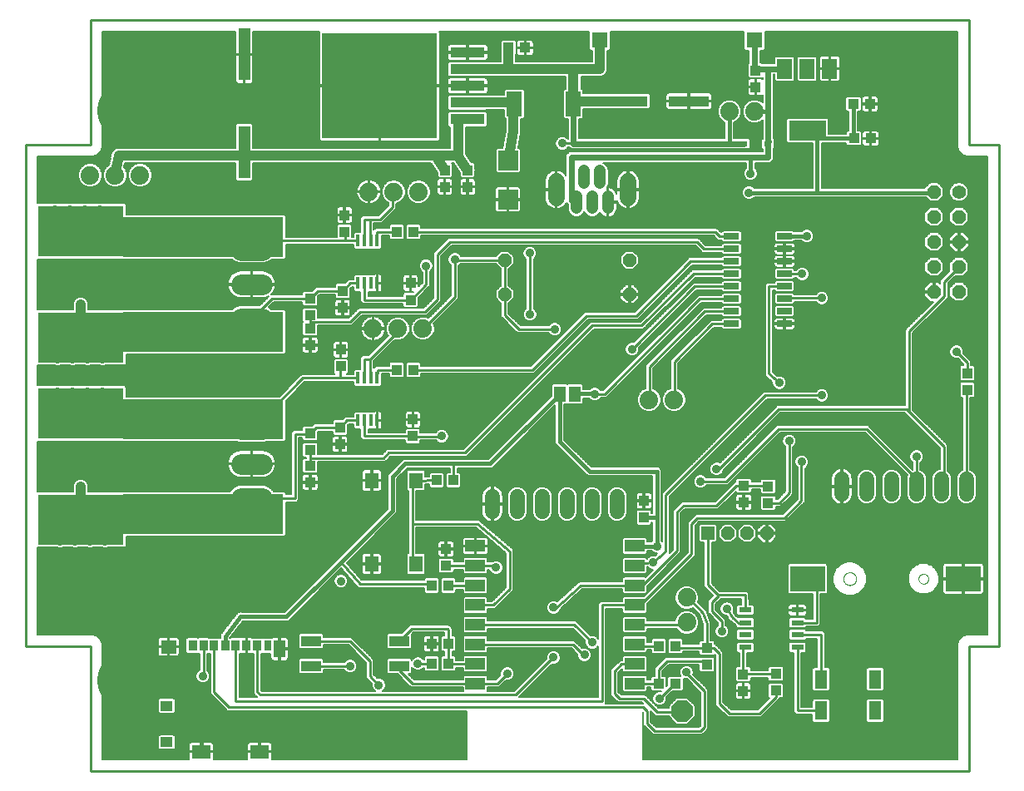
<source format=gtl>
G75*
%MOIN*%
%OFA0B0*%
%FSLAX25Y25*%
%IPPOS*%
%LPD*%
%AMOC8*
5,1,8,0,0,1.08239X$1,22.5*
%
%ADD10C,0.01000*%
%ADD11R,0.64000X0.16000*%
%ADD12R,0.01575X0.04724*%
%ADD13R,0.03937X0.04331*%
%ADD14R,0.07874X0.07874*%
%ADD15R,0.04331X0.03937*%
%ADD16R,0.05900X0.07900*%
%ADD17R,0.15000X0.07900*%
%ADD18R,0.13800X0.04100*%
%ADD19R,0.45900X0.42000*%
%ADD20R,0.05906X0.09843*%
%ADD21R,0.03150X0.02362*%
%ADD22R,0.16000X0.04300*%
%ADD23C,0.07400*%
%ADD24R,0.07874X0.04724*%
%ADD25C,0.06000*%
%ADD26R,0.04700X0.21100*%
%ADD27R,0.03350X0.04300*%
%ADD28R,0.02950X0.04300*%
%ADD29R,0.04606X0.07059*%
%ADD30R,0.07509X0.05306*%
%ADD31R,0.04706X0.03955*%
%ADD32R,0.06108X0.05307*%
%ADD33C,0.04756*%
%ADD34C,0.06600*%
%ADD35R,0.05512X0.06299*%
%ADD36R,0.04600X0.06300*%
%ADD37R,0.06000X0.02500*%
%ADD38R,0.34449X0.20472*%
%ADD39OC8,0.05200*%
%ADD40C,0.05600*%
%ADD41OC8,0.05600*%
%ADD42R,0.05118X0.07480*%
%ADD43R,0.05118X0.02362*%
%ADD44C,0.08400*%
%ADD45C,0.00000*%
%ADD46R,0.13937X0.10236*%
%ADD47OC8,0.08500*%
%ADD48R,0.07900X0.04300*%
%ADD49R,0.05200X0.05200*%
%ADD50C,0.22000*%
%ADD51C,0.00500*%
%ADD52C,0.03569*%
%ADD53C,0.01600*%
%ADD54C,0.04000*%
%ADD55R,0.06496X0.06496*%
%ADD56C,0.02400*%
%ADD57C,0.10000*%
%ADD58C,0.04750*%
%ADD59C,0.03500*%
D10*
X0055827Y0055531D02*
X0407827Y0055531D01*
X0407827Y0105531D01*
X0419827Y0105531D01*
X0419827Y0306531D01*
X0407827Y0306531D01*
X0407827Y0356531D01*
X0055827Y0356531D01*
X0055827Y0306531D01*
X0029827Y0306531D01*
X0029827Y0105531D01*
X0055827Y0105531D01*
X0055827Y0055531D01*
X0105371Y0086987D02*
X0111327Y0081031D01*
X0277327Y0081031D01*
X0278827Y0079531D01*
X0278827Y0074531D01*
X0281827Y0071531D01*
X0300327Y0071531D01*
X0301827Y0073031D01*
X0301827Y0087531D01*
X0294640Y0094718D01*
X0294640Y0095122D01*
X0301480Y0099531D02*
X0286827Y0099531D01*
X0283480Y0096185D01*
X0283480Y0090531D01*
X0273827Y0090531D01*
X0273827Y0090539D01*
X0277575Y0084531D02*
X0267827Y0084531D01*
X0265827Y0086531D01*
X0265827Y0095531D01*
X0268709Y0098413D01*
X0273827Y0098413D01*
X0273827Y0105531D02*
X0283480Y0105531D01*
X0290173Y0105531D02*
X0290173Y0104878D01*
X0302827Y0104878D01*
X0305480Y0104878D01*
X0307827Y0102531D01*
X0307827Y0082531D01*
X0311827Y0078531D01*
X0323827Y0078531D01*
X0330456Y0085160D01*
X0330456Y0087668D01*
X0330456Y0094361D02*
X0317425Y0094361D01*
X0317372Y0094309D01*
X0317372Y0104876D01*
X0318197Y0105051D01*
X0308827Y0111531D02*
X0308827Y0115531D01*
X0304827Y0119531D01*
X0304827Y0123267D01*
X0307412Y0125852D01*
X0303217Y0130047D01*
X0303217Y0150740D01*
X0299046Y0156931D02*
X0296617Y0154503D01*
X0296617Y0142470D01*
X0276183Y0122035D01*
X0273827Y0122035D01*
X0273827Y0122031D01*
X0273827Y0122035D02*
X0260827Y0122035D01*
X0260827Y0083531D01*
X0114026Y0083531D01*
X0114026Y0105787D01*
X0122684Y0105776D02*
X0122684Y0087175D01*
X0123827Y0086031D01*
X0226327Y0086031D01*
X0241327Y0101031D01*
X0249071Y0106287D02*
X0252827Y0102531D01*
X0253327Y0102369D01*
X0253717Y0101979D01*
X0256827Y0107031D02*
X0249697Y0114161D01*
X0210047Y0114161D01*
X0199173Y0112185D02*
X0199173Y0106531D01*
X0199173Y0098531D01*
X0198291Y0098413D01*
X0210047Y0098413D01*
X0210047Y0090539D02*
X0218835Y0090539D01*
X0222827Y0094531D01*
X0210047Y0090539D02*
X0210039Y0090531D01*
X0184827Y0090531D01*
X0179527Y0095831D01*
X0179527Y0097531D01*
X0187008Y0098505D02*
X0192480Y0098531D01*
X0179527Y0107531D02*
X0184527Y0112531D01*
X0198827Y0112531D01*
X0199173Y0112185D01*
X0210047Y0106287D02*
X0249071Y0106287D01*
X0241577Y0120281D02*
X0241827Y0121031D01*
X0241327Y0121031D01*
X0240827Y0120531D02*
X0241577Y0120281D01*
X0252205Y0129909D01*
X0273827Y0129909D01*
X0273827Y0129781D01*
X0276952Y0129781D01*
X0290827Y0143656D01*
X0290827Y0159350D01*
X0293394Y0161917D01*
X0306705Y0161917D01*
X0314666Y0169878D01*
X0317551Y0169878D01*
X0327365Y0169878D01*
X0327365Y0169615D01*
X0331718Y0162923D02*
X0335827Y0167031D01*
X0335827Y0174161D01*
X0335815Y0174173D01*
X0335815Y0187788D01*
X0331472Y0192531D02*
X0310472Y0171531D01*
X0300252Y0171531D01*
X0306677Y0176531D02*
X0307677Y0176531D01*
X0331677Y0200531D01*
X0382827Y0200531D01*
X0383827Y0199531D01*
X0383827Y0231733D01*
X0397927Y0245833D01*
X0397927Y0251631D01*
X0403827Y0257531D01*
X0393827Y0287281D02*
X0393827Y0287531D01*
X0341006Y0254654D02*
X0333988Y0254654D01*
X0333902Y0254740D01*
X0333827Y0249781D02*
X0333902Y0249740D01*
X0327627Y0249740D01*
X0327627Y0214768D01*
X0331755Y0211140D01*
X0331805Y0211140D01*
X0326327Y0206031D02*
X0286327Y0166031D01*
X0286327Y0143531D01*
X0281283Y0139079D01*
X0273827Y0138531D01*
X0273827Y0137783D01*
X0294744Y0124994D02*
X0295250Y0124994D01*
X0301305Y0118939D01*
X0302827Y0114531D01*
X0302827Y0104878D01*
X0301480Y0099531D02*
X0302827Y0098185D01*
X0290173Y0090531D02*
X0289827Y0090531D01*
X0283827Y0084531D01*
X0282993Y0079113D02*
X0277575Y0084531D01*
X0282993Y0079113D02*
X0292409Y0079113D01*
X0292827Y0079531D01*
X0339063Y0079664D02*
X0348577Y0079664D01*
X0339063Y0079664D02*
X0339063Y0105051D01*
X0339063Y0110169D02*
X0348577Y0110169D01*
X0348577Y0092262D01*
X0346827Y0114894D02*
X0339063Y0114894D01*
X0346827Y0114894D02*
X0346827Y0131531D01*
X0343150Y0131531D01*
X0343150Y0132531D01*
X0318166Y0126042D02*
X0318197Y0120012D01*
X0318197Y0114894D02*
X0315593Y0114894D01*
X0313076Y0116818D01*
X0310827Y0120531D01*
X0307412Y0125852D02*
X0307602Y0126042D01*
X0318166Y0126042D01*
X0294744Y0114994D02*
X0292457Y0114161D01*
X0273827Y0114161D01*
X0273827Y0106287D02*
X0273827Y0105531D01*
X0223827Y0128531D02*
X0217331Y0122035D01*
X0210047Y0122035D01*
X0209969Y0129831D02*
X0199173Y0129831D01*
X0198827Y0129485D01*
X0192480Y0129831D02*
X0190827Y0130485D01*
X0163873Y0130485D01*
X0156173Y0139185D01*
X0156141Y0131626D02*
X0156099Y0130975D01*
X0184827Y0140531D02*
X0186239Y0140531D01*
X0186239Y0138472D01*
X0184827Y0140531D02*
X0184827Y0154531D01*
X0210827Y0154531D01*
X0223827Y0143531D01*
X0223827Y0128531D01*
X0218327Y0137031D02*
X0218327Y0137774D01*
X0198277Y0137774D01*
X0210047Y0137774D01*
X0210047Y0137783D01*
X0211173Y0144531D02*
X0210047Y0145657D01*
X0184827Y0154531D02*
X0184827Y0170531D01*
X0186239Y0170531D01*
X0186239Y0171936D01*
X0194599Y0172016D01*
X0201292Y0172016D02*
X0201292Y0178693D01*
X0202055Y0178693D01*
X0205952Y0183031D02*
X0175327Y0183031D01*
X0173202Y0180906D01*
X0143827Y0180906D01*
X0143827Y0180815D01*
X0143827Y0177878D01*
X0143827Y0180815D02*
X0143827Y0184185D01*
X0143827Y0190531D02*
X0137827Y0190531D01*
X0137827Y0164831D01*
X0120402Y0164831D01*
X0111843Y0156271D01*
X0051827Y0156271D01*
X0114000Y0198791D02*
X0120402Y0192390D01*
X0141034Y0213022D01*
X0155827Y0213022D01*
X0155827Y0217385D01*
X0156127Y0217685D01*
X0155827Y0213022D02*
X0162988Y0213022D01*
X0165547Y0213022D02*
X0165547Y0220531D01*
X0167827Y0220531D01*
X0167827Y0213302D01*
X0168106Y0213022D01*
X0170665Y0213022D02*
X0170798Y0216208D01*
X0178441Y0216208D01*
X0185077Y0216266D02*
X0185134Y0216208D01*
X0232754Y0216208D01*
X0254452Y0237906D01*
X0274452Y0237906D01*
X0296327Y0259781D01*
X0312577Y0259781D01*
X0312681Y0259740D01*
X0312681Y0264740D02*
X0301618Y0264740D01*
X0298827Y0267531D01*
X0199827Y0267531D01*
X0194827Y0262531D01*
X0194827Y0244531D01*
X0189827Y0239531D01*
X0163827Y0239531D01*
X0159827Y0235531D01*
X0143827Y0235531D01*
X0143827Y0232878D01*
X0143827Y0232531D01*
X0143827Y0235531D02*
X0143827Y0238185D01*
X0143827Y0244878D02*
X0128509Y0244878D01*
X0120383Y0236752D01*
X0112903Y0229271D01*
X0051827Y0229271D01*
X0051827Y0198791D02*
X0114000Y0198791D01*
X0143827Y0190878D02*
X0146127Y0193178D01*
X0155827Y0193178D01*
X0158689Y0196040D01*
X0162988Y0196040D01*
X0165547Y0196040D02*
X0165547Y0189685D01*
X0185027Y0189685D01*
X0185180Y0189531D01*
X0196827Y0189531D01*
X0196702Y0189656D01*
X0196596Y0189656D01*
X0205952Y0183031D02*
X0256952Y0234031D01*
X0276702Y0234031D01*
X0297452Y0254781D01*
X0312577Y0254781D01*
X0312681Y0254740D01*
X0312681Y0249740D02*
X0298035Y0249740D01*
X0272827Y0224531D01*
X0279827Y0217531D02*
X0279827Y0202736D01*
X0279665Y0204311D01*
X0289665Y0204311D02*
X0289827Y0202736D01*
X0289827Y0219531D01*
X0305035Y0234740D01*
X0312681Y0234740D01*
X0312681Y0239740D02*
X0302035Y0239740D01*
X0279827Y0217531D01*
X0261827Y0206531D02*
X0257827Y0206531D01*
X0261827Y0206531D02*
X0300035Y0244740D01*
X0312681Y0244740D01*
X0333902Y0244740D02*
X0335827Y0245031D01*
X0348827Y0245031D01*
X0312681Y0269740D02*
X0312562Y0269859D01*
X0307798Y0269859D01*
X0306125Y0271531D01*
X0185173Y0271531D01*
X0178480Y0271531D02*
X0170665Y0271531D01*
X0170665Y0268022D01*
X0168106Y0268022D02*
X0167827Y0268302D01*
X0167827Y0276531D01*
X0171827Y0276531D01*
X0176827Y0281531D01*
X0176827Y0287132D01*
X0177326Y0287631D01*
X0167827Y0276531D02*
X0165547Y0276531D01*
X0165547Y0268022D01*
X0162988Y0268022D02*
X0157827Y0268022D01*
X0157827Y0271385D01*
X0157627Y0271585D01*
X0157827Y0268022D02*
X0124095Y0268022D01*
X0120383Y0264311D01*
X0117793Y0266901D01*
X0057457Y0266901D01*
X0143827Y0244878D02*
X0146827Y0247878D01*
X0156827Y0247878D01*
X0159989Y0251040D01*
X0162988Y0251040D01*
X0165547Y0251040D02*
X0165547Y0244307D01*
X0184051Y0244307D01*
X0190297Y0250553D01*
X0190297Y0257716D01*
X0190262Y0257752D01*
X0190262Y0257928D01*
X0201827Y0260531D02*
X0203102Y0260531D01*
X0203102Y0260256D01*
X0221834Y0260256D01*
X0221827Y0246531D01*
X0221827Y0238208D01*
X0227504Y0232531D01*
X0241827Y0232531D01*
X0231890Y0238531D02*
X0231890Y0262968D01*
X0231827Y0263031D01*
X0201827Y0261531D02*
X0201827Y0260531D01*
X0201827Y0245531D01*
X0189112Y0232816D01*
X0188997Y0232816D01*
X0179157Y0231861D02*
X0167827Y0220531D01*
X0179157Y0231861D02*
X0178997Y0232816D01*
X0249827Y0206531D02*
X0250077Y0206656D01*
X0326327Y0206031D02*
X0348827Y0206031D01*
X0331472Y0192531D02*
X0366827Y0192531D01*
X0386827Y0172531D01*
X0386827Y0169531D01*
X0386827Y0181531D01*
X0397827Y0185531D02*
X0397827Y0170531D01*
X0396827Y0169531D01*
X0406827Y0169531D02*
X0406827Y0206531D01*
X0407110Y0206814D01*
X0407110Y0208199D01*
X0407110Y0214892D02*
X0407110Y0219248D01*
X0402827Y0223531D01*
X0383827Y0199531D02*
X0397827Y0185531D01*
X0340787Y0179374D02*
X0340671Y0179259D01*
X0340671Y0163872D01*
X0333730Y0156931D01*
X0299046Y0156931D01*
X0327365Y0162923D02*
X0331718Y0162923D01*
X0210047Y0129909D02*
X0209969Y0129831D01*
X0167827Y0099531D02*
X0159827Y0107531D01*
X0144127Y0107531D01*
X0144127Y0097531D02*
X0159827Y0097531D01*
X0167827Y0099531D02*
X0167827Y0093489D01*
X0171376Y0089939D01*
X0105371Y0086987D02*
X0105371Y0105767D01*
X0101061Y0105787D02*
X0101061Y0093531D01*
X0100827Y0093531D01*
X0143827Y0190531D02*
X0143827Y0190878D01*
X0244827Y0307031D02*
X0249206Y0307031D01*
X0249337Y0306901D01*
D11*
X0101013Y0269516D03*
X0101037Y0231509D03*
X0101001Y0196570D03*
X0101020Y0158512D03*
D12*
X0162988Y0196040D03*
X0165547Y0196040D03*
X0168106Y0196040D03*
X0170665Y0196040D03*
X0170665Y0213022D03*
X0168106Y0213022D03*
X0165547Y0213022D03*
X0162988Y0213022D03*
X0162988Y0251040D03*
X0165547Y0251040D03*
X0168106Y0251040D03*
X0170665Y0251040D03*
X0170665Y0268022D03*
X0168106Y0268022D03*
X0165547Y0268022D03*
X0162988Y0268022D03*
D13*
X0157627Y0271585D03*
X0157627Y0278278D03*
X0178480Y0271531D03*
X0185173Y0271531D03*
X0197786Y0289589D03*
X0197786Y0296282D03*
X0206950Y0296269D03*
X0206950Y0289576D03*
X0184051Y0251000D03*
X0184051Y0244307D03*
X0156827Y0241185D03*
X0156827Y0247878D03*
X0156127Y0224378D03*
X0156127Y0217685D03*
X0178441Y0216208D03*
X0185134Y0216208D03*
X0185027Y0196378D03*
X0185027Y0189685D03*
X0155827Y0186485D03*
X0155827Y0193178D03*
X0194599Y0172016D03*
X0201292Y0172016D03*
X0277627Y0163778D03*
X0277627Y0157085D03*
X0199173Y0129831D03*
X0192480Y0129831D03*
X0192480Y0106531D03*
X0199173Y0106531D03*
X0199173Y0098531D03*
X0192480Y0098531D03*
X0283480Y0105531D03*
X0290173Y0105531D03*
X0317372Y0094309D03*
X0317372Y0087616D03*
X0407110Y0208199D03*
X0407110Y0214892D03*
X0322327Y0329585D03*
X0322327Y0336278D03*
D14*
X0223111Y0300249D03*
X0223111Y0284501D03*
D15*
X0143827Y0244878D03*
X0143827Y0238185D03*
X0143827Y0232878D03*
X0143827Y0226185D03*
X0143827Y0190878D03*
X0143827Y0184185D03*
X0143827Y0177878D03*
X0143827Y0171185D03*
X0198277Y0144467D03*
X0198277Y0137774D03*
X0283480Y0090531D03*
X0290173Y0090531D03*
X0302827Y0098185D03*
X0302827Y0104878D03*
X0330456Y0094361D03*
X0330456Y0087668D03*
X0327365Y0162923D03*
X0327365Y0169615D03*
X0317551Y0169878D03*
X0317551Y0163185D03*
X0361729Y0309002D03*
X0368422Y0309002D03*
X0368197Y0322827D03*
X0361504Y0322827D03*
X0229972Y0345338D03*
X0223280Y0345338D03*
D16*
X0334038Y0336931D03*
X0343038Y0336931D03*
X0352038Y0336931D03*
D17*
X0343138Y0312131D03*
D18*
X0206902Y0316690D03*
X0206902Y0323390D03*
X0206902Y0330090D03*
X0206902Y0336790D03*
X0206902Y0343490D03*
D19*
X0171702Y0330090D03*
D20*
X0225715Y0322884D03*
X0249337Y0322884D03*
D21*
X0317472Y0306901D03*
X0327315Y0306901D03*
D22*
X0295627Y0323931D03*
X0271027Y0323931D03*
D23*
X0311827Y0319878D03*
X0321827Y0319878D03*
X0187326Y0287631D03*
X0177326Y0287631D03*
X0167326Y0287631D03*
X0075694Y0294290D03*
X0065694Y0294290D03*
X0055694Y0294290D03*
X0168997Y0232816D03*
X0178997Y0232816D03*
X0188997Y0232816D03*
X0279665Y0204311D03*
X0289665Y0204311D03*
X0294744Y0124994D03*
X0294744Y0114994D03*
D24*
X0273827Y0114161D03*
X0273827Y0106287D03*
X0273827Y0098413D03*
X0273827Y0090539D03*
X0273827Y0122035D03*
X0273827Y0129909D03*
X0273827Y0137783D03*
X0273827Y0145657D03*
X0210047Y0145657D03*
X0210047Y0137783D03*
X0210047Y0129909D03*
X0210047Y0122035D03*
X0210047Y0114161D03*
X0210047Y0106287D03*
X0210047Y0098413D03*
X0210047Y0090539D03*
D25*
X0216827Y0159531D02*
X0216827Y0165531D01*
X0226827Y0165531D02*
X0226827Y0159531D01*
X0236827Y0159531D02*
X0236827Y0165531D01*
X0246827Y0165531D02*
X0246827Y0159531D01*
X0256827Y0159531D02*
X0256827Y0165531D01*
X0266827Y0165531D02*
X0266827Y0159531D01*
X0356827Y0166531D02*
X0356827Y0172531D01*
X0366827Y0172531D02*
X0366827Y0166531D01*
X0376827Y0166531D02*
X0376827Y0172531D01*
X0386827Y0172531D02*
X0386827Y0166531D01*
X0396827Y0166531D02*
X0396827Y0172531D01*
X0406827Y0172531D02*
X0406827Y0166531D01*
D26*
X0117426Y0303496D03*
X0117426Y0342696D03*
D27*
X0118328Y0105787D03*
X0114026Y0105787D03*
X0109733Y0105777D03*
X0105371Y0105767D03*
X0101061Y0105787D03*
X0096768Y0105787D03*
X0122684Y0105776D03*
D28*
X0126855Y0105777D03*
D29*
X0131578Y0104401D03*
D30*
X0123614Y0063239D03*
X0100133Y0063237D03*
D31*
X0086369Y0067051D03*
X0086369Y0081619D03*
D32*
X0087085Y0105291D03*
D33*
X0250528Y0281035D02*
X0250528Y0285791D01*
X0256827Y0285791D02*
X0256827Y0281035D01*
X0263126Y0281035D02*
X0263126Y0285791D01*
X0259976Y0291271D02*
X0259976Y0296027D01*
X0253677Y0296027D02*
X0253677Y0291271D01*
D34*
X0242457Y0291831D02*
X0242457Y0285231D01*
X0271197Y0285231D02*
X0271197Y0291831D01*
D35*
X0186239Y0171936D03*
X0168522Y0171936D03*
X0168522Y0138472D03*
X0186239Y0138472D03*
D36*
X0243827Y0206531D03*
X0249827Y0206531D03*
D37*
X0312681Y0234740D03*
X0312681Y0239740D03*
X0312681Y0244740D03*
X0312681Y0249740D03*
X0312681Y0254740D03*
X0312681Y0259740D03*
X0312681Y0264740D03*
X0312681Y0269740D03*
X0333902Y0269740D03*
X0333902Y0264740D03*
X0333902Y0259740D03*
X0333902Y0254740D03*
X0333902Y0249740D03*
X0333902Y0244740D03*
X0333902Y0239740D03*
X0333902Y0234740D03*
D38*
X0051827Y0229271D03*
X0051827Y0198791D03*
X0051827Y0156271D03*
X0051827Y0271791D03*
D39*
X0221834Y0260256D03*
X0221827Y0246531D03*
X0271827Y0246531D03*
X0271834Y0260256D03*
X0311091Y0150740D03*
X0318965Y0150740D03*
X0326839Y0150740D03*
D40*
X0403827Y0287531D03*
D41*
X0403827Y0277531D03*
X0393827Y0277531D03*
X0393827Y0287531D03*
X0393827Y0267531D03*
X0403827Y0267531D03*
X0403827Y0257531D03*
X0393827Y0257531D03*
X0393827Y0247531D03*
X0403827Y0247531D03*
D42*
X0370231Y0092262D03*
X0348577Y0092262D03*
X0348577Y0079664D03*
X0370231Y0079664D03*
D43*
X0339063Y0105051D03*
X0339063Y0110169D03*
X0339063Y0114894D03*
X0339063Y0120012D03*
X0318197Y0120012D03*
X0318197Y0114894D03*
X0318197Y0110169D03*
X0318197Y0105051D03*
D44*
X0124602Y0164831D02*
X0116202Y0164831D01*
X0116202Y0178610D02*
X0124602Y0178610D01*
X0124602Y0192390D02*
X0116202Y0192390D01*
X0116183Y0236752D02*
X0124583Y0236752D01*
X0124583Y0250531D02*
X0116183Y0250531D01*
X0116183Y0264311D02*
X0124583Y0264311D01*
D45*
X0357520Y0132531D02*
X0357522Y0132632D01*
X0357528Y0132733D01*
X0357538Y0132834D01*
X0357552Y0132934D01*
X0357570Y0133033D01*
X0357592Y0133132D01*
X0357617Y0133230D01*
X0357647Y0133327D01*
X0357680Y0133422D01*
X0357717Y0133516D01*
X0357758Y0133609D01*
X0357802Y0133700D01*
X0357850Y0133789D01*
X0357902Y0133876D01*
X0357957Y0133961D01*
X0358015Y0134043D01*
X0358076Y0134124D01*
X0358141Y0134202D01*
X0358208Y0134277D01*
X0358278Y0134349D01*
X0358352Y0134419D01*
X0358428Y0134486D01*
X0358506Y0134550D01*
X0358587Y0134610D01*
X0358670Y0134667D01*
X0358756Y0134721D01*
X0358844Y0134772D01*
X0358933Y0134819D01*
X0359024Y0134863D01*
X0359117Y0134902D01*
X0359212Y0134939D01*
X0359307Y0134971D01*
X0359404Y0135000D01*
X0359503Y0135024D01*
X0359601Y0135045D01*
X0359701Y0135062D01*
X0359801Y0135075D01*
X0359902Y0135084D01*
X0360003Y0135089D01*
X0360104Y0135090D01*
X0360205Y0135087D01*
X0360306Y0135080D01*
X0360407Y0135069D01*
X0360507Y0135054D01*
X0360606Y0135035D01*
X0360705Y0135012D01*
X0360802Y0134986D01*
X0360899Y0134955D01*
X0360994Y0134921D01*
X0361087Y0134883D01*
X0361180Y0134841D01*
X0361270Y0134796D01*
X0361359Y0134747D01*
X0361445Y0134695D01*
X0361529Y0134639D01*
X0361612Y0134580D01*
X0361691Y0134518D01*
X0361769Y0134453D01*
X0361843Y0134385D01*
X0361915Y0134313D01*
X0361984Y0134240D01*
X0362050Y0134163D01*
X0362113Y0134084D01*
X0362173Y0134002D01*
X0362229Y0133918D01*
X0362282Y0133832D01*
X0362332Y0133744D01*
X0362378Y0133654D01*
X0362421Y0133563D01*
X0362460Y0133469D01*
X0362495Y0133374D01*
X0362526Y0133278D01*
X0362554Y0133181D01*
X0362578Y0133083D01*
X0362598Y0132984D01*
X0362614Y0132884D01*
X0362626Y0132783D01*
X0362634Y0132683D01*
X0362638Y0132582D01*
X0362638Y0132480D01*
X0362634Y0132379D01*
X0362626Y0132279D01*
X0362614Y0132178D01*
X0362598Y0132078D01*
X0362578Y0131979D01*
X0362554Y0131881D01*
X0362526Y0131784D01*
X0362495Y0131688D01*
X0362460Y0131593D01*
X0362421Y0131499D01*
X0362378Y0131408D01*
X0362332Y0131318D01*
X0362282Y0131230D01*
X0362229Y0131144D01*
X0362173Y0131060D01*
X0362113Y0130978D01*
X0362050Y0130899D01*
X0361984Y0130822D01*
X0361915Y0130749D01*
X0361843Y0130677D01*
X0361769Y0130609D01*
X0361691Y0130544D01*
X0361612Y0130482D01*
X0361529Y0130423D01*
X0361445Y0130367D01*
X0361358Y0130315D01*
X0361270Y0130266D01*
X0361180Y0130221D01*
X0361087Y0130179D01*
X0360994Y0130141D01*
X0360899Y0130107D01*
X0360802Y0130076D01*
X0360705Y0130050D01*
X0360606Y0130027D01*
X0360507Y0130008D01*
X0360407Y0129993D01*
X0360306Y0129982D01*
X0360205Y0129975D01*
X0360104Y0129972D01*
X0360003Y0129973D01*
X0359902Y0129978D01*
X0359801Y0129987D01*
X0359701Y0130000D01*
X0359601Y0130017D01*
X0359503Y0130038D01*
X0359404Y0130062D01*
X0359307Y0130091D01*
X0359212Y0130123D01*
X0359117Y0130160D01*
X0359024Y0130199D01*
X0358933Y0130243D01*
X0358844Y0130290D01*
X0358756Y0130341D01*
X0358670Y0130395D01*
X0358587Y0130452D01*
X0358506Y0130512D01*
X0358428Y0130576D01*
X0358352Y0130643D01*
X0358278Y0130713D01*
X0358208Y0130785D01*
X0358141Y0130860D01*
X0358076Y0130938D01*
X0358015Y0131019D01*
X0357957Y0131101D01*
X0357902Y0131186D01*
X0357850Y0131273D01*
X0357802Y0131362D01*
X0357758Y0131453D01*
X0357717Y0131546D01*
X0357680Y0131640D01*
X0357647Y0131735D01*
X0357617Y0131832D01*
X0357592Y0131930D01*
X0357570Y0132029D01*
X0357552Y0132128D01*
X0357538Y0132228D01*
X0357528Y0132329D01*
X0357522Y0132430D01*
X0357520Y0132531D01*
X0387637Y0132531D02*
X0387639Y0132619D01*
X0387645Y0132707D01*
X0387655Y0132795D01*
X0387669Y0132883D01*
X0387686Y0132969D01*
X0387708Y0133055D01*
X0387733Y0133139D01*
X0387763Y0133223D01*
X0387795Y0133305D01*
X0387832Y0133385D01*
X0387872Y0133464D01*
X0387916Y0133541D01*
X0387963Y0133616D01*
X0388013Y0133688D01*
X0388067Y0133759D01*
X0388123Y0133826D01*
X0388183Y0133892D01*
X0388245Y0133954D01*
X0388311Y0134014D01*
X0388378Y0134070D01*
X0388449Y0134124D01*
X0388521Y0134174D01*
X0388596Y0134221D01*
X0388673Y0134265D01*
X0388752Y0134305D01*
X0388832Y0134342D01*
X0388914Y0134374D01*
X0388998Y0134404D01*
X0389082Y0134429D01*
X0389168Y0134451D01*
X0389254Y0134468D01*
X0389342Y0134482D01*
X0389430Y0134492D01*
X0389518Y0134498D01*
X0389606Y0134500D01*
X0389694Y0134498D01*
X0389782Y0134492D01*
X0389870Y0134482D01*
X0389958Y0134468D01*
X0390044Y0134451D01*
X0390130Y0134429D01*
X0390214Y0134404D01*
X0390298Y0134374D01*
X0390380Y0134342D01*
X0390460Y0134305D01*
X0390539Y0134265D01*
X0390616Y0134221D01*
X0390691Y0134174D01*
X0390763Y0134124D01*
X0390834Y0134070D01*
X0390901Y0134014D01*
X0390967Y0133954D01*
X0391029Y0133892D01*
X0391089Y0133826D01*
X0391145Y0133759D01*
X0391199Y0133688D01*
X0391249Y0133616D01*
X0391296Y0133541D01*
X0391340Y0133464D01*
X0391380Y0133385D01*
X0391417Y0133305D01*
X0391449Y0133223D01*
X0391479Y0133139D01*
X0391504Y0133055D01*
X0391526Y0132969D01*
X0391543Y0132883D01*
X0391557Y0132795D01*
X0391567Y0132707D01*
X0391573Y0132619D01*
X0391575Y0132531D01*
X0391573Y0132443D01*
X0391567Y0132355D01*
X0391557Y0132267D01*
X0391543Y0132179D01*
X0391526Y0132093D01*
X0391504Y0132007D01*
X0391479Y0131923D01*
X0391449Y0131839D01*
X0391417Y0131757D01*
X0391380Y0131677D01*
X0391340Y0131598D01*
X0391296Y0131521D01*
X0391249Y0131446D01*
X0391199Y0131374D01*
X0391145Y0131303D01*
X0391089Y0131236D01*
X0391029Y0131170D01*
X0390967Y0131108D01*
X0390901Y0131048D01*
X0390834Y0130992D01*
X0390763Y0130938D01*
X0390691Y0130888D01*
X0390616Y0130841D01*
X0390539Y0130797D01*
X0390460Y0130757D01*
X0390380Y0130720D01*
X0390298Y0130688D01*
X0390214Y0130658D01*
X0390130Y0130633D01*
X0390044Y0130611D01*
X0389958Y0130594D01*
X0389870Y0130580D01*
X0389782Y0130570D01*
X0389694Y0130564D01*
X0389606Y0130562D01*
X0389518Y0130564D01*
X0389430Y0130570D01*
X0389342Y0130580D01*
X0389254Y0130594D01*
X0389168Y0130611D01*
X0389082Y0130633D01*
X0388998Y0130658D01*
X0388914Y0130688D01*
X0388832Y0130720D01*
X0388752Y0130757D01*
X0388673Y0130797D01*
X0388596Y0130841D01*
X0388521Y0130888D01*
X0388449Y0130938D01*
X0388378Y0130992D01*
X0388311Y0131048D01*
X0388245Y0131108D01*
X0388183Y0131170D01*
X0388123Y0131236D01*
X0388067Y0131303D01*
X0388013Y0131374D01*
X0387963Y0131446D01*
X0387916Y0131521D01*
X0387872Y0131598D01*
X0387832Y0131677D01*
X0387795Y0131757D01*
X0387763Y0131839D01*
X0387733Y0131923D01*
X0387708Y0132007D01*
X0387686Y0132093D01*
X0387669Y0132179D01*
X0387655Y0132267D01*
X0387645Y0132355D01*
X0387639Y0132443D01*
X0387637Y0132531D01*
D46*
X0405551Y0132531D03*
X0343150Y0132531D03*
D47*
X0292827Y0079531D03*
D48*
X0179527Y0097531D03*
X0179527Y0107531D03*
X0144127Y0107531D03*
X0144127Y0097531D03*
D49*
X0303217Y0150740D03*
D50*
X0392316Y0091741D03*
X0069504Y0091748D03*
X0069504Y0320134D03*
X0392316Y0320205D03*
D51*
X0403077Y0320220D02*
X0371437Y0320220D01*
X0371363Y0320091D02*
X0371527Y0320376D01*
X0371613Y0320694D01*
X0371613Y0322577D01*
X0368447Y0322577D01*
X0368447Y0319609D01*
X0370527Y0319609D01*
X0370845Y0319694D01*
X0371130Y0319859D01*
X0371363Y0320091D01*
X0370893Y0319721D02*
X0403077Y0319721D01*
X0403077Y0319223D02*
X0363354Y0319223D01*
X0363354Y0319721D02*
X0365502Y0319721D01*
X0365549Y0319694D02*
X0365867Y0319609D01*
X0367947Y0319609D01*
X0367947Y0322577D01*
X0364782Y0322577D01*
X0364782Y0320694D01*
X0364867Y0320376D01*
X0365032Y0320091D01*
X0365264Y0319859D01*
X0365549Y0319694D01*
X0364957Y0320220D02*
X0364516Y0320220D01*
X0364720Y0320424D02*
X0364720Y0325231D01*
X0364105Y0325846D01*
X0358904Y0325846D01*
X0358289Y0325231D01*
X0358289Y0320424D01*
X0358904Y0319809D01*
X0359654Y0319809D01*
X0359654Y0312021D01*
X0359128Y0312021D01*
X0358513Y0311405D01*
X0358513Y0310852D01*
X0351688Y0310852D01*
X0351688Y0316516D01*
X0351073Y0317131D01*
X0335203Y0317131D01*
X0334588Y0316516D01*
X0334588Y0307746D01*
X0335203Y0307131D01*
X0345087Y0307131D01*
X0345087Y0289131D01*
X0321860Y0289131D01*
X0321307Y0289684D01*
X0320266Y0290116D01*
X0319138Y0290116D01*
X0318096Y0289684D01*
X0317299Y0288887D01*
X0316868Y0287845D01*
X0316868Y0286718D01*
X0317299Y0285676D01*
X0318096Y0284879D01*
X0319138Y0284447D01*
X0320266Y0284447D01*
X0321307Y0284879D01*
X0321860Y0285431D01*
X0390482Y0285431D01*
X0392232Y0283681D01*
X0395421Y0283681D01*
X0397677Y0285937D01*
X0397677Y0289126D01*
X0395421Y0291381D01*
X0392232Y0291381D01*
X0389982Y0289131D01*
X0348787Y0289131D01*
X0348787Y0307131D01*
X0351073Y0307131D01*
X0351093Y0307152D01*
X0358513Y0307152D01*
X0358513Y0306599D01*
X0359128Y0305984D01*
X0364329Y0305984D01*
X0364944Y0306599D01*
X0364944Y0311405D01*
X0364329Y0312021D01*
X0363354Y0312021D01*
X0363354Y0319809D01*
X0364105Y0319809D01*
X0364720Y0320424D01*
X0364720Y0320719D02*
X0364782Y0320719D01*
X0364782Y0321217D02*
X0364720Y0321217D01*
X0364720Y0321716D02*
X0364782Y0321716D01*
X0364782Y0322214D02*
X0364720Y0322214D01*
X0364720Y0322713D02*
X0367947Y0322713D01*
X0367947Y0322577D02*
X0367947Y0323077D01*
X0364782Y0323077D01*
X0364782Y0324960D01*
X0364867Y0325278D01*
X0365032Y0325563D01*
X0365264Y0325796D01*
X0365549Y0325961D01*
X0365867Y0326046D01*
X0367947Y0326046D01*
X0367947Y0323077D01*
X0368447Y0323077D01*
X0368447Y0326046D01*
X0370527Y0326046D01*
X0370845Y0325961D01*
X0371130Y0325796D01*
X0371363Y0325563D01*
X0371527Y0325278D01*
X0371613Y0324960D01*
X0371613Y0323077D01*
X0368447Y0323077D01*
X0368447Y0322577D01*
X0367947Y0322577D01*
X0367947Y0322214D02*
X0368447Y0322214D01*
X0368447Y0321716D02*
X0367947Y0321716D01*
X0367947Y0321217D02*
X0368447Y0321217D01*
X0368447Y0320719D02*
X0367947Y0320719D01*
X0367947Y0320220D02*
X0368447Y0320220D01*
X0368447Y0319721D02*
X0367947Y0319721D01*
X0368447Y0322713D02*
X0403077Y0322713D01*
X0403077Y0323211D02*
X0371613Y0323211D01*
X0371613Y0323710D02*
X0403077Y0323710D01*
X0403077Y0324208D02*
X0371613Y0324208D01*
X0371613Y0324707D02*
X0403077Y0324707D01*
X0403077Y0325205D02*
X0371547Y0325205D01*
X0371223Y0325704D02*
X0403077Y0325704D01*
X0403077Y0326202D02*
X0329565Y0326202D01*
X0329565Y0325704D02*
X0358762Y0325704D01*
X0358289Y0325205D02*
X0329565Y0325205D01*
X0329565Y0324707D02*
X0358289Y0324707D01*
X0358289Y0324208D02*
X0329565Y0324208D01*
X0329565Y0323710D02*
X0358289Y0323710D01*
X0358289Y0323211D02*
X0329565Y0323211D01*
X0329565Y0322713D02*
X0358289Y0322713D01*
X0358289Y0322214D02*
X0329565Y0322214D01*
X0329565Y0321716D02*
X0358289Y0321716D01*
X0358289Y0321217D02*
X0329565Y0321217D01*
X0329565Y0320719D02*
X0358289Y0320719D01*
X0358493Y0320220D02*
X0329565Y0320220D01*
X0329565Y0319721D02*
X0359654Y0319721D01*
X0359654Y0319223D02*
X0329565Y0319223D01*
X0329565Y0318724D02*
X0359654Y0318724D01*
X0359654Y0318226D02*
X0329565Y0318226D01*
X0329565Y0317727D02*
X0359654Y0317727D01*
X0359654Y0317229D02*
X0329565Y0317229D01*
X0329565Y0316730D02*
X0334802Y0316730D01*
X0334588Y0316232D02*
X0329565Y0316232D01*
X0329565Y0315733D02*
X0334588Y0315733D01*
X0334588Y0315235D02*
X0329565Y0315235D01*
X0329565Y0314736D02*
X0334588Y0314736D01*
X0334588Y0314238D02*
X0329565Y0314238D01*
X0329565Y0313739D02*
X0334588Y0313739D01*
X0334588Y0313241D02*
X0329565Y0313241D01*
X0329565Y0312742D02*
X0334588Y0312742D01*
X0334588Y0312244D02*
X0329565Y0312244D01*
X0329565Y0311745D02*
X0334588Y0311745D01*
X0334588Y0311247D02*
X0329565Y0311247D01*
X0329565Y0310748D02*
X0334588Y0310748D01*
X0334588Y0310250D02*
X0329565Y0310250D01*
X0329565Y0309751D02*
X0334588Y0309751D01*
X0334588Y0309253D02*
X0329565Y0309253D01*
X0329565Y0309077D02*
X0329565Y0334681D01*
X0330038Y0334681D01*
X0330038Y0332546D01*
X0330653Y0331931D01*
X0337423Y0331931D01*
X0338038Y0332546D01*
X0338038Y0341316D01*
X0337423Y0341931D01*
X0330653Y0341931D01*
X0330038Y0341316D01*
X0330038Y0339181D01*
X0325042Y0339181D01*
X0324730Y0339493D01*
X0324077Y0339493D01*
X0324077Y0344233D01*
X0325510Y0344233D01*
X0326125Y0344848D01*
X0326125Y0351781D01*
X0403077Y0351781D01*
X0403077Y0305586D01*
X0403800Y0303841D01*
X0405136Y0302504D01*
X0406882Y0301781D01*
X0415077Y0301781D01*
X0415077Y0110281D01*
X0406882Y0110281D01*
X0405136Y0109558D01*
X0403800Y0108222D01*
X0403077Y0106476D01*
X0403077Y0060281D01*
X0277077Y0060281D01*
X0277077Y0079089D01*
X0277277Y0078889D01*
X0277277Y0073889D01*
X0278185Y0072981D01*
X0281185Y0069981D01*
X0300969Y0069981D01*
X0302469Y0071481D01*
X0303377Y0072389D01*
X0303377Y0088173D01*
X0302469Y0089081D01*
X0297307Y0094243D01*
X0297440Y0094565D01*
X0297440Y0095679D01*
X0297014Y0096708D01*
X0296226Y0097495D01*
X0295197Y0097922D01*
X0294083Y0097922D01*
X0293054Y0097495D01*
X0292266Y0096708D01*
X0291840Y0095679D01*
X0291840Y0094565D01*
X0292260Y0093550D01*
X0287573Y0093550D01*
X0286958Y0092935D01*
X0286958Y0089854D01*
X0286696Y0089592D01*
X0286696Y0092935D01*
X0286081Y0093550D01*
X0285030Y0093550D01*
X0285030Y0095543D01*
X0287469Y0097981D01*
X0299611Y0097981D01*
X0299611Y0095781D01*
X0300226Y0095166D01*
X0305427Y0095166D01*
X0306042Y0095781D01*
X0306042Y0100588D01*
X0305427Y0101203D01*
X0300226Y0101203D01*
X0300104Y0101081D01*
X0286185Y0101081D01*
X0285277Y0100173D01*
X0281930Y0096827D01*
X0281930Y0093550D01*
X0280880Y0093550D01*
X0280265Y0092935D01*
X0280265Y0092081D01*
X0278814Y0092081D01*
X0278814Y0093336D01*
X0278199Y0093951D01*
X0269455Y0093951D01*
X0268840Y0093336D01*
X0268840Y0087742D01*
X0269455Y0087127D01*
X0278199Y0087127D01*
X0278814Y0087742D01*
X0278814Y0088981D01*
X0280265Y0088981D01*
X0280265Y0088128D01*
X0280880Y0087513D01*
X0284616Y0087513D01*
X0284446Y0087343D01*
X0284391Y0087366D01*
X0283263Y0087366D01*
X0282221Y0086934D01*
X0281424Y0086137D01*
X0280993Y0085095D01*
X0280993Y0083968D01*
X0281424Y0082926D01*
X0282221Y0082129D01*
X0283263Y0081697D01*
X0284391Y0081697D01*
X0285432Y0082129D01*
X0286230Y0082926D01*
X0286661Y0083968D01*
X0286661Y0085095D01*
X0286638Y0085151D01*
X0289000Y0087513D01*
X0292773Y0087513D01*
X0293389Y0088128D01*
X0293389Y0092609D01*
X0294083Y0092322D01*
X0294844Y0092322D01*
X0300277Y0086889D01*
X0300277Y0073673D01*
X0299685Y0073081D01*
X0282469Y0073081D01*
X0280377Y0075173D01*
X0280377Y0079538D01*
X0282351Y0077563D01*
X0287527Y0077563D01*
X0287527Y0077336D01*
X0290631Y0074231D01*
X0295022Y0074231D01*
X0298127Y0077336D01*
X0298127Y0081727D01*
X0295022Y0084831D01*
X0290631Y0084831D01*
X0287527Y0081727D01*
X0287527Y0080663D01*
X0283635Y0080663D01*
X0278217Y0086081D01*
X0268469Y0086081D01*
X0267377Y0087173D01*
X0267377Y0094889D01*
X0268840Y0096352D01*
X0268840Y0095616D01*
X0269455Y0095001D01*
X0278199Y0095001D01*
X0278814Y0095616D01*
X0278814Y0101210D01*
X0278199Y0101825D01*
X0269455Y0101825D01*
X0268840Y0101210D01*
X0268840Y0099963D01*
X0268067Y0099963D01*
X0265185Y0097081D01*
X0264277Y0096173D01*
X0264277Y0085889D01*
X0266277Y0083889D01*
X0267185Y0082981D01*
X0276933Y0082981D01*
X0277333Y0082581D01*
X0262069Y0082581D01*
X0262377Y0082889D01*
X0262377Y0120485D01*
X0268840Y0120485D01*
X0268840Y0119238D01*
X0269455Y0118623D01*
X0278199Y0118623D01*
X0278814Y0119238D01*
X0278814Y0122474D01*
X0297260Y0140920D01*
X0298167Y0141828D01*
X0298167Y0153861D01*
X0299688Y0155381D01*
X0334372Y0155381D01*
X0341313Y0162322D01*
X0342221Y0163230D01*
X0342221Y0176901D01*
X0342392Y0176972D01*
X0343190Y0177769D01*
X0343621Y0178811D01*
X0343621Y0179938D01*
X0343190Y0180980D01*
X0342392Y0181777D01*
X0341351Y0182209D01*
X0340223Y0182209D01*
X0339181Y0181777D01*
X0338384Y0180980D01*
X0337953Y0179938D01*
X0337953Y0178811D01*
X0338384Y0177769D01*
X0339121Y0177032D01*
X0339121Y0164514D01*
X0333088Y0158481D01*
X0298404Y0158481D01*
X0297496Y0157573D01*
X0295067Y0155145D01*
X0295067Y0143112D01*
X0277403Y0125447D01*
X0269455Y0125447D01*
X0268840Y0124832D01*
X0268840Y0123585D01*
X0260185Y0123585D01*
X0259277Y0122677D01*
X0259277Y0108523D01*
X0259230Y0108637D01*
X0258432Y0109434D01*
X0257391Y0109866D01*
X0256263Y0109866D01*
X0256208Y0109843D01*
X0250339Y0115711D01*
X0215034Y0115711D01*
X0215034Y0116958D01*
X0214419Y0117573D01*
X0205675Y0117573D01*
X0205060Y0116958D01*
X0205060Y0111364D01*
X0205675Y0110749D01*
X0214419Y0110749D01*
X0215034Y0111364D01*
X0215034Y0112611D01*
X0249055Y0112611D01*
X0254016Y0107651D01*
X0253993Y0107595D01*
X0253993Y0106468D01*
X0254424Y0105426D01*
X0255221Y0104629D01*
X0256263Y0104197D01*
X0257391Y0104197D01*
X0258432Y0104629D01*
X0259230Y0105426D01*
X0259277Y0105540D01*
X0259277Y0085081D01*
X0227569Y0085081D01*
X0240708Y0098220D01*
X0240763Y0098197D01*
X0241891Y0098197D01*
X0242932Y0098629D01*
X0243730Y0099426D01*
X0244161Y0100468D01*
X0244161Y0101595D01*
X0243730Y0102637D01*
X0242932Y0103434D01*
X0241891Y0103866D01*
X0240763Y0103866D01*
X0239721Y0103434D01*
X0238924Y0102637D01*
X0238493Y0101595D01*
X0238493Y0100468D01*
X0238516Y0100412D01*
X0225685Y0087581D01*
X0214873Y0087581D01*
X0215034Y0087742D01*
X0215034Y0088989D01*
X0219477Y0088989D01*
X0222208Y0091720D01*
X0222263Y0091697D01*
X0223391Y0091697D01*
X0224432Y0092129D01*
X0225230Y0092926D01*
X0225661Y0093968D01*
X0225661Y0095095D01*
X0225230Y0096137D01*
X0224432Y0096934D01*
X0223391Y0097366D01*
X0222263Y0097366D01*
X0221221Y0096934D01*
X0220424Y0096137D01*
X0219993Y0095095D01*
X0219993Y0093968D01*
X0220016Y0093912D01*
X0218193Y0092089D01*
X0215034Y0092089D01*
X0215034Y0093336D01*
X0214419Y0093951D01*
X0205675Y0093951D01*
X0205060Y0093336D01*
X0205060Y0092081D01*
X0185469Y0092081D01*
X0183219Y0094331D01*
X0183912Y0094331D01*
X0184527Y0094946D01*
X0184527Y0097090D01*
X0184606Y0096900D01*
X0185403Y0096102D01*
X0186445Y0095671D01*
X0187572Y0095671D01*
X0188614Y0096102D01*
X0189411Y0096900D01*
X0189439Y0096967D01*
X0189462Y0096967D01*
X0189462Y0095931D01*
X0190077Y0095316D01*
X0194884Y0095316D01*
X0195499Y0095931D01*
X0195499Y0101132D01*
X0194884Y0101747D01*
X0190077Y0101747D01*
X0189462Y0101132D01*
X0189462Y0100067D01*
X0189429Y0100067D01*
X0189411Y0100111D01*
X0188614Y0100908D01*
X0187572Y0101339D01*
X0186445Y0101339D01*
X0185403Y0100908D01*
X0184606Y0100111D01*
X0184527Y0099920D01*
X0184527Y0100116D01*
X0183912Y0100731D01*
X0175142Y0100731D01*
X0174527Y0100116D01*
X0174527Y0094946D01*
X0175142Y0094331D01*
X0178835Y0094331D01*
X0183277Y0089889D01*
X0184185Y0088981D01*
X0205060Y0088981D01*
X0205060Y0087742D01*
X0205221Y0087581D01*
X0173026Y0087581D01*
X0173779Y0088334D01*
X0174210Y0089376D01*
X0174210Y0090503D01*
X0173779Y0091545D01*
X0172982Y0092342D01*
X0171940Y0092774D01*
X0170812Y0092774D01*
X0170757Y0092751D01*
X0169377Y0094131D01*
X0169377Y0100173D01*
X0168469Y0101081D01*
X0161377Y0108173D01*
X0160469Y0109081D01*
X0149127Y0109081D01*
X0149127Y0110116D01*
X0148512Y0110731D01*
X0139742Y0110731D01*
X0139127Y0110116D01*
X0139127Y0104946D01*
X0139742Y0104331D01*
X0148512Y0104331D01*
X0149127Y0104946D01*
X0149127Y0105981D01*
X0159185Y0105981D01*
X0166277Y0098889D01*
X0166277Y0092847D01*
X0168565Y0090559D01*
X0168542Y0090503D01*
X0168542Y0089376D01*
X0168973Y0088334D01*
X0169726Y0087581D01*
X0124469Y0087581D01*
X0124234Y0087817D01*
X0124234Y0102576D01*
X0124793Y0102576D01*
X0124870Y0102652D01*
X0124945Y0102577D01*
X0128025Y0102577D01*
X0128025Y0100707D01*
X0128110Y0100389D01*
X0128274Y0100104D01*
X0128507Y0099871D01*
X0128792Y0099707D01*
X0129110Y0099622D01*
X0131328Y0099622D01*
X0131328Y0104151D01*
X0131828Y0104151D01*
X0131828Y0104651D01*
X0135131Y0104651D01*
X0135131Y0108095D01*
X0135046Y0108413D01*
X0134881Y0108698D01*
X0134648Y0108931D01*
X0134363Y0109095D01*
X0134045Y0109181D01*
X0131828Y0109181D01*
X0131828Y0104651D01*
X0131328Y0104651D01*
X0131328Y0109181D01*
X0129110Y0109181D01*
X0128792Y0109095D01*
X0128587Y0108977D01*
X0124945Y0108977D01*
X0124869Y0108901D01*
X0124793Y0108976D01*
X0120704Y0108976D01*
X0120486Y0109102D01*
X0120168Y0109187D01*
X0118578Y0109187D01*
X0118578Y0106037D01*
X0118078Y0106037D01*
X0118078Y0109187D01*
X0116489Y0109187D01*
X0116171Y0109102D01*
X0115972Y0108987D01*
X0111916Y0108987D01*
X0111875Y0108946D01*
X0111843Y0108977D01*
X0111645Y0108977D01*
X0116733Y0115532D01*
X0135136Y0115532D01*
X0156304Y0136699D01*
X0162323Y0129897D01*
X0162323Y0129843D01*
X0162744Y0129422D01*
X0163138Y0128977D01*
X0163193Y0128973D01*
X0163231Y0128935D01*
X0163826Y0128935D01*
X0164420Y0128899D01*
X0164461Y0128935D01*
X0189462Y0128935D01*
X0189462Y0127231D01*
X0190077Y0126616D01*
X0194884Y0126616D01*
X0195499Y0127231D01*
X0195499Y0132432D01*
X0194884Y0133047D01*
X0190077Y0133047D01*
X0189462Y0132432D01*
X0189462Y0132035D01*
X0164571Y0132035D01*
X0158500Y0138895D01*
X0177593Y0157988D01*
X0178677Y0159072D01*
X0178677Y0172765D01*
X0182754Y0176843D01*
X0199742Y0176843D01*
X0199742Y0175232D01*
X0198889Y0175232D01*
X0198274Y0174617D01*
X0198274Y0169416D01*
X0198889Y0168801D01*
X0203696Y0168801D01*
X0204311Y0169416D01*
X0204311Y0174617D01*
X0203696Y0175232D01*
X0202842Y0175232D01*
X0202842Y0176843D01*
X0216754Y0176843D01*
X0241977Y0202065D01*
X0241977Y0186765D01*
X0253977Y0174765D01*
X0255060Y0173681D01*
X0280977Y0173681D01*
X0280977Y0158935D01*
X0280645Y0158935D01*
X0280645Y0159685D01*
X0280030Y0160300D01*
X0275223Y0160300D01*
X0274608Y0159685D01*
X0274608Y0154485D01*
X0275223Y0153870D01*
X0280030Y0153870D01*
X0280645Y0154485D01*
X0280645Y0155235D01*
X0280977Y0155235D01*
X0280977Y0147690D01*
X0280669Y0147381D01*
X0278814Y0147381D01*
X0278814Y0148454D01*
X0278199Y0149070D01*
X0269455Y0149070D01*
X0268840Y0148454D01*
X0268840Y0142860D01*
X0269455Y0142245D01*
X0278199Y0142245D01*
X0278814Y0142860D01*
X0278814Y0143681D01*
X0280669Y0143681D01*
X0281221Y0143129D01*
X0282263Y0142697D01*
X0283040Y0142697D01*
X0282055Y0141828D01*
X0281847Y0141914D01*
X0280720Y0141914D01*
X0279678Y0141482D01*
X0278881Y0140685D01*
X0278814Y0140523D01*
X0278814Y0140580D01*
X0278199Y0141195D01*
X0269455Y0141195D01*
X0268840Y0140580D01*
X0268840Y0134986D01*
X0269455Y0134371D01*
X0278199Y0134371D01*
X0278814Y0134986D01*
X0278814Y0137344D01*
X0278997Y0137357D01*
X0279678Y0136677D01*
X0280720Y0136245D01*
X0281223Y0136245D01*
X0278249Y0133271D01*
X0278199Y0133321D01*
X0269455Y0133321D01*
X0268840Y0132706D01*
X0268840Y0131459D01*
X0252243Y0131459D01*
X0251640Y0131489D01*
X0251607Y0131459D01*
X0251563Y0131459D01*
X0251136Y0131032D01*
X0242806Y0123486D01*
X0241891Y0123866D01*
X0240763Y0123866D01*
X0239721Y0123434D01*
X0238924Y0122637D01*
X0238493Y0121595D01*
X0238493Y0120468D01*
X0238924Y0119426D01*
X0239721Y0118629D01*
X0240763Y0118197D01*
X0241891Y0118197D01*
X0242932Y0118629D01*
X0243730Y0119426D01*
X0244161Y0120468D01*
X0244161Y0120531D01*
X0252802Y0128359D01*
X0268840Y0128359D01*
X0268840Y0127112D01*
X0269455Y0126497D01*
X0278199Y0126497D01*
X0278814Y0127112D01*
X0278814Y0129451D01*
X0292377Y0143014D01*
X0292377Y0158708D01*
X0294036Y0160367D01*
X0307347Y0160367D01*
X0314395Y0167415D01*
X0314951Y0166859D01*
X0320151Y0166859D01*
X0320767Y0167474D01*
X0320767Y0168328D01*
X0324150Y0168328D01*
X0324150Y0167212D01*
X0324765Y0166597D01*
X0329965Y0166597D01*
X0330580Y0167212D01*
X0330580Y0172019D01*
X0329965Y0172634D01*
X0324765Y0172634D01*
X0324150Y0172019D01*
X0324150Y0171428D01*
X0320767Y0171428D01*
X0320767Y0172281D01*
X0320151Y0172896D01*
X0314951Y0172896D01*
X0314336Y0172281D01*
X0314336Y0171428D01*
X0314024Y0171428D01*
X0313116Y0170520D01*
X0306063Y0163467D01*
X0292752Y0163467D01*
X0291844Y0162559D01*
X0290185Y0160900D01*
X0289277Y0159992D01*
X0289277Y0144298D01*
X0287877Y0142898D01*
X0287877Y0143483D01*
X0287914Y0144076D01*
X0287877Y0144118D01*
X0287877Y0165389D01*
X0326969Y0204481D01*
X0346438Y0204481D01*
X0346453Y0204445D01*
X0347241Y0203658D01*
X0348270Y0203231D01*
X0349384Y0203231D01*
X0350413Y0203658D01*
X0351200Y0204445D01*
X0351627Y0205474D01*
X0351627Y0206588D01*
X0351200Y0207617D01*
X0350413Y0208405D01*
X0349384Y0208831D01*
X0348270Y0208831D01*
X0347241Y0208405D01*
X0346453Y0207617D01*
X0346438Y0207581D01*
X0325685Y0207581D01*
X0285685Y0167581D01*
X0284777Y0166673D01*
X0284777Y0147590D01*
X0284677Y0147690D01*
X0284677Y0176298D01*
X0283593Y0177381D01*
X0256593Y0177381D01*
X0245677Y0188298D01*
X0245677Y0202331D01*
X0246562Y0202331D01*
X0246827Y0202596D01*
X0247092Y0202331D01*
X0252562Y0202331D01*
X0253177Y0202946D01*
X0253177Y0204806D01*
X0255544Y0204806D01*
X0256221Y0204129D01*
X0257263Y0203697D01*
X0258391Y0203697D01*
X0259432Y0204129D01*
X0260230Y0204926D01*
X0260252Y0204981D01*
X0262469Y0204981D01*
X0263377Y0205889D01*
X0300677Y0243190D01*
X0308631Y0243190D01*
X0308631Y0243055D01*
X0309246Y0242440D01*
X0316116Y0242440D01*
X0316731Y0243055D01*
X0316731Y0246425D01*
X0316116Y0247040D01*
X0309246Y0247040D01*
X0308631Y0246425D01*
X0308631Y0246290D01*
X0299393Y0246290D01*
X0261185Y0208081D01*
X0260252Y0208081D01*
X0260230Y0208137D01*
X0259432Y0208934D01*
X0258391Y0209366D01*
X0257263Y0209366D01*
X0256221Y0208934D01*
X0255794Y0208506D01*
X0253177Y0208506D01*
X0253177Y0210116D01*
X0252562Y0210731D01*
X0247092Y0210731D01*
X0246827Y0210466D01*
X0246562Y0210731D01*
X0241092Y0210731D01*
X0240477Y0210116D01*
X0240477Y0205798D01*
X0215222Y0180543D01*
X0181222Y0180543D01*
X0180138Y0179459D01*
X0174977Y0174298D01*
X0174977Y0160605D01*
X0154323Y0139951D01*
X0133604Y0119232D01*
X0116461Y0119232D01*
X0116356Y0119313D01*
X0115711Y0119232D01*
X0115060Y0119232D01*
X0114967Y0119138D01*
X0114835Y0119121D01*
X0114437Y0118608D01*
X0113977Y0118148D01*
X0113977Y0118015D01*
X0108343Y0110757D01*
X0107883Y0110298D01*
X0107883Y0110165D01*
X0107802Y0110060D01*
X0107883Y0109415D01*
X0107883Y0108977D01*
X0107623Y0108977D01*
X0107547Y0108901D01*
X0107481Y0108967D01*
X0103262Y0108967D01*
X0103226Y0108932D01*
X0103171Y0108987D01*
X0098951Y0108987D01*
X0098914Y0108950D01*
X0098878Y0108987D01*
X0094658Y0108987D01*
X0094043Y0108372D01*
X0094043Y0103202D01*
X0094658Y0102587D01*
X0098878Y0102587D01*
X0098914Y0102623D01*
X0098951Y0102587D01*
X0099511Y0102587D01*
X0099511Y0096054D01*
X0099221Y0095934D01*
X0098424Y0095137D01*
X0097993Y0094095D01*
X0097993Y0092968D01*
X0098424Y0091926D01*
X0099221Y0091129D01*
X0100263Y0090697D01*
X0101391Y0090697D01*
X0102432Y0091129D01*
X0103230Y0091926D01*
X0103661Y0092968D01*
X0103661Y0094095D01*
X0103230Y0095137D01*
X0102611Y0095756D01*
X0102611Y0102587D01*
X0103171Y0102587D01*
X0103206Y0102623D01*
X0103262Y0102567D01*
X0103821Y0102567D01*
X0103821Y0086345D01*
X0104729Y0085437D01*
X0104729Y0085437D01*
X0109777Y0080389D01*
X0110685Y0079481D01*
X0206577Y0079481D01*
X0206577Y0060281D01*
X0128581Y0060281D01*
X0128619Y0060422D01*
X0128619Y0062989D01*
X0123864Y0062989D01*
X0123864Y0063489D01*
X0123364Y0063489D01*
X0123364Y0062989D01*
X0118610Y0062989D01*
X0118610Y0060422D01*
X0118647Y0060281D01*
X0105101Y0060281D01*
X0105138Y0060419D01*
X0105138Y0062987D01*
X0100383Y0062987D01*
X0100383Y0063487D01*
X0099883Y0063487D01*
X0099883Y0062987D01*
X0095129Y0062987D01*
X0095129Y0060419D01*
X0095166Y0060281D01*
X0060577Y0060281D01*
X0060577Y0106476D01*
X0059854Y0108222D01*
X0058517Y0109558D01*
X0056772Y0110281D01*
X0034577Y0110281D01*
X0034577Y0144985D01*
X0042565Y0144985D01*
X0042885Y0144853D01*
X0044248Y0144853D01*
X0044568Y0144985D01*
X0048565Y0144985D01*
X0048885Y0144853D01*
X0050248Y0144853D01*
X0050568Y0144985D01*
X0054565Y0144985D01*
X0054885Y0144853D01*
X0056248Y0144853D01*
X0056568Y0144985D01*
X0060565Y0144985D01*
X0060885Y0144853D01*
X0062248Y0144853D01*
X0062568Y0144985D01*
X0069486Y0144985D01*
X0070101Y0145600D01*
X0070101Y0149462D01*
X0133455Y0149462D01*
X0134070Y0150077D01*
X0134070Y0163281D01*
X0138469Y0163281D01*
X0139377Y0164188D01*
X0139377Y0188981D01*
X0140611Y0188981D01*
X0140611Y0188474D01*
X0141226Y0187859D01*
X0146427Y0187859D01*
X0147042Y0188474D01*
X0147042Y0191628D01*
X0152808Y0191628D01*
X0152808Y0190577D01*
X0153423Y0189962D01*
X0158230Y0189962D01*
X0158845Y0190577D01*
X0158845Y0194004D01*
X0159331Y0194490D01*
X0161151Y0194490D01*
X0161151Y0193243D01*
X0161766Y0192628D01*
X0163997Y0192628D01*
X0163997Y0189043D01*
X0164905Y0188135D01*
X0182008Y0188135D01*
X0182008Y0187085D01*
X0182623Y0186470D01*
X0187430Y0186470D01*
X0188045Y0187085D01*
X0188045Y0187981D01*
X0194262Y0187981D01*
X0194991Y0187253D01*
X0196032Y0186821D01*
X0197160Y0186821D01*
X0198202Y0187253D01*
X0198999Y0188050D01*
X0199430Y0189092D01*
X0199430Y0190219D01*
X0198999Y0191261D01*
X0198202Y0192058D01*
X0197160Y0192490D01*
X0196032Y0192490D01*
X0194991Y0192058D01*
X0194193Y0191261D01*
X0194119Y0191081D01*
X0188045Y0191081D01*
X0188045Y0192285D01*
X0187430Y0192900D01*
X0182623Y0192900D01*
X0182008Y0192285D01*
X0182008Y0191235D01*
X0167097Y0191235D01*
X0167097Y0192628D01*
X0169197Y0192628D01*
X0169395Y0192513D01*
X0169713Y0192428D01*
X0170522Y0192428D01*
X0170522Y0195897D01*
X0170809Y0195897D01*
X0170809Y0196184D01*
X0172703Y0196184D01*
X0172703Y0198567D01*
X0172618Y0198885D01*
X0172453Y0199170D01*
X0172220Y0199403D01*
X0171935Y0199567D01*
X0171617Y0199653D01*
X0170809Y0199653D01*
X0170809Y0196184D01*
X0170522Y0196184D01*
X0170522Y0199653D01*
X0169713Y0199653D01*
X0169395Y0199567D01*
X0169197Y0199453D01*
X0166884Y0199453D01*
X0166827Y0199395D01*
X0166770Y0199453D01*
X0164325Y0199453D01*
X0164268Y0199395D01*
X0164211Y0199453D01*
X0161766Y0199453D01*
X0161151Y0198837D01*
X0161151Y0197590D01*
X0158047Y0197590D01*
X0157139Y0196682D01*
X0156850Y0196393D01*
X0153423Y0196393D01*
X0152808Y0195778D01*
X0152808Y0194728D01*
X0145485Y0194728D01*
X0144653Y0193896D01*
X0141226Y0193896D01*
X0140611Y0193281D01*
X0140611Y0192081D01*
X0137185Y0192081D01*
X0136277Y0191173D01*
X0136277Y0166381D01*
X0134070Y0166381D01*
X0134070Y0166947D01*
X0133455Y0167562D01*
X0129153Y0167562D01*
X0129052Y0167804D01*
X0127575Y0169281D01*
X0125646Y0170081D01*
X0115157Y0170081D01*
X0113228Y0169281D01*
X0111751Y0167804D01*
X0111650Y0167562D01*
X0068585Y0167562D01*
X0068581Y0167558D01*
X0054877Y0167558D01*
X0054877Y0170138D01*
X0054412Y0171259D01*
X0053554Y0172117D01*
X0052433Y0172581D01*
X0051220Y0172581D01*
X0050099Y0172117D01*
X0049241Y0171259D01*
X0048777Y0170138D01*
X0048777Y0167558D01*
X0034577Y0167558D01*
X0034577Y0187505D01*
X0069486Y0187505D01*
X0069501Y0187520D01*
X0114240Y0187520D01*
X0115157Y0187140D01*
X0125646Y0187140D01*
X0126563Y0187520D01*
X0133436Y0187520D01*
X0134051Y0188135D01*
X0134051Y0203847D01*
X0141676Y0211472D01*
X0161151Y0211472D01*
X0161151Y0210225D01*
X0161766Y0209610D01*
X0164211Y0209610D01*
X0164268Y0209667D01*
X0164325Y0209610D01*
X0166770Y0209610D01*
X0166827Y0209667D01*
X0166884Y0209610D01*
X0169329Y0209610D01*
X0169386Y0209667D01*
X0169443Y0209610D01*
X0171888Y0209610D01*
X0172503Y0210225D01*
X0172503Y0214658D01*
X0175422Y0214658D01*
X0175422Y0213608D01*
X0176038Y0212993D01*
X0180844Y0212993D01*
X0181459Y0213608D01*
X0181459Y0218809D01*
X0180844Y0219424D01*
X0176038Y0219424D01*
X0175422Y0218809D01*
X0175422Y0217758D01*
X0170831Y0217758D01*
X0170221Y0217784D01*
X0170194Y0217758D01*
X0170156Y0217758D01*
X0169725Y0217327D01*
X0169377Y0217007D01*
X0169377Y0219889D01*
X0177700Y0228212D01*
X0178052Y0228066D01*
X0179942Y0228066D01*
X0181687Y0228789D01*
X0183024Y0230126D01*
X0183747Y0231871D01*
X0183747Y0233761D01*
X0183024Y0235507D01*
X0181687Y0236843D01*
X0179942Y0237566D01*
X0178052Y0237566D01*
X0176306Y0236843D01*
X0174970Y0235507D01*
X0174247Y0233761D01*
X0174247Y0231871D01*
X0174970Y0230126D01*
X0175099Y0229996D01*
X0167185Y0222081D01*
X0164905Y0222081D01*
X0163997Y0221173D01*
X0163997Y0216434D01*
X0161766Y0216434D01*
X0161151Y0215819D01*
X0161151Y0214572D01*
X0158633Y0214572D01*
X0159145Y0215085D01*
X0159145Y0220285D01*
X0158530Y0220900D01*
X0153723Y0220900D01*
X0153108Y0220285D01*
X0153108Y0215085D01*
X0153621Y0214572D01*
X0140392Y0214572D01*
X0139484Y0213664D01*
X0131440Y0205620D01*
X0070101Y0205620D01*
X0070101Y0209462D01*
X0069486Y0210077D01*
X0061549Y0210077D01*
X0061248Y0210202D01*
X0059885Y0210202D01*
X0059584Y0210077D01*
X0055549Y0210077D01*
X0055248Y0210202D01*
X0053885Y0210202D01*
X0053584Y0210077D01*
X0049549Y0210077D01*
X0049248Y0210202D01*
X0047885Y0210202D01*
X0047584Y0210077D01*
X0043549Y0210077D01*
X0043248Y0210202D01*
X0041885Y0210202D01*
X0041584Y0210077D01*
X0034577Y0210077D01*
X0034577Y0217985D01*
X0041565Y0217985D01*
X0041885Y0217853D01*
X0043248Y0217853D01*
X0043568Y0217985D01*
X0047565Y0217985D01*
X0047885Y0217853D01*
X0049248Y0217853D01*
X0049568Y0217985D01*
X0053565Y0217985D01*
X0053885Y0217853D01*
X0055248Y0217853D01*
X0055568Y0217985D01*
X0059565Y0217985D01*
X0059885Y0217853D01*
X0061248Y0217853D01*
X0061568Y0217985D01*
X0069486Y0217985D01*
X0070101Y0218600D01*
X0070101Y0222459D01*
X0133472Y0222459D01*
X0134087Y0223074D01*
X0134087Y0239944D01*
X0133472Y0240559D01*
X0128201Y0240559D01*
X0127557Y0241203D01*
X0127182Y0241358D01*
X0129151Y0243328D01*
X0140611Y0243328D01*
X0140611Y0242474D01*
X0141226Y0241859D01*
X0146427Y0241859D01*
X0147042Y0242474D01*
X0147042Y0245901D01*
X0147469Y0246328D01*
X0153808Y0246328D01*
X0153808Y0245277D01*
X0154423Y0244662D01*
X0159230Y0244662D01*
X0159845Y0245277D01*
X0159845Y0248704D01*
X0160631Y0249490D01*
X0161151Y0249490D01*
X0161151Y0248243D01*
X0161766Y0247628D01*
X0163997Y0247628D01*
X0163997Y0243665D01*
X0164905Y0242757D01*
X0181033Y0242757D01*
X0181033Y0241707D01*
X0181648Y0241092D01*
X0186455Y0241092D01*
X0187070Y0241707D01*
X0187070Y0245133D01*
X0190939Y0249003D01*
X0191847Y0249911D01*
X0191847Y0255517D01*
X0191867Y0255526D01*
X0192665Y0256323D01*
X0193096Y0257365D01*
X0193096Y0258492D01*
X0192665Y0259534D01*
X0191867Y0260331D01*
X0190826Y0260763D01*
X0189698Y0260763D01*
X0188656Y0260331D01*
X0187859Y0259534D01*
X0187428Y0258492D01*
X0187428Y0257365D01*
X0187859Y0256323D01*
X0188656Y0255526D01*
X0188747Y0255488D01*
X0188747Y0251195D01*
X0187270Y0249717D01*
X0187270Y0250750D01*
X0184301Y0250750D01*
X0184301Y0247584D01*
X0185137Y0247584D01*
X0185075Y0247522D01*
X0181648Y0247522D01*
X0181033Y0246907D01*
X0181033Y0245857D01*
X0167097Y0245857D01*
X0167097Y0247628D01*
X0169197Y0247628D01*
X0169395Y0247513D01*
X0169713Y0247428D01*
X0170522Y0247428D01*
X0170522Y0250897D01*
X0170809Y0250897D01*
X0170809Y0251184D01*
X0172703Y0251184D01*
X0172703Y0253567D01*
X0172618Y0253885D01*
X0172453Y0254170D01*
X0172220Y0254403D01*
X0171935Y0254567D01*
X0171617Y0254653D01*
X0170809Y0254653D01*
X0170809Y0251184D01*
X0170522Y0251184D01*
X0170522Y0254653D01*
X0169713Y0254653D01*
X0169395Y0254567D01*
X0169197Y0254453D01*
X0166884Y0254453D01*
X0166827Y0254395D01*
X0166770Y0254453D01*
X0164325Y0254453D01*
X0164268Y0254395D01*
X0164211Y0254453D01*
X0161766Y0254453D01*
X0161151Y0253837D01*
X0161151Y0252590D01*
X0159347Y0252590D01*
X0158439Y0251682D01*
X0157850Y0251093D01*
X0154423Y0251093D01*
X0153808Y0250478D01*
X0153808Y0249428D01*
X0146185Y0249428D01*
X0145277Y0248520D01*
X0144653Y0247896D01*
X0141226Y0247896D01*
X0140611Y0247281D01*
X0140611Y0246428D01*
X0128187Y0246428D01*
X0128740Y0246981D01*
X0129245Y0247675D01*
X0129634Y0248439D01*
X0129899Y0249255D01*
X0130033Y0250102D01*
X0130033Y0250281D01*
X0120633Y0250281D01*
X0120633Y0245081D01*
X0125012Y0245081D01*
X0125860Y0245216D01*
X0126675Y0245481D01*
X0127174Y0245735D01*
X0126959Y0245520D01*
X0123441Y0242002D01*
X0115139Y0242002D01*
X0113209Y0241203D01*
X0112566Y0240559D01*
X0068602Y0240559D01*
X0068601Y0240558D01*
X0054877Y0240558D01*
X0054877Y0243138D01*
X0054412Y0244259D01*
X0053554Y0245117D01*
X0052433Y0245581D01*
X0051220Y0245581D01*
X0050099Y0245117D01*
X0049241Y0244259D01*
X0048777Y0243138D01*
X0048777Y0240558D01*
X0034577Y0240558D01*
X0034577Y0260505D01*
X0068539Y0260505D01*
X0068579Y0260466D01*
X0112604Y0260466D01*
X0113209Y0259860D01*
X0115139Y0259061D01*
X0125628Y0259061D01*
X0127557Y0259860D01*
X0128163Y0260466D01*
X0133448Y0260466D01*
X0134063Y0261081D01*
X0134063Y0266472D01*
X0161151Y0266472D01*
X0161151Y0265225D01*
X0161766Y0264610D01*
X0164211Y0264610D01*
X0164268Y0264667D01*
X0164325Y0264610D01*
X0166770Y0264610D01*
X0166827Y0264667D01*
X0166884Y0264610D01*
X0169329Y0264610D01*
X0169386Y0264667D01*
X0169443Y0264610D01*
X0171888Y0264610D01*
X0172503Y0265225D01*
X0172503Y0269981D01*
X0175462Y0269981D01*
X0175462Y0268931D01*
X0176077Y0268316D01*
X0180884Y0268316D01*
X0181499Y0268931D01*
X0181499Y0274132D01*
X0180884Y0274747D01*
X0176077Y0274747D01*
X0175462Y0274132D01*
X0175462Y0273081D01*
X0170023Y0273081D01*
X0169377Y0272435D01*
X0169377Y0274981D01*
X0172469Y0274981D01*
X0177469Y0279981D01*
X0178377Y0280889D01*
X0178377Y0282925D01*
X0180017Y0283604D01*
X0181353Y0284941D01*
X0182076Y0286686D01*
X0182076Y0288576D01*
X0181353Y0290322D01*
X0180017Y0291658D01*
X0178271Y0292381D01*
X0176381Y0292381D01*
X0174635Y0291658D01*
X0173299Y0290322D01*
X0172576Y0288576D01*
X0172576Y0286686D01*
X0173299Y0284941D01*
X0174635Y0283604D01*
X0175277Y0283339D01*
X0175277Y0282173D01*
X0171185Y0278081D01*
X0164905Y0278081D01*
X0163997Y0277173D01*
X0163997Y0271434D01*
X0161766Y0271434D01*
X0161151Y0270819D01*
X0161151Y0269572D01*
X0160645Y0269572D01*
X0160645Y0274185D01*
X0160030Y0274800D01*
X0155223Y0274800D01*
X0154608Y0274185D01*
X0154608Y0269572D01*
X0134063Y0269572D01*
X0134063Y0277951D01*
X0133448Y0278566D01*
X0070101Y0278566D01*
X0070101Y0282462D01*
X0069486Y0283077D01*
X0060549Y0283077D01*
X0060248Y0283202D01*
X0058885Y0283202D01*
X0058584Y0283077D01*
X0054549Y0283077D01*
X0054248Y0283202D01*
X0052885Y0283202D01*
X0052584Y0283077D01*
X0048549Y0283077D01*
X0048248Y0283202D01*
X0046885Y0283202D01*
X0046584Y0283077D01*
X0042549Y0283077D01*
X0042248Y0283202D01*
X0040885Y0283202D01*
X0040584Y0283077D01*
X0034577Y0283077D01*
X0034577Y0301781D01*
X0056772Y0301781D01*
X0058517Y0302504D01*
X0059854Y0303841D01*
X0060577Y0305586D01*
X0060577Y0351781D01*
X0113826Y0351781D01*
X0113826Y0342946D01*
X0117176Y0342946D01*
X0117176Y0342446D01*
X0117676Y0342446D01*
X0117676Y0342946D01*
X0121026Y0342946D01*
X0121026Y0351781D01*
X0147708Y0351781D01*
X0147588Y0351572D01*
X0147502Y0351254D01*
X0147502Y0330340D01*
X0171452Y0330340D01*
X0171452Y0329840D01*
X0147502Y0329840D01*
X0147502Y0308925D01*
X0147588Y0308607D01*
X0147752Y0308322D01*
X0147985Y0308089D01*
X0148270Y0307925D01*
X0148588Y0307840D01*
X0171452Y0307840D01*
X0171452Y0329840D01*
X0171952Y0329840D01*
X0171952Y0330340D01*
X0195902Y0330340D01*
X0195902Y0351254D01*
X0195817Y0351572D01*
X0195696Y0351781D01*
X0255529Y0351781D01*
X0255529Y0344848D01*
X0256144Y0344233D01*
X0256777Y0344233D01*
X0256777Y0339840D01*
X0226330Y0339840D01*
X0226330Y0342769D01*
X0226495Y0342934D01*
X0226495Y0347741D01*
X0225880Y0348356D01*
X0223962Y0348356D01*
X0223886Y0348388D01*
X0222673Y0348388D01*
X0222597Y0348356D01*
X0220679Y0348356D01*
X0220064Y0347741D01*
X0220064Y0342934D01*
X0220230Y0342769D01*
X0220230Y0339840D01*
X0214287Y0339840D01*
X0214237Y0339890D01*
X0199567Y0339890D01*
X0198952Y0339275D01*
X0198952Y0334305D01*
X0199567Y0333690D01*
X0214237Y0333690D01*
X0214287Y0333740D01*
X0246287Y0333740D01*
X0246287Y0328855D01*
X0245949Y0328855D01*
X0245334Y0328240D01*
X0245334Y0324682D01*
X0245302Y0324608D01*
X0245301Y0324572D01*
X0245287Y0324538D01*
X0245287Y0323967D01*
X0245274Y0323395D01*
X0245287Y0323361D01*
X0245287Y0323325D01*
X0245334Y0323211D01*
X0229718Y0323211D01*
X0229718Y0322713D02*
X0245334Y0322713D01*
X0245334Y0323211D02*
X0245334Y0317528D01*
X0245949Y0316913D01*
X0247087Y0316913D01*
X0247087Y0308779D01*
X0246432Y0309434D01*
X0245391Y0309866D01*
X0244263Y0309866D01*
X0243221Y0309434D01*
X0242424Y0308637D01*
X0241993Y0307595D01*
X0241993Y0306468D01*
X0242424Y0305426D01*
X0243221Y0304629D01*
X0244263Y0304197D01*
X0245391Y0304197D01*
X0246432Y0304629D01*
X0247230Y0305426D01*
X0247252Y0305481D01*
X0247574Y0305481D01*
X0248405Y0304651D01*
X0318404Y0304651D01*
X0318423Y0304670D01*
X0319482Y0304670D01*
X0320097Y0305285D01*
X0320097Y0308517D01*
X0319482Y0309132D01*
X0318423Y0309132D01*
X0318404Y0309151D01*
X0313677Y0309151D01*
X0313677Y0315503D01*
X0314517Y0315852D01*
X0315854Y0317188D01*
X0316577Y0318934D01*
X0316577Y0320823D01*
X0315854Y0322569D01*
X0314517Y0323905D01*
X0312772Y0324628D01*
X0310882Y0324628D01*
X0309136Y0323905D01*
X0307800Y0322569D01*
X0307077Y0320823D01*
X0307077Y0318934D01*
X0307800Y0317188D01*
X0309136Y0315852D01*
X0309977Y0315503D01*
X0309977Y0309151D01*
X0251587Y0309151D01*
X0251587Y0316913D01*
X0252725Y0316913D01*
X0253340Y0317528D01*
X0253340Y0320881D01*
X0262442Y0320881D01*
X0262592Y0320731D01*
X0279462Y0320731D01*
X0280077Y0321346D01*
X0280077Y0326516D01*
X0279462Y0327131D01*
X0262592Y0327131D01*
X0262442Y0326981D01*
X0253340Y0326981D01*
X0253340Y0328240D01*
X0252725Y0328855D01*
X0252387Y0328855D01*
X0252387Y0333740D01*
X0260433Y0333740D01*
X0261554Y0334204D01*
X0262412Y0335062D01*
X0262877Y0336183D01*
X0262877Y0344233D01*
X0263510Y0344233D01*
X0264125Y0344848D01*
X0264125Y0351781D01*
X0317529Y0351781D01*
X0317529Y0344848D01*
X0318144Y0344233D01*
X0319577Y0344233D01*
X0319577Y0339147D01*
X0319308Y0338878D01*
X0319308Y0333677D01*
X0319923Y0333062D01*
X0324730Y0333062D01*
X0325065Y0333397D01*
X0325065Y0332748D01*
X0325063Y0332750D01*
X0324778Y0332915D01*
X0324460Y0333000D01*
X0322577Y0333000D01*
X0322577Y0329835D01*
X0322077Y0329835D01*
X0322077Y0333000D01*
X0320194Y0333000D01*
X0319876Y0332915D01*
X0319591Y0332750D01*
X0319358Y0332518D01*
X0319193Y0332233D01*
X0319108Y0331915D01*
X0319108Y0329835D01*
X0322077Y0329835D01*
X0322077Y0329335D01*
X0322577Y0329335D01*
X0322577Y0326170D01*
X0324460Y0326170D01*
X0324778Y0326255D01*
X0325063Y0326419D01*
X0325065Y0326421D01*
X0325065Y0323358D01*
X0324517Y0323905D01*
X0322772Y0324628D01*
X0320882Y0324628D01*
X0319136Y0323905D01*
X0317800Y0322569D01*
X0317077Y0320823D01*
X0317077Y0318934D01*
X0317800Y0317188D01*
X0319136Y0315852D01*
X0320882Y0315128D01*
X0322772Y0315128D01*
X0324517Y0315852D01*
X0325065Y0316399D01*
X0325065Y0308891D01*
X0324690Y0308517D01*
X0324690Y0305285D01*
X0325065Y0304910D01*
X0325065Y0303781D01*
X0247637Y0303781D01*
X0246319Y0302463D01*
X0246319Y0294256D01*
X0245927Y0294795D01*
X0245421Y0295302D01*
X0244841Y0295723D01*
X0244203Y0296048D01*
X0243522Y0296269D01*
X0242815Y0296381D01*
X0242707Y0296381D01*
X0242707Y0288781D01*
X0242207Y0288781D01*
X0242207Y0288281D01*
X0242707Y0288281D01*
X0242707Y0280681D01*
X0242815Y0280681D01*
X0243522Y0280793D01*
X0244203Y0281015D01*
X0244841Y0281340D01*
X0245421Y0281761D01*
X0245927Y0282267D01*
X0246348Y0282847D01*
X0246479Y0283102D01*
X0247100Y0282481D01*
X0247100Y0280353D01*
X0247621Y0279093D01*
X0248586Y0278129D01*
X0249846Y0277607D01*
X0251209Y0277607D01*
X0252469Y0278129D01*
X0253434Y0279093D01*
X0253677Y0279681D01*
X0253921Y0279093D01*
X0254885Y0278129D01*
X0256145Y0277607D01*
X0257509Y0277607D01*
X0258769Y0278129D01*
X0259733Y0279093D01*
X0259868Y0279420D01*
X0259911Y0279317D01*
X0260308Y0278723D01*
X0260813Y0278217D01*
X0261407Y0277820D01*
X0262068Y0277547D01*
X0262769Y0277407D01*
X0262876Y0277407D01*
X0262876Y0283163D01*
X0263376Y0283163D01*
X0263376Y0277407D01*
X0263483Y0277407D01*
X0264184Y0277547D01*
X0264844Y0277820D01*
X0265439Y0278217D01*
X0265944Y0278723D01*
X0266341Y0279317D01*
X0266615Y0279977D01*
X0266754Y0280678D01*
X0266754Y0283163D01*
X0263376Y0283163D01*
X0263376Y0283663D01*
X0266754Y0283663D01*
X0266754Y0284197D01*
X0266759Y0284166D01*
X0266980Y0283485D01*
X0267305Y0282847D01*
X0267726Y0282267D01*
X0268233Y0281761D01*
X0268812Y0281340D01*
X0269450Y0281015D01*
X0270131Y0280793D01*
X0270839Y0280681D01*
X0270947Y0280681D01*
X0270947Y0288281D01*
X0271447Y0288281D01*
X0271447Y0280681D01*
X0271555Y0280681D01*
X0272262Y0280793D01*
X0272943Y0281015D01*
X0273582Y0281340D01*
X0274161Y0281761D01*
X0274667Y0282267D01*
X0275088Y0282847D01*
X0275413Y0283485D01*
X0275635Y0284166D01*
X0275747Y0284873D01*
X0275747Y0288281D01*
X0271447Y0288281D01*
X0271447Y0288781D01*
X0275747Y0288781D01*
X0275747Y0292189D01*
X0275635Y0292897D01*
X0275413Y0293578D01*
X0275088Y0294216D01*
X0274667Y0294795D01*
X0274161Y0295302D01*
X0273582Y0295723D01*
X0272943Y0296048D01*
X0272262Y0296269D01*
X0271555Y0296381D01*
X0271447Y0296381D01*
X0271447Y0288781D01*
X0270947Y0288781D01*
X0270947Y0288281D01*
X0266647Y0288281D01*
X0266647Y0286687D01*
X0266615Y0286849D01*
X0266341Y0287510D01*
X0265944Y0288104D01*
X0265439Y0288609D01*
X0264844Y0289006D01*
X0264184Y0289280D01*
X0263483Y0289419D01*
X0263376Y0289419D01*
X0263376Y0283663D01*
X0262876Y0283663D01*
X0262876Y0289323D01*
X0262882Y0289330D01*
X0263404Y0290590D01*
X0263404Y0296709D01*
X0262882Y0297969D01*
X0261918Y0298933D01*
X0261078Y0299281D01*
X0318471Y0299281D01*
X0318471Y0297105D01*
X0317918Y0296552D01*
X0317487Y0295511D01*
X0317487Y0294383D01*
X0317918Y0293341D01*
X0318715Y0292544D01*
X0319757Y0292113D01*
X0320885Y0292113D01*
X0321926Y0292544D01*
X0322724Y0293341D01*
X0323155Y0294383D01*
X0323155Y0295511D01*
X0322724Y0296552D01*
X0322171Y0297105D01*
X0322171Y0299281D01*
X0328247Y0299281D01*
X0329565Y0300599D01*
X0329565Y0304910D01*
X0329940Y0305285D01*
X0329940Y0307398D01*
X0329978Y0307452D01*
X0329940Y0307681D01*
X0329940Y0308517D01*
X0329771Y0308686D01*
X0329724Y0308963D01*
X0329565Y0309077D01*
X0329759Y0308754D02*
X0334588Y0308754D01*
X0334588Y0308256D02*
X0329940Y0308256D01*
X0329940Y0307757D02*
X0334588Y0307757D01*
X0335075Y0307259D02*
X0329940Y0307259D01*
X0329940Y0306760D02*
X0345087Y0306760D01*
X0345087Y0306262D02*
X0329940Y0306262D01*
X0329940Y0305763D02*
X0345087Y0305763D01*
X0345087Y0305265D02*
X0329920Y0305265D01*
X0329565Y0304766D02*
X0345087Y0304766D01*
X0345087Y0304268D02*
X0329565Y0304268D01*
X0329565Y0303769D02*
X0345087Y0303769D01*
X0345087Y0303271D02*
X0329565Y0303271D01*
X0329565Y0302772D02*
X0345087Y0302772D01*
X0345087Y0302274D02*
X0329565Y0302274D01*
X0329565Y0301775D02*
X0345087Y0301775D01*
X0345087Y0301277D02*
X0329565Y0301277D01*
X0329565Y0300778D02*
X0345087Y0300778D01*
X0345087Y0300280D02*
X0329245Y0300280D01*
X0328747Y0299781D02*
X0345087Y0299781D01*
X0345087Y0299283D02*
X0328248Y0299283D01*
X0325065Y0304268D02*
X0245561Y0304268D01*
X0246570Y0304766D02*
X0248289Y0304766D01*
X0247791Y0305265D02*
X0247068Y0305265D01*
X0247625Y0303769D02*
X0228098Y0303769D01*
X0228098Y0303271D02*
X0247127Y0303271D01*
X0246628Y0302772D02*
X0228098Y0302772D01*
X0228098Y0302274D02*
X0246319Y0302274D01*
X0246319Y0301775D02*
X0228098Y0301775D01*
X0228098Y0301277D02*
X0246319Y0301277D01*
X0246319Y0300778D02*
X0228098Y0300778D01*
X0228098Y0300280D02*
X0246319Y0300280D01*
X0246319Y0299781D02*
X0228098Y0299781D01*
X0228098Y0299283D02*
X0246319Y0299283D01*
X0246319Y0298784D02*
X0228098Y0298784D01*
X0228098Y0298285D02*
X0246319Y0298285D01*
X0246319Y0297787D02*
X0228098Y0297787D01*
X0228098Y0297288D02*
X0246319Y0297288D01*
X0246319Y0296790D02*
X0228098Y0296790D01*
X0228098Y0296291D02*
X0241531Y0296291D01*
X0241391Y0296269D02*
X0240710Y0296048D01*
X0240072Y0295723D01*
X0239493Y0295302D01*
X0238986Y0294795D01*
X0238565Y0294216D01*
X0238240Y0293578D01*
X0238019Y0292897D01*
X0237907Y0292189D01*
X0237907Y0288781D01*
X0242207Y0288781D01*
X0242207Y0296381D01*
X0242099Y0296381D01*
X0241391Y0296269D01*
X0242207Y0296291D02*
X0242707Y0296291D01*
X0242707Y0295793D02*
X0242207Y0295793D01*
X0242207Y0295294D02*
X0242707Y0295294D01*
X0242707Y0294796D02*
X0242207Y0294796D01*
X0242207Y0294297D02*
X0242707Y0294297D01*
X0242707Y0293799D02*
X0242207Y0293799D01*
X0242207Y0293300D02*
X0242707Y0293300D01*
X0242707Y0292802D02*
X0242207Y0292802D01*
X0242207Y0292303D02*
X0242707Y0292303D01*
X0242707Y0291805D02*
X0242207Y0291805D01*
X0242207Y0291306D02*
X0242707Y0291306D01*
X0242707Y0290808D02*
X0242207Y0290808D01*
X0242207Y0290309D02*
X0242707Y0290309D01*
X0242707Y0289811D02*
X0242207Y0289811D01*
X0242207Y0289312D02*
X0242707Y0289312D01*
X0242707Y0288814D02*
X0242207Y0288814D01*
X0242207Y0288315D02*
X0228298Y0288315D01*
X0228298Y0288603D02*
X0228213Y0288921D01*
X0228048Y0289206D01*
X0227816Y0289439D01*
X0227531Y0289603D01*
X0227213Y0289688D01*
X0223361Y0289688D01*
X0223361Y0284751D01*
X0228298Y0284751D01*
X0228298Y0288603D01*
X0228242Y0288814D02*
X0237907Y0288814D01*
X0237907Y0289312D02*
X0227942Y0289312D01*
X0228298Y0287817D02*
X0237907Y0287817D01*
X0237907Y0288281D02*
X0237907Y0284873D01*
X0238019Y0284166D01*
X0238240Y0283485D01*
X0238565Y0282847D01*
X0238986Y0282267D01*
X0239493Y0281761D01*
X0240072Y0281340D01*
X0240710Y0281015D01*
X0241391Y0280793D01*
X0242099Y0280681D01*
X0242207Y0280681D01*
X0242207Y0288281D01*
X0237907Y0288281D01*
X0237907Y0287318D02*
X0228298Y0287318D01*
X0228298Y0286820D02*
X0237907Y0286820D01*
X0237907Y0286321D02*
X0228298Y0286321D01*
X0228298Y0285823D02*
X0237907Y0285823D01*
X0237907Y0285324D02*
X0228298Y0285324D01*
X0228298Y0284826D02*
X0237914Y0284826D01*
X0237993Y0284327D02*
X0223361Y0284327D01*
X0223361Y0284251D02*
X0223361Y0284751D01*
X0222861Y0284751D01*
X0222861Y0284251D01*
X0223361Y0284251D01*
X0223361Y0279314D01*
X0227213Y0279314D01*
X0227531Y0279400D01*
X0227816Y0279564D01*
X0228048Y0279797D01*
X0228213Y0280082D01*
X0228298Y0280400D01*
X0228298Y0284251D01*
X0223361Y0284251D01*
X0223361Y0283829D02*
X0222861Y0283829D01*
X0222861Y0284251D02*
X0222861Y0279314D01*
X0219010Y0279314D01*
X0218692Y0279400D01*
X0218407Y0279564D01*
X0218174Y0279797D01*
X0218009Y0280082D01*
X0217924Y0280400D01*
X0217924Y0284251D01*
X0222861Y0284251D01*
X0222861Y0284327D02*
X0190739Y0284327D01*
X0190241Y0283829D02*
X0217924Y0283829D01*
X0217924Y0283330D02*
X0189354Y0283330D01*
X0190017Y0283604D02*
X0191353Y0284941D01*
X0192076Y0286686D01*
X0192076Y0288576D01*
X0191353Y0290322D01*
X0190017Y0291658D01*
X0188271Y0292381D01*
X0186381Y0292381D01*
X0184635Y0291658D01*
X0183299Y0290322D01*
X0182576Y0288576D01*
X0182576Y0286686D01*
X0183299Y0284941D01*
X0184635Y0283604D01*
X0186381Y0282881D01*
X0188271Y0282881D01*
X0190017Y0283604D01*
X0191238Y0284826D02*
X0217924Y0284826D01*
X0217924Y0284751D02*
X0222861Y0284751D01*
X0222861Y0289688D01*
X0219010Y0289688D01*
X0218692Y0289603D01*
X0218407Y0289439D01*
X0218174Y0289206D01*
X0218009Y0288921D01*
X0217924Y0288603D01*
X0217924Y0284751D01*
X0217924Y0285324D02*
X0191512Y0285324D01*
X0191718Y0285823D02*
X0217924Y0285823D01*
X0217924Y0286321D02*
X0209531Y0286321D01*
X0209401Y0286246D02*
X0209686Y0286410D01*
X0209919Y0286643D01*
X0210083Y0286928D01*
X0210169Y0287246D01*
X0210169Y0289326D01*
X0207200Y0289326D01*
X0207200Y0286161D01*
X0209083Y0286161D01*
X0209401Y0286246D01*
X0210021Y0286820D02*
X0217924Y0286820D01*
X0217924Y0287318D02*
X0210169Y0287318D01*
X0210169Y0287817D02*
X0217924Y0287817D01*
X0217924Y0288315D02*
X0210169Y0288315D01*
X0210169Y0288814D02*
X0217981Y0288814D01*
X0218280Y0289312D02*
X0210169Y0289312D01*
X0210169Y0289826D02*
X0210169Y0291906D01*
X0210083Y0292224D01*
X0209919Y0292509D01*
X0209686Y0292742D01*
X0209401Y0292906D01*
X0209083Y0292991D01*
X0207200Y0292991D01*
X0207200Y0289826D01*
X0206700Y0289826D01*
X0206700Y0289326D01*
X0207200Y0289326D01*
X0207200Y0289826D01*
X0210169Y0289826D01*
X0210169Y0290309D02*
X0237907Y0290309D01*
X0237907Y0289811D02*
X0207200Y0289811D01*
X0207200Y0290309D02*
X0206700Y0290309D01*
X0206700Y0289826D02*
X0206700Y0292991D01*
X0204817Y0292991D01*
X0204499Y0292906D01*
X0204214Y0292742D01*
X0203981Y0292509D01*
X0203817Y0292224D01*
X0203732Y0291906D01*
X0203732Y0289826D01*
X0206700Y0289826D01*
X0206700Y0289811D02*
X0198036Y0289811D01*
X0198036Y0289839D02*
X0201005Y0289839D01*
X0201005Y0291919D01*
X0200919Y0292237D01*
X0200755Y0292522D01*
X0200522Y0292755D01*
X0200237Y0292919D01*
X0199919Y0293005D01*
X0198036Y0293005D01*
X0198036Y0289839D01*
X0198036Y0289339D01*
X0198036Y0286174D01*
X0199919Y0286174D01*
X0200237Y0286259D01*
X0200522Y0286424D01*
X0200755Y0286656D01*
X0200919Y0286941D01*
X0201005Y0287259D01*
X0201005Y0289339D01*
X0198036Y0289339D01*
X0197536Y0289339D01*
X0197536Y0286174D01*
X0195653Y0286174D01*
X0195335Y0286259D01*
X0195050Y0286424D01*
X0194817Y0286656D01*
X0194653Y0286941D01*
X0194568Y0287259D01*
X0194568Y0289339D01*
X0197536Y0289339D01*
X0197536Y0289839D01*
X0194568Y0289839D01*
X0194568Y0291919D01*
X0194653Y0292237D01*
X0194817Y0292522D01*
X0195050Y0292755D01*
X0195335Y0292919D01*
X0195653Y0293005D01*
X0197536Y0293005D01*
X0197536Y0289839D01*
X0198036Y0289839D01*
X0198036Y0290309D02*
X0197536Y0290309D01*
X0197536Y0289811D02*
X0191565Y0289811D01*
X0191358Y0290309D02*
X0194568Y0290309D01*
X0194568Y0290808D02*
X0190867Y0290808D01*
X0190369Y0291306D02*
X0194568Y0291306D01*
X0194568Y0291805D02*
X0189663Y0291805D01*
X0188459Y0292303D02*
X0194691Y0292303D01*
X0195131Y0292802D02*
X0120826Y0292802D01*
X0120826Y0292511D02*
X0120826Y0299185D01*
X0192110Y0299185D01*
X0192200Y0298967D01*
X0192426Y0298741D01*
X0194768Y0295297D01*
X0194768Y0293682D01*
X0195383Y0293067D01*
X0200189Y0293067D01*
X0200805Y0293682D01*
X0200805Y0295829D01*
X0200896Y0296307D01*
X0200805Y0296747D01*
X0200805Y0298882D01*
X0200502Y0299185D01*
X0201257Y0299185D01*
X0203932Y0295279D01*
X0203932Y0293669D01*
X0204547Y0293054D01*
X0209354Y0293054D01*
X0209969Y0293669D01*
X0209969Y0295818D01*
X0210060Y0296304D01*
X0209969Y0296736D01*
X0209969Y0298869D01*
X0209354Y0299484D01*
X0208445Y0299484D01*
X0206148Y0302840D01*
X0206148Y0313590D01*
X0214237Y0313590D01*
X0214852Y0314205D01*
X0214852Y0319175D01*
X0214237Y0319790D01*
X0199567Y0319790D01*
X0198952Y0319175D01*
X0198952Y0314205D01*
X0199567Y0313590D01*
X0200048Y0313590D01*
X0200048Y0305285D01*
X0195720Y0305285D01*
X0195556Y0305217D01*
X0195393Y0305285D01*
X0120826Y0305285D01*
X0120826Y0314481D01*
X0120211Y0315096D01*
X0114641Y0315096D01*
X0114026Y0314481D01*
X0114026Y0305285D01*
X0067331Y0305285D01*
X0066992Y0305344D01*
X0066731Y0305285D01*
X0066463Y0305285D01*
X0066144Y0305153D01*
X0065808Y0305078D01*
X0065589Y0304923D01*
X0065342Y0304821D01*
X0065098Y0304577D01*
X0064816Y0304379D01*
X0064673Y0304152D01*
X0064484Y0303963D01*
X0064352Y0303645D01*
X0064168Y0303353D01*
X0064122Y0303089D01*
X0064019Y0302842D01*
X0064019Y0302497D01*
X0063318Y0298448D01*
X0063003Y0298317D01*
X0061667Y0296981D01*
X0060944Y0295235D01*
X0060944Y0293345D01*
X0061667Y0291600D01*
X0063003Y0290263D01*
X0064749Y0289540D01*
X0066639Y0289540D01*
X0068385Y0290263D01*
X0069721Y0291600D01*
X0070444Y0293345D01*
X0070444Y0295235D01*
X0069721Y0296981D01*
X0069324Y0297378D01*
X0069637Y0299185D01*
X0114026Y0299185D01*
X0114026Y0292511D01*
X0114641Y0291896D01*
X0120211Y0291896D01*
X0120826Y0292511D01*
X0120618Y0292303D02*
X0165687Y0292303D01*
X0165426Y0292219D02*
X0164732Y0291865D01*
X0164101Y0291407D01*
X0163550Y0290856D01*
X0163092Y0290226D01*
X0162739Y0289531D01*
X0162498Y0288790D01*
X0162376Y0288021D01*
X0162376Y0287881D01*
X0167076Y0287881D01*
X0167076Y0287381D01*
X0167576Y0287381D01*
X0167576Y0282681D01*
X0167716Y0282681D01*
X0168485Y0282803D01*
X0169226Y0283044D01*
X0169920Y0283398D01*
X0170551Y0283856D01*
X0171102Y0284407D01*
X0171560Y0285037D01*
X0171913Y0285731D01*
X0172154Y0286472D01*
X0172276Y0287242D01*
X0172276Y0287381D01*
X0167576Y0287381D01*
X0167576Y0287881D01*
X0172276Y0287881D01*
X0172276Y0288021D01*
X0172154Y0288790D01*
X0171913Y0289531D01*
X0171560Y0290226D01*
X0171102Y0290856D01*
X0170551Y0291407D01*
X0169920Y0291865D01*
X0169226Y0292219D01*
X0168485Y0292459D01*
X0167716Y0292581D01*
X0167576Y0292581D01*
X0167576Y0287881D01*
X0167076Y0287881D01*
X0167076Y0292581D01*
X0166936Y0292581D01*
X0166167Y0292459D01*
X0165426Y0292219D01*
X0164649Y0291805D02*
X0079806Y0291805D01*
X0079721Y0291600D02*
X0080444Y0293345D01*
X0080444Y0295235D01*
X0079721Y0296981D01*
X0078385Y0298317D01*
X0076639Y0299040D01*
X0074749Y0299040D01*
X0073003Y0298317D01*
X0071667Y0296981D01*
X0070944Y0295235D01*
X0070944Y0293345D01*
X0071667Y0291600D01*
X0073003Y0290263D01*
X0074749Y0289540D01*
X0076639Y0289540D01*
X0078385Y0290263D01*
X0079721Y0291600D01*
X0079427Y0291306D02*
X0164001Y0291306D01*
X0163515Y0290808D02*
X0078929Y0290808D01*
X0078430Y0290309D02*
X0163153Y0290309D01*
X0162881Y0289811D02*
X0077292Y0289811D01*
X0074096Y0289811D02*
X0067292Y0289811D01*
X0068430Y0290309D02*
X0072957Y0290309D01*
X0072459Y0290808D02*
X0068929Y0290808D01*
X0069427Y0291306D02*
X0071960Y0291306D01*
X0071582Y0291805D02*
X0069806Y0291805D01*
X0070012Y0292303D02*
X0071376Y0292303D01*
X0071169Y0292802D02*
X0070219Y0292802D01*
X0070425Y0293300D02*
X0070963Y0293300D01*
X0070944Y0293799D02*
X0070444Y0293799D01*
X0070444Y0294297D02*
X0070944Y0294297D01*
X0070944Y0294796D02*
X0070444Y0294796D01*
X0070419Y0295294D02*
X0070969Y0295294D01*
X0071175Y0295793D02*
X0070213Y0295793D01*
X0070006Y0296291D02*
X0071381Y0296291D01*
X0071588Y0296790D02*
X0069800Y0296790D01*
X0069413Y0297288D02*
X0071975Y0297288D01*
X0072473Y0297787D02*
X0069395Y0297787D01*
X0069481Y0298285D02*
X0072972Y0298285D01*
X0074130Y0298784D02*
X0069567Y0298784D01*
X0063549Y0299781D02*
X0034577Y0299781D01*
X0034577Y0299283D02*
X0063463Y0299283D01*
X0063377Y0298784D02*
X0057258Y0298784D01*
X0056639Y0299040D02*
X0058385Y0298317D01*
X0059721Y0296981D01*
X0060444Y0295235D01*
X0060444Y0293345D01*
X0059721Y0291600D01*
X0058385Y0290263D01*
X0056639Y0289540D01*
X0054749Y0289540D01*
X0053003Y0290263D01*
X0051667Y0291600D01*
X0050944Y0293345D01*
X0050944Y0295235D01*
X0051667Y0296981D01*
X0053003Y0298317D01*
X0054749Y0299040D01*
X0056639Y0299040D01*
X0058416Y0298285D02*
X0062972Y0298285D01*
X0062473Y0297787D02*
X0058915Y0297787D01*
X0059413Y0297288D02*
X0061975Y0297288D01*
X0061588Y0296790D02*
X0059800Y0296790D01*
X0060006Y0296291D02*
X0061381Y0296291D01*
X0061175Y0295793D02*
X0060213Y0295793D01*
X0060419Y0295294D02*
X0060969Y0295294D01*
X0060944Y0294796D02*
X0060444Y0294796D01*
X0060444Y0294297D02*
X0060944Y0294297D01*
X0060944Y0293799D02*
X0060444Y0293799D01*
X0060425Y0293300D02*
X0060963Y0293300D01*
X0061169Y0292802D02*
X0060219Y0292802D01*
X0060012Y0292303D02*
X0061376Y0292303D01*
X0061582Y0291805D02*
X0059806Y0291805D01*
X0059427Y0291306D02*
X0061960Y0291306D01*
X0062459Y0290808D02*
X0058929Y0290808D01*
X0058430Y0290309D02*
X0062957Y0290309D01*
X0064096Y0289811D02*
X0057292Y0289811D01*
X0054096Y0289811D02*
X0034577Y0289811D01*
X0034577Y0290309D02*
X0052957Y0290309D01*
X0052459Y0290808D02*
X0034577Y0290808D01*
X0034577Y0291306D02*
X0051960Y0291306D01*
X0051582Y0291805D02*
X0034577Y0291805D01*
X0034577Y0292303D02*
X0051376Y0292303D01*
X0051169Y0292802D02*
X0034577Y0292802D01*
X0034577Y0293300D02*
X0050963Y0293300D01*
X0050944Y0293799D02*
X0034577Y0293799D01*
X0034577Y0294297D02*
X0050944Y0294297D01*
X0050944Y0294796D02*
X0034577Y0294796D01*
X0034577Y0295294D02*
X0050969Y0295294D01*
X0051175Y0295793D02*
X0034577Y0295793D01*
X0034577Y0296291D02*
X0051381Y0296291D01*
X0051588Y0296790D02*
X0034577Y0296790D01*
X0034577Y0297288D02*
X0051975Y0297288D01*
X0052473Y0297787D02*
X0034577Y0297787D01*
X0034577Y0298285D02*
X0052972Y0298285D01*
X0054130Y0298784D02*
X0034577Y0298784D01*
X0034577Y0300280D02*
X0063635Y0300280D01*
X0063722Y0300778D02*
X0034577Y0300778D01*
X0034577Y0301277D02*
X0063808Y0301277D01*
X0063894Y0301775D02*
X0034577Y0301775D01*
X0034577Y0289312D02*
X0162668Y0289312D01*
X0162506Y0288814D02*
X0034577Y0288814D01*
X0034577Y0288315D02*
X0162423Y0288315D01*
X0162376Y0287381D02*
X0162376Y0287242D01*
X0162498Y0286472D01*
X0162739Y0285731D01*
X0163092Y0285037D01*
X0163550Y0284407D01*
X0164101Y0283856D01*
X0164732Y0283398D01*
X0165426Y0283044D01*
X0166167Y0282803D01*
X0166936Y0282681D01*
X0167076Y0282681D01*
X0167076Y0287381D01*
X0162376Y0287381D01*
X0162376Y0287318D02*
X0034577Y0287318D01*
X0034577Y0286820D02*
X0162443Y0286820D01*
X0162547Y0286321D02*
X0034577Y0286321D01*
X0034577Y0285823D02*
X0162709Y0285823D01*
X0162946Y0285324D02*
X0034577Y0285324D01*
X0034577Y0284826D02*
X0163246Y0284826D01*
X0163630Y0284327D02*
X0034577Y0284327D01*
X0034577Y0283829D02*
X0164138Y0283829D01*
X0164864Y0283330D02*
X0034577Y0283330D01*
X0034577Y0287817D02*
X0167076Y0287817D01*
X0167076Y0288315D02*
X0167576Y0288315D01*
X0167576Y0287817D02*
X0172576Y0287817D01*
X0172576Y0288315D02*
X0172229Y0288315D01*
X0172147Y0288814D02*
X0172674Y0288814D01*
X0172881Y0289312D02*
X0171985Y0289312D01*
X0171771Y0289811D02*
X0173087Y0289811D01*
X0173294Y0290309D02*
X0171499Y0290309D01*
X0171137Y0290808D02*
X0173785Y0290808D01*
X0174284Y0291306D02*
X0170651Y0291306D01*
X0170003Y0291805D02*
X0174990Y0291805D01*
X0176193Y0292303D02*
X0168965Y0292303D01*
X0167576Y0292303D02*
X0167076Y0292303D01*
X0167076Y0291805D02*
X0167576Y0291805D01*
X0167576Y0291306D02*
X0167076Y0291306D01*
X0167076Y0290808D02*
X0167576Y0290808D01*
X0167576Y0290309D02*
X0167076Y0290309D01*
X0167076Y0289811D02*
X0167576Y0289811D01*
X0167576Y0289312D02*
X0167076Y0289312D01*
X0167076Y0288814D02*
X0167576Y0288814D01*
X0167576Y0287318D02*
X0167076Y0287318D01*
X0167076Y0286820D02*
X0167576Y0286820D01*
X0167576Y0286321D02*
X0167076Y0286321D01*
X0167076Y0285823D02*
X0167576Y0285823D01*
X0167576Y0285324D02*
X0167076Y0285324D01*
X0167076Y0284826D02*
X0167576Y0284826D01*
X0167576Y0284327D02*
X0167076Y0284327D01*
X0167076Y0283829D02*
X0167576Y0283829D01*
X0167576Y0283330D02*
X0167076Y0283330D01*
X0167076Y0282832D02*
X0167576Y0282832D01*
X0168573Y0282832D02*
X0175277Y0282832D01*
X0175277Y0283330D02*
X0169788Y0283330D01*
X0170514Y0283829D02*
X0174411Y0283829D01*
X0173913Y0284327D02*
X0171022Y0284327D01*
X0171406Y0284826D02*
X0173414Y0284826D01*
X0173140Y0285324D02*
X0171706Y0285324D01*
X0171943Y0285823D02*
X0172934Y0285823D01*
X0172727Y0286321D02*
X0172105Y0286321D01*
X0172209Y0286820D02*
X0172576Y0286820D01*
X0172576Y0287318D02*
X0172276Y0287318D01*
X0175277Y0282333D02*
X0070101Y0282333D01*
X0070101Y0281835D02*
X0174938Y0281835D01*
X0174440Y0281336D02*
X0160470Y0281336D01*
X0160363Y0281443D02*
X0160078Y0281608D01*
X0159760Y0281693D01*
X0157877Y0281693D01*
X0157877Y0278528D01*
X0157377Y0278528D01*
X0157377Y0281693D01*
X0155494Y0281693D01*
X0155176Y0281608D01*
X0154891Y0281443D01*
X0154658Y0281211D01*
X0154493Y0280926D01*
X0154408Y0280608D01*
X0154408Y0278528D01*
X0157377Y0278528D01*
X0157377Y0278028D01*
X0157877Y0278028D01*
X0157877Y0278528D01*
X0160845Y0278528D01*
X0160845Y0280608D01*
X0160760Y0280926D01*
X0160596Y0281211D01*
X0160363Y0281443D01*
X0160784Y0280838D02*
X0173941Y0280838D01*
X0173443Y0280339D02*
X0160845Y0280339D01*
X0160845Y0279841D02*
X0172944Y0279841D01*
X0172445Y0279342D02*
X0160845Y0279342D01*
X0160845Y0278844D02*
X0171947Y0278844D01*
X0171448Y0278345D02*
X0157877Y0278345D01*
X0157877Y0278028D02*
X0160845Y0278028D01*
X0160845Y0275948D01*
X0160760Y0275630D01*
X0160596Y0275345D01*
X0160363Y0275112D01*
X0160078Y0274948D01*
X0159760Y0274862D01*
X0157877Y0274862D01*
X0157877Y0278028D01*
X0157877Y0277847D02*
X0157377Y0277847D01*
X0157377Y0278028D02*
X0157377Y0274862D01*
X0155494Y0274862D01*
X0155176Y0274948D01*
X0154891Y0275112D01*
X0154658Y0275345D01*
X0154493Y0275630D01*
X0154408Y0275948D01*
X0154408Y0278028D01*
X0157377Y0278028D01*
X0157377Y0278345D02*
X0133669Y0278345D01*
X0134063Y0277847D02*
X0154408Y0277847D01*
X0154408Y0277348D02*
X0134063Y0277348D01*
X0134063Y0276850D02*
X0154408Y0276850D01*
X0154408Y0276351D02*
X0134063Y0276351D01*
X0134063Y0275852D02*
X0154434Y0275852D01*
X0154653Y0275354D02*
X0134063Y0275354D01*
X0134063Y0274855D02*
X0163997Y0274855D01*
X0163997Y0274357D02*
X0160473Y0274357D01*
X0160645Y0273858D02*
X0163997Y0273858D01*
X0163997Y0273360D02*
X0160645Y0273360D01*
X0160645Y0272861D02*
X0163997Y0272861D01*
X0163997Y0272363D02*
X0160645Y0272363D01*
X0160645Y0271864D02*
X0163997Y0271864D01*
X0161697Y0271366D02*
X0160645Y0271366D01*
X0160645Y0270867D02*
X0161199Y0270867D01*
X0161151Y0270369D02*
X0160645Y0270369D01*
X0160645Y0269870D02*
X0161151Y0269870D01*
X0161151Y0266381D02*
X0134063Y0266381D01*
X0134063Y0265882D02*
X0161151Y0265882D01*
X0161151Y0265384D02*
X0134063Y0265384D01*
X0134063Y0264885D02*
X0161491Y0264885D01*
X0154608Y0269870D02*
X0134063Y0269870D01*
X0134063Y0270369D02*
X0154608Y0270369D01*
X0154608Y0270867D02*
X0134063Y0270867D01*
X0134063Y0271366D02*
X0154608Y0271366D01*
X0154608Y0271864D02*
X0134063Y0271864D01*
X0134063Y0272363D02*
X0154608Y0272363D01*
X0154608Y0272861D02*
X0134063Y0272861D01*
X0134063Y0273360D02*
X0154608Y0273360D01*
X0154608Y0273858D02*
X0134063Y0273858D01*
X0134063Y0274357D02*
X0154780Y0274357D01*
X0157377Y0275354D02*
X0157877Y0275354D01*
X0157877Y0275852D02*
X0157377Y0275852D01*
X0157377Y0276351D02*
X0157877Y0276351D01*
X0157877Y0276850D02*
X0157377Y0276850D01*
X0157377Y0277348D02*
X0157877Y0277348D01*
X0157877Y0278844D02*
X0157377Y0278844D01*
X0157377Y0279342D02*
X0157877Y0279342D01*
X0157877Y0279841D02*
X0157377Y0279841D01*
X0157377Y0280339D02*
X0157877Y0280339D01*
X0157877Y0280838D02*
X0157377Y0280838D01*
X0157377Y0281336D02*
X0157877Y0281336D01*
X0154783Y0281336D02*
X0070101Y0281336D01*
X0070101Y0280838D02*
X0154470Y0280838D01*
X0154408Y0280339D02*
X0070101Y0280339D01*
X0070101Y0279841D02*
X0154408Y0279841D01*
X0154408Y0279342D02*
X0070101Y0279342D01*
X0070101Y0278844D02*
X0154408Y0278844D01*
X0160845Y0277847D02*
X0164670Y0277847D01*
X0164172Y0277348D02*
X0160845Y0277348D01*
X0160845Y0276850D02*
X0163997Y0276850D01*
X0163997Y0276351D02*
X0160845Y0276351D01*
X0160820Y0275852D02*
X0163997Y0275852D01*
X0163997Y0275354D02*
X0160601Y0275354D01*
X0169377Y0274855D02*
X0391058Y0274855D01*
X0391556Y0274357D02*
X0187966Y0274357D01*
X0188192Y0274132D02*
X0187577Y0274747D01*
X0182770Y0274747D01*
X0182155Y0274132D01*
X0182155Y0268931D01*
X0182770Y0268316D01*
X0187577Y0268316D01*
X0188192Y0268931D01*
X0188192Y0269981D01*
X0305483Y0269981D01*
X0306248Y0269217D01*
X0307156Y0268309D01*
X0308631Y0268309D01*
X0308631Y0268055D01*
X0309246Y0267440D01*
X0316116Y0267440D01*
X0316731Y0268055D01*
X0316731Y0271425D01*
X0316116Y0272040D01*
X0309246Y0272040D01*
X0308631Y0271425D01*
X0308631Y0271409D01*
X0308440Y0271409D01*
X0306767Y0273081D01*
X0188192Y0273081D01*
X0188192Y0274132D01*
X0188192Y0273858D02*
X0392055Y0273858D01*
X0392232Y0273681D02*
X0395421Y0273681D01*
X0397677Y0275937D01*
X0397677Y0279126D01*
X0395421Y0281381D01*
X0392232Y0281381D01*
X0389977Y0279126D01*
X0389977Y0275937D01*
X0392232Y0273681D01*
X0392232Y0271381D02*
X0389977Y0269126D01*
X0389977Y0265937D01*
X0392232Y0263681D01*
X0395421Y0263681D01*
X0397677Y0265937D01*
X0397677Y0269126D01*
X0395421Y0271381D01*
X0392232Y0271381D01*
X0392217Y0271366D02*
X0345288Y0271366D01*
X0345243Y0271475D02*
X0344446Y0272272D01*
X0343404Y0272704D01*
X0342277Y0272704D01*
X0341235Y0272272D01*
X0340682Y0271720D01*
X0337657Y0271720D01*
X0337336Y0272040D01*
X0330467Y0272040D01*
X0329852Y0271425D01*
X0329852Y0268055D01*
X0330467Y0267440D01*
X0337336Y0267440D01*
X0337916Y0268020D01*
X0340682Y0268020D01*
X0341235Y0267467D01*
X0342277Y0267035D01*
X0343404Y0267035D01*
X0344446Y0267467D01*
X0345243Y0268264D01*
X0345675Y0269306D01*
X0345675Y0270433D01*
X0345243Y0271475D01*
X0344854Y0271864D02*
X0415077Y0271864D01*
X0415077Y0271366D02*
X0405720Y0271366D01*
X0405504Y0271581D02*
X0404077Y0271581D01*
X0404077Y0267781D01*
X0407877Y0267781D01*
X0407877Y0269209D01*
X0405504Y0271581D01*
X0406218Y0270867D02*
X0415077Y0270867D01*
X0415077Y0270369D02*
X0406717Y0270369D01*
X0407215Y0269870D02*
X0415077Y0269870D01*
X0415077Y0269372D02*
X0407714Y0269372D01*
X0407877Y0268873D02*
X0415077Y0268873D01*
X0415077Y0268375D02*
X0407877Y0268375D01*
X0407877Y0267876D02*
X0415077Y0267876D01*
X0415077Y0267378D02*
X0404077Y0267378D01*
X0404077Y0267281D02*
X0404077Y0267781D01*
X0403577Y0267781D01*
X0403577Y0267281D01*
X0404077Y0267281D01*
X0404077Y0263481D01*
X0405504Y0263481D01*
X0407877Y0265854D01*
X0407877Y0267281D01*
X0404077Y0267281D01*
X0404077Y0266879D02*
X0403577Y0266879D01*
X0403577Y0267281D02*
X0403577Y0263481D01*
X0402149Y0263481D01*
X0399777Y0265854D01*
X0399777Y0267281D01*
X0403577Y0267281D01*
X0403577Y0267378D02*
X0397677Y0267378D01*
X0397677Y0267876D02*
X0399777Y0267876D01*
X0399777Y0267781D02*
X0403577Y0267781D01*
X0403577Y0271581D01*
X0402149Y0271581D01*
X0399777Y0269209D01*
X0399777Y0267781D01*
X0399777Y0268375D02*
X0397677Y0268375D01*
X0397677Y0268873D02*
X0399777Y0268873D01*
X0399940Y0269372D02*
X0397431Y0269372D01*
X0396932Y0269870D02*
X0400438Y0269870D01*
X0400937Y0270369D02*
X0396434Y0270369D01*
X0395935Y0270867D02*
X0401435Y0270867D01*
X0401934Y0271366D02*
X0395437Y0271366D01*
X0395599Y0273858D02*
X0402055Y0273858D01*
X0402232Y0273681D02*
X0405421Y0273681D01*
X0407677Y0275937D01*
X0407677Y0279126D01*
X0405421Y0281381D01*
X0402232Y0281381D01*
X0399977Y0279126D01*
X0399977Y0275937D01*
X0402232Y0273681D01*
X0401556Y0274357D02*
X0396097Y0274357D01*
X0396596Y0274855D02*
X0401058Y0274855D01*
X0400559Y0275354D02*
X0397094Y0275354D01*
X0397593Y0275852D02*
X0400061Y0275852D01*
X0399977Y0276351D02*
X0397677Y0276351D01*
X0397677Y0276850D02*
X0399977Y0276850D01*
X0399977Y0277348D02*
X0397677Y0277348D01*
X0397677Y0277847D02*
X0399977Y0277847D01*
X0399977Y0278345D02*
X0397677Y0278345D01*
X0397677Y0278844D02*
X0399977Y0278844D01*
X0400193Y0279342D02*
X0397461Y0279342D01*
X0396962Y0279841D02*
X0400691Y0279841D01*
X0401190Y0280339D02*
X0396464Y0280339D01*
X0395965Y0280838D02*
X0401688Y0280838D01*
X0402187Y0281336D02*
X0395467Y0281336D01*
X0395569Y0283829D02*
X0402705Y0283829D01*
X0403061Y0283681D02*
X0401646Y0284267D01*
X0400563Y0285350D01*
X0399977Y0286766D01*
X0399977Y0288297D01*
X0400563Y0289712D01*
X0401646Y0290795D01*
X0403061Y0291381D01*
X0404593Y0291381D01*
X0406008Y0290795D01*
X0407091Y0289712D01*
X0407677Y0288297D01*
X0407677Y0286766D01*
X0407091Y0285350D01*
X0406008Y0284267D01*
X0404593Y0283681D01*
X0403061Y0283681D01*
X0401586Y0284327D02*
X0396067Y0284327D01*
X0396566Y0284826D02*
X0401088Y0284826D01*
X0400589Y0285324D02*
X0397064Y0285324D01*
X0397563Y0285823D02*
X0400367Y0285823D01*
X0400161Y0286321D02*
X0397677Y0286321D01*
X0397677Y0286820D02*
X0399977Y0286820D01*
X0399977Y0287318D02*
X0397677Y0287318D01*
X0397677Y0287817D02*
X0399977Y0287817D01*
X0399984Y0288315D02*
X0397677Y0288315D01*
X0397677Y0288814D02*
X0400191Y0288814D01*
X0400397Y0289312D02*
X0397491Y0289312D01*
X0396992Y0289811D02*
X0400662Y0289811D01*
X0401160Y0290309D02*
X0396493Y0290309D01*
X0395995Y0290808D02*
X0401676Y0290808D01*
X0402880Y0291306D02*
X0395496Y0291306D01*
X0392157Y0291306D02*
X0348787Y0291306D01*
X0348787Y0290808D02*
X0391659Y0290808D01*
X0391160Y0290309D02*
X0348787Y0290309D01*
X0348787Y0289811D02*
X0390662Y0289811D01*
X0390163Y0289312D02*
X0348787Y0289312D01*
X0348787Y0291805D02*
X0415077Y0291805D01*
X0415077Y0292303D02*
X0348787Y0292303D01*
X0348787Y0292802D02*
X0415077Y0292802D01*
X0415077Y0293300D02*
X0348787Y0293300D01*
X0348787Y0293799D02*
X0415077Y0293799D01*
X0415077Y0294297D02*
X0348787Y0294297D01*
X0348787Y0294796D02*
X0415077Y0294796D01*
X0415077Y0295294D02*
X0348787Y0295294D01*
X0348787Y0295793D02*
X0415077Y0295793D01*
X0415077Y0296291D02*
X0348787Y0296291D01*
X0348787Y0296790D02*
X0415077Y0296790D01*
X0415077Y0297288D02*
X0348787Y0297288D01*
X0348787Y0297787D02*
X0415077Y0297787D01*
X0415077Y0298285D02*
X0348787Y0298285D01*
X0348787Y0298784D02*
X0415077Y0298784D01*
X0415077Y0299283D02*
X0348787Y0299283D01*
X0348787Y0299781D02*
X0415077Y0299781D01*
X0415077Y0300280D02*
X0348787Y0300280D01*
X0348787Y0300778D02*
X0415077Y0300778D01*
X0415077Y0301277D02*
X0348787Y0301277D01*
X0348787Y0301775D02*
X0415077Y0301775D01*
X0405694Y0302274D02*
X0348787Y0302274D01*
X0348787Y0302772D02*
X0404868Y0302772D01*
X0404370Y0303271D02*
X0348787Y0303271D01*
X0348787Y0303769D02*
X0403871Y0303769D01*
X0403623Y0304268D02*
X0348787Y0304268D01*
X0348787Y0304766D02*
X0403417Y0304766D01*
X0403210Y0305265D02*
X0348787Y0305265D01*
X0348787Y0305763D02*
X0403077Y0305763D01*
X0403077Y0306262D02*
X0371583Y0306262D01*
X0371587Y0306266D02*
X0371752Y0306551D01*
X0371837Y0306869D01*
X0371837Y0308752D01*
X0368672Y0308752D01*
X0368672Y0309252D01*
X0371837Y0309252D01*
X0371837Y0311135D01*
X0371752Y0311453D01*
X0371587Y0311738D01*
X0371354Y0311971D01*
X0371069Y0312135D01*
X0370752Y0312221D01*
X0368672Y0312221D01*
X0368672Y0309252D01*
X0368172Y0309252D01*
X0368172Y0312221D01*
X0366092Y0312221D01*
X0365774Y0312135D01*
X0365489Y0311971D01*
X0365256Y0311738D01*
X0365091Y0311453D01*
X0365006Y0311135D01*
X0365006Y0309252D01*
X0368172Y0309252D01*
X0368172Y0308752D01*
X0368672Y0308752D01*
X0368672Y0305784D01*
X0370752Y0305784D01*
X0371069Y0305869D01*
X0371354Y0306033D01*
X0371587Y0306266D01*
X0371808Y0306760D02*
X0403077Y0306760D01*
X0403077Y0307259D02*
X0371837Y0307259D01*
X0371837Y0307757D02*
X0403077Y0307757D01*
X0403077Y0308256D02*
X0371837Y0308256D01*
X0371837Y0309253D02*
X0403077Y0309253D01*
X0403077Y0309751D02*
X0371837Y0309751D01*
X0371837Y0310250D02*
X0403077Y0310250D01*
X0403077Y0310748D02*
X0371837Y0310748D01*
X0371807Y0311247D02*
X0403077Y0311247D01*
X0403077Y0311745D02*
X0371580Y0311745D01*
X0368672Y0311745D02*
X0368172Y0311745D01*
X0368172Y0311247D02*
X0368672Y0311247D01*
X0368672Y0310748D02*
X0368172Y0310748D01*
X0368172Y0310250D02*
X0368672Y0310250D01*
X0368672Y0309751D02*
X0368172Y0309751D01*
X0368172Y0309253D02*
X0368672Y0309253D01*
X0368672Y0308754D02*
X0403077Y0308754D01*
X0403077Y0312244D02*
X0363354Y0312244D01*
X0363354Y0312742D02*
X0403077Y0312742D01*
X0403077Y0313241D02*
X0363354Y0313241D01*
X0363354Y0313739D02*
X0403077Y0313739D01*
X0403077Y0314238D02*
X0363354Y0314238D01*
X0363354Y0314736D02*
X0403077Y0314736D01*
X0403077Y0315235D02*
X0363354Y0315235D01*
X0363354Y0315733D02*
X0403077Y0315733D01*
X0403077Y0316232D02*
X0363354Y0316232D01*
X0363354Y0316730D02*
X0403077Y0316730D01*
X0403077Y0317229D02*
X0363354Y0317229D01*
X0363354Y0317727D02*
X0403077Y0317727D01*
X0403077Y0318226D02*
X0363354Y0318226D01*
X0363354Y0318724D02*
X0403077Y0318724D01*
X0403077Y0320719D02*
X0371613Y0320719D01*
X0371613Y0321217D02*
X0403077Y0321217D01*
X0403077Y0321716D02*
X0371613Y0321716D01*
X0371613Y0322214D02*
X0403077Y0322214D01*
X0403077Y0326701D02*
X0329565Y0326701D01*
X0329565Y0327199D02*
X0403077Y0327199D01*
X0403077Y0327698D02*
X0329565Y0327698D01*
X0329565Y0328196D02*
X0403077Y0328196D01*
X0403077Y0328695D02*
X0329565Y0328695D01*
X0329565Y0329193D02*
X0403077Y0329193D01*
X0403077Y0329692D02*
X0329565Y0329692D01*
X0329565Y0330190D02*
X0403077Y0330190D01*
X0403077Y0330689D02*
X0329565Y0330689D01*
X0329565Y0331187D02*
X0403077Y0331187D01*
X0403077Y0331686D02*
X0329565Y0331686D01*
X0329565Y0332184D02*
X0330400Y0332184D01*
X0330038Y0332683D02*
X0329565Y0332683D01*
X0329565Y0333181D02*
X0330038Y0333181D01*
X0330038Y0333680D02*
X0329565Y0333680D01*
X0329565Y0334178D02*
X0330038Y0334178D01*
X0330038Y0334677D02*
X0329565Y0334677D01*
X0325065Y0333181D02*
X0324849Y0333181D01*
X0322577Y0332683D02*
X0322077Y0332683D01*
X0322077Y0332184D02*
X0322577Y0332184D01*
X0322577Y0331686D02*
X0322077Y0331686D01*
X0322077Y0331187D02*
X0322577Y0331187D01*
X0322577Y0330689D02*
X0322077Y0330689D01*
X0322077Y0330190D02*
X0322577Y0330190D01*
X0322077Y0329692D02*
X0252387Y0329692D01*
X0252387Y0330190D02*
X0319108Y0330190D01*
X0319108Y0330689D02*
X0252387Y0330689D01*
X0252387Y0331187D02*
X0319108Y0331187D01*
X0319108Y0331686D02*
X0252387Y0331686D01*
X0252387Y0332184D02*
X0319180Y0332184D01*
X0319523Y0332683D02*
X0252387Y0332683D01*
X0252387Y0333181D02*
X0319804Y0333181D01*
X0319308Y0333680D02*
X0252387Y0333680D01*
X0252387Y0329193D02*
X0319108Y0329193D01*
X0319108Y0329335D02*
X0319108Y0327255D01*
X0319193Y0326937D01*
X0319358Y0326652D01*
X0319591Y0326419D01*
X0319876Y0326255D01*
X0320194Y0326170D01*
X0322077Y0326170D01*
X0322077Y0329335D01*
X0319108Y0329335D01*
X0319108Y0328695D02*
X0252885Y0328695D01*
X0253340Y0328196D02*
X0319108Y0328196D01*
X0319108Y0327698D02*
X0253340Y0327698D01*
X0253340Y0327199D02*
X0287063Y0327199D01*
X0287144Y0327246D02*
X0286859Y0327082D01*
X0286627Y0326849D01*
X0286462Y0326564D01*
X0286377Y0326246D01*
X0286377Y0324181D01*
X0295377Y0324181D01*
X0295377Y0323681D01*
X0295877Y0323681D01*
X0295877Y0324181D01*
X0304877Y0324181D01*
X0304877Y0326246D01*
X0304792Y0326564D01*
X0304627Y0326849D01*
X0304394Y0327082D01*
X0304109Y0327246D01*
X0303791Y0327331D01*
X0295877Y0327331D01*
X0295877Y0324181D01*
X0295377Y0324181D01*
X0295377Y0327331D01*
X0287462Y0327331D01*
X0287144Y0327246D01*
X0286541Y0326701D02*
X0279892Y0326701D01*
X0280077Y0326202D02*
X0286377Y0326202D01*
X0286377Y0325704D02*
X0280077Y0325704D01*
X0280077Y0325205D02*
X0286377Y0325205D01*
X0286377Y0324707D02*
X0280077Y0324707D01*
X0280077Y0324208D02*
X0286377Y0324208D01*
X0286377Y0323681D02*
X0286377Y0321617D01*
X0286462Y0321299D01*
X0286627Y0321014D01*
X0286859Y0320781D01*
X0287144Y0320617D01*
X0287462Y0320531D01*
X0295377Y0320531D01*
X0295377Y0323681D01*
X0286377Y0323681D01*
X0286377Y0323211D02*
X0280077Y0323211D01*
X0280077Y0322713D02*
X0286377Y0322713D01*
X0286377Y0322214D02*
X0280077Y0322214D01*
X0280077Y0321716D02*
X0286377Y0321716D01*
X0286509Y0321217D02*
X0279947Y0321217D01*
X0280077Y0323710D02*
X0295377Y0323710D01*
X0295377Y0324208D02*
X0295877Y0324208D01*
X0295877Y0323710D02*
X0308940Y0323710D01*
X0308442Y0323211D02*
X0304877Y0323211D01*
X0304877Y0323681D02*
X0295877Y0323681D01*
X0295877Y0320531D01*
X0303791Y0320531D01*
X0304109Y0320617D01*
X0304394Y0320781D01*
X0304627Y0321014D01*
X0304792Y0321299D01*
X0304877Y0321617D01*
X0304877Y0323681D01*
X0304877Y0324208D02*
X0309867Y0324208D01*
X0307943Y0322713D02*
X0304877Y0322713D01*
X0304877Y0322214D02*
X0307653Y0322214D01*
X0307446Y0321716D02*
X0304877Y0321716D01*
X0304744Y0321217D02*
X0307240Y0321217D01*
X0307077Y0320719D02*
X0304286Y0320719D01*
X0307077Y0320220D02*
X0253340Y0320220D01*
X0253340Y0320719D02*
X0286968Y0320719D01*
X0295377Y0320719D02*
X0295877Y0320719D01*
X0295877Y0321217D02*
X0295377Y0321217D01*
X0295377Y0321716D02*
X0295877Y0321716D01*
X0295877Y0322214D02*
X0295377Y0322214D01*
X0295377Y0322713D02*
X0295877Y0322713D01*
X0295877Y0323211D02*
X0295377Y0323211D01*
X0295377Y0324707D02*
X0295877Y0324707D01*
X0295877Y0325205D02*
X0295377Y0325205D01*
X0295377Y0325704D02*
X0295877Y0325704D01*
X0295877Y0326202D02*
X0295377Y0326202D01*
X0295377Y0326701D02*
X0295877Y0326701D01*
X0295877Y0327199D02*
X0295377Y0327199D01*
X0304191Y0327199D02*
X0319123Y0327199D01*
X0319330Y0326701D02*
X0304713Y0326701D01*
X0304877Y0326202D02*
X0320072Y0326202D01*
X0319867Y0324208D02*
X0313786Y0324208D01*
X0314713Y0323710D02*
X0318940Y0323710D01*
X0318442Y0323211D02*
X0315212Y0323211D01*
X0315710Y0322713D02*
X0317943Y0322713D01*
X0317653Y0322214D02*
X0316001Y0322214D01*
X0316207Y0321716D02*
X0317446Y0321716D01*
X0317240Y0321217D02*
X0316414Y0321217D01*
X0316577Y0320719D02*
X0317077Y0320719D01*
X0317077Y0320220D02*
X0316577Y0320220D01*
X0316577Y0319721D02*
X0317077Y0319721D01*
X0317077Y0319223D02*
X0316577Y0319223D01*
X0316490Y0318724D02*
X0317163Y0318724D01*
X0317370Y0318226D02*
X0316284Y0318226D01*
X0316077Y0317727D02*
X0317576Y0317727D01*
X0317783Y0317229D02*
X0315871Y0317229D01*
X0315396Y0316730D02*
X0318257Y0316730D01*
X0318756Y0316232D02*
X0314898Y0316232D01*
X0314232Y0315733D02*
X0319421Y0315733D01*
X0320625Y0315235D02*
X0313677Y0315235D01*
X0313677Y0314736D02*
X0325065Y0314736D01*
X0325065Y0314238D02*
X0313677Y0314238D01*
X0313677Y0313739D02*
X0325065Y0313739D01*
X0325065Y0313241D02*
X0313677Y0313241D01*
X0313677Y0312742D02*
X0325065Y0312742D01*
X0325065Y0312244D02*
X0313677Y0312244D01*
X0313677Y0311745D02*
X0325065Y0311745D01*
X0325065Y0311247D02*
X0313677Y0311247D01*
X0313677Y0310748D02*
X0325065Y0310748D01*
X0325065Y0310250D02*
X0313677Y0310250D01*
X0313677Y0309751D02*
X0325065Y0309751D01*
X0325065Y0309253D02*
X0313677Y0309253D01*
X0309977Y0309253D02*
X0251587Y0309253D01*
X0251587Y0309751D02*
X0309977Y0309751D01*
X0309977Y0310250D02*
X0251587Y0310250D01*
X0251587Y0310748D02*
X0309977Y0310748D01*
X0309977Y0311247D02*
X0251587Y0311247D01*
X0251587Y0311745D02*
X0309977Y0311745D01*
X0309977Y0312244D02*
X0251587Y0312244D01*
X0251587Y0312742D02*
X0309977Y0312742D01*
X0309977Y0313241D02*
X0251587Y0313241D01*
X0251587Y0313739D02*
X0309977Y0313739D01*
X0309977Y0314238D02*
X0251587Y0314238D01*
X0251587Y0314736D02*
X0309977Y0314736D01*
X0309977Y0315235D02*
X0251587Y0315235D01*
X0251587Y0315733D02*
X0309421Y0315733D01*
X0308756Y0316232D02*
X0251587Y0316232D01*
X0251587Y0316730D02*
X0308257Y0316730D01*
X0307783Y0317229D02*
X0253041Y0317229D01*
X0253340Y0317727D02*
X0307576Y0317727D01*
X0307370Y0318226D02*
X0253340Y0318226D01*
X0253340Y0318724D02*
X0307163Y0318724D01*
X0307077Y0319223D02*
X0253340Y0319223D01*
X0253340Y0319721D02*
X0307077Y0319721D01*
X0304877Y0324707D02*
X0325065Y0324707D01*
X0325065Y0325205D02*
X0304877Y0325205D01*
X0304877Y0325704D02*
X0325065Y0325704D01*
X0325065Y0326202D02*
X0324582Y0326202D01*
X0322577Y0326202D02*
X0322077Y0326202D01*
X0322077Y0326701D02*
X0322577Y0326701D01*
X0322577Y0327199D02*
X0322077Y0327199D01*
X0322077Y0327698D02*
X0322577Y0327698D01*
X0322577Y0328196D02*
X0322077Y0328196D01*
X0322077Y0328695D02*
X0322577Y0328695D01*
X0322577Y0329193D02*
X0322077Y0329193D01*
X0319308Y0334178D02*
X0261493Y0334178D01*
X0262027Y0334677D02*
X0319308Y0334677D01*
X0319308Y0335175D02*
X0262459Y0335175D01*
X0262666Y0335674D02*
X0319308Y0335674D01*
X0319308Y0336172D02*
X0262872Y0336172D01*
X0262877Y0336671D02*
X0319308Y0336671D01*
X0319308Y0337169D02*
X0262877Y0337169D01*
X0262877Y0337668D02*
X0319308Y0337668D01*
X0319308Y0338166D02*
X0262877Y0338166D01*
X0262877Y0338665D02*
X0319308Y0338665D01*
X0319577Y0339163D02*
X0262877Y0339163D01*
X0262877Y0339662D02*
X0319577Y0339662D01*
X0319577Y0340160D02*
X0262877Y0340160D01*
X0262877Y0340659D02*
X0319577Y0340659D01*
X0319577Y0341157D02*
X0262877Y0341157D01*
X0262877Y0341656D02*
X0319577Y0341656D01*
X0319577Y0342154D02*
X0262877Y0342154D01*
X0262877Y0342653D02*
X0319577Y0342653D01*
X0319577Y0343152D02*
X0262877Y0343152D01*
X0262877Y0343650D02*
X0319577Y0343650D01*
X0319577Y0344149D02*
X0262877Y0344149D01*
X0263923Y0344647D02*
X0317730Y0344647D01*
X0317529Y0345146D02*
X0264125Y0345146D01*
X0264125Y0345644D02*
X0317529Y0345644D01*
X0317529Y0346143D02*
X0264125Y0346143D01*
X0264125Y0346641D02*
X0317529Y0346641D01*
X0317529Y0347140D02*
X0264125Y0347140D01*
X0264125Y0347638D02*
X0317529Y0347638D01*
X0317529Y0348137D02*
X0264125Y0348137D01*
X0264125Y0348635D02*
X0317529Y0348635D01*
X0317529Y0349134D02*
X0264125Y0349134D01*
X0264125Y0349632D02*
X0317529Y0349632D01*
X0317529Y0350131D02*
X0264125Y0350131D01*
X0264125Y0350629D02*
X0317529Y0350629D01*
X0317529Y0351128D02*
X0264125Y0351128D01*
X0264125Y0351626D02*
X0317529Y0351626D01*
X0326125Y0351626D02*
X0403077Y0351626D01*
X0403077Y0351128D02*
X0326125Y0351128D01*
X0326125Y0350629D02*
X0403077Y0350629D01*
X0403077Y0350131D02*
X0326125Y0350131D01*
X0326125Y0349632D02*
X0403077Y0349632D01*
X0403077Y0349134D02*
X0326125Y0349134D01*
X0326125Y0348635D02*
X0403077Y0348635D01*
X0403077Y0348137D02*
X0326125Y0348137D01*
X0326125Y0347638D02*
X0403077Y0347638D01*
X0403077Y0347140D02*
X0326125Y0347140D01*
X0326125Y0346641D02*
X0403077Y0346641D01*
X0403077Y0346143D02*
X0326125Y0346143D01*
X0326125Y0345644D02*
X0403077Y0345644D01*
X0403077Y0345146D02*
X0326125Y0345146D01*
X0325923Y0344647D02*
X0403077Y0344647D01*
X0403077Y0344149D02*
X0324077Y0344149D01*
X0324077Y0343650D02*
X0403077Y0343650D01*
X0403077Y0343152D02*
X0324077Y0343152D01*
X0324077Y0342653D02*
X0403077Y0342653D01*
X0403077Y0342154D02*
X0324077Y0342154D01*
X0324077Y0341656D02*
X0330378Y0341656D01*
X0330038Y0341157D02*
X0324077Y0341157D01*
X0324077Y0340659D02*
X0330038Y0340659D01*
X0330038Y0340160D02*
X0324077Y0340160D01*
X0324077Y0339662D02*
X0330038Y0339662D01*
X0337698Y0341656D02*
X0339378Y0341656D01*
X0339653Y0341931D02*
X0339038Y0341316D01*
X0339038Y0332546D01*
X0339653Y0331931D01*
X0346423Y0331931D01*
X0347038Y0332546D01*
X0347038Y0341316D01*
X0346423Y0341931D01*
X0339653Y0341931D01*
X0339038Y0341157D02*
X0338038Y0341157D01*
X0338038Y0340659D02*
X0339038Y0340659D01*
X0339038Y0340160D02*
X0338038Y0340160D01*
X0338038Y0339662D02*
X0339038Y0339662D01*
X0339038Y0339163D02*
X0338038Y0339163D01*
X0338038Y0338665D02*
X0339038Y0338665D01*
X0339038Y0338166D02*
X0338038Y0338166D01*
X0338038Y0337668D02*
X0339038Y0337668D01*
X0339038Y0337169D02*
X0338038Y0337169D01*
X0338038Y0336671D02*
X0339038Y0336671D01*
X0339038Y0336172D02*
X0338038Y0336172D01*
X0338038Y0335674D02*
X0339038Y0335674D01*
X0339038Y0335175D02*
X0338038Y0335175D01*
X0338038Y0334677D02*
X0339038Y0334677D01*
X0339038Y0334178D02*
X0338038Y0334178D01*
X0338038Y0333680D02*
X0339038Y0333680D01*
X0339038Y0333181D02*
X0338038Y0333181D01*
X0338038Y0332683D02*
X0339038Y0332683D01*
X0339400Y0332184D02*
X0337676Y0332184D01*
X0346676Y0332184D02*
X0348117Y0332184D01*
X0348088Y0332214D02*
X0348320Y0331981D01*
X0348605Y0331817D01*
X0348923Y0331731D01*
X0351788Y0331731D01*
X0351788Y0336681D01*
X0352288Y0336681D01*
X0352288Y0331731D01*
X0355152Y0331731D01*
X0355470Y0331817D01*
X0355755Y0331981D01*
X0355988Y0332214D01*
X0356153Y0332499D01*
X0356238Y0332817D01*
X0356238Y0336681D01*
X0352288Y0336681D01*
X0352288Y0337181D01*
X0356238Y0337181D01*
X0356238Y0341046D01*
X0356153Y0341364D01*
X0355988Y0341649D01*
X0355755Y0341882D01*
X0355470Y0342046D01*
X0355152Y0342131D01*
X0352288Y0342131D01*
X0352288Y0337181D01*
X0351788Y0337181D01*
X0351788Y0336681D01*
X0347838Y0336681D01*
X0347838Y0332817D01*
X0347923Y0332499D01*
X0348088Y0332214D01*
X0347874Y0332683D02*
X0347038Y0332683D01*
X0347038Y0333181D02*
X0347838Y0333181D01*
X0347838Y0333680D02*
X0347038Y0333680D01*
X0347038Y0334178D02*
X0347838Y0334178D01*
X0347838Y0334677D02*
X0347038Y0334677D01*
X0347038Y0335175D02*
X0347838Y0335175D01*
X0347838Y0335674D02*
X0347038Y0335674D01*
X0347038Y0336172D02*
X0347838Y0336172D01*
X0347838Y0336671D02*
X0347038Y0336671D01*
X0347038Y0337169D02*
X0351788Y0337169D01*
X0351788Y0337181D02*
X0347838Y0337181D01*
X0347838Y0341046D01*
X0347923Y0341364D01*
X0348088Y0341649D01*
X0348320Y0341882D01*
X0348605Y0342046D01*
X0348923Y0342131D01*
X0351788Y0342131D01*
X0351788Y0337181D01*
X0351788Y0337668D02*
X0352288Y0337668D01*
X0352288Y0338166D02*
X0351788Y0338166D01*
X0351788Y0338665D02*
X0352288Y0338665D01*
X0352288Y0339163D02*
X0351788Y0339163D01*
X0351788Y0339662D02*
X0352288Y0339662D01*
X0352288Y0340160D02*
X0351788Y0340160D01*
X0351788Y0340659D02*
X0352288Y0340659D01*
X0352288Y0341157D02*
X0351788Y0341157D01*
X0351788Y0341656D02*
X0352288Y0341656D01*
X0355981Y0341656D02*
X0403077Y0341656D01*
X0403077Y0341157D02*
X0356208Y0341157D01*
X0356238Y0340659D02*
X0403077Y0340659D01*
X0403077Y0340160D02*
X0356238Y0340160D01*
X0356238Y0339662D02*
X0403077Y0339662D01*
X0403077Y0339163D02*
X0356238Y0339163D01*
X0356238Y0338665D02*
X0403077Y0338665D01*
X0403077Y0338166D02*
X0356238Y0338166D01*
X0356238Y0337668D02*
X0403077Y0337668D01*
X0403077Y0337169D02*
X0352288Y0337169D01*
X0352288Y0336671D02*
X0351788Y0336671D01*
X0351788Y0336172D02*
X0352288Y0336172D01*
X0352288Y0335674D02*
X0351788Y0335674D01*
X0351788Y0335175D02*
X0352288Y0335175D01*
X0352288Y0334677D02*
X0351788Y0334677D01*
X0351788Y0334178D02*
X0352288Y0334178D01*
X0352288Y0333680D02*
X0351788Y0333680D01*
X0351788Y0333181D02*
X0352288Y0333181D01*
X0352288Y0332683D02*
X0351788Y0332683D01*
X0351788Y0332184D02*
X0352288Y0332184D01*
X0355958Y0332184D02*
X0403077Y0332184D01*
X0403077Y0332683D02*
X0356202Y0332683D01*
X0356238Y0333181D02*
X0403077Y0333181D01*
X0403077Y0333680D02*
X0356238Y0333680D01*
X0356238Y0334178D02*
X0403077Y0334178D01*
X0403077Y0334677D02*
X0356238Y0334677D01*
X0356238Y0335175D02*
X0403077Y0335175D01*
X0403077Y0335674D02*
X0356238Y0335674D01*
X0356238Y0336172D02*
X0403077Y0336172D01*
X0403077Y0336671D02*
X0356238Y0336671D01*
X0347838Y0337668D02*
X0347038Y0337668D01*
X0347038Y0338166D02*
X0347838Y0338166D01*
X0347838Y0338665D02*
X0347038Y0338665D01*
X0347038Y0339163D02*
X0347838Y0339163D01*
X0347838Y0339662D02*
X0347038Y0339662D01*
X0347038Y0340160D02*
X0347838Y0340160D01*
X0347838Y0340659D02*
X0347038Y0340659D01*
X0347038Y0341157D02*
X0347868Y0341157D01*
X0348095Y0341656D02*
X0346698Y0341656D01*
X0364247Y0325704D02*
X0365172Y0325704D01*
X0364848Y0325205D02*
X0364720Y0325205D01*
X0364720Y0324707D02*
X0364782Y0324707D01*
X0364782Y0324208D02*
X0364720Y0324208D01*
X0364720Y0323710D02*
X0364782Y0323710D01*
X0364782Y0323211D02*
X0364720Y0323211D01*
X0367947Y0323211D02*
X0368447Y0323211D01*
X0368447Y0323710D02*
X0367947Y0323710D01*
X0367947Y0324208D02*
X0368447Y0324208D01*
X0368447Y0324707D02*
X0367947Y0324707D01*
X0367947Y0325205D02*
X0368447Y0325205D01*
X0368447Y0325704D02*
X0367947Y0325704D01*
X0359654Y0316730D02*
X0351474Y0316730D01*
X0351688Y0316232D02*
X0359654Y0316232D01*
X0359654Y0315733D02*
X0351688Y0315733D01*
X0351688Y0315235D02*
X0359654Y0315235D01*
X0359654Y0314736D02*
X0351688Y0314736D01*
X0351688Y0314238D02*
X0359654Y0314238D01*
X0359654Y0313739D02*
X0351688Y0313739D01*
X0351688Y0313241D02*
X0359654Y0313241D01*
X0359654Y0312742D02*
X0351688Y0312742D01*
X0351688Y0312244D02*
X0359654Y0312244D01*
X0358853Y0311745D02*
X0351688Y0311745D01*
X0351688Y0311247D02*
X0358513Y0311247D01*
X0358513Y0306760D02*
X0348787Y0306760D01*
X0348787Y0306262D02*
X0358850Y0306262D01*
X0364607Y0306262D02*
X0365260Y0306262D01*
X0365256Y0306266D02*
X0365489Y0306033D01*
X0365774Y0305869D01*
X0366092Y0305784D01*
X0368172Y0305784D01*
X0368172Y0308752D01*
X0365006Y0308752D01*
X0365006Y0306869D01*
X0365091Y0306551D01*
X0365256Y0306266D01*
X0365035Y0306760D02*
X0364944Y0306760D01*
X0364944Y0307259D02*
X0365006Y0307259D01*
X0365006Y0307757D02*
X0364944Y0307757D01*
X0364944Y0308256D02*
X0365006Y0308256D01*
X0364944Y0308754D02*
X0368172Y0308754D01*
X0368172Y0308256D02*
X0368672Y0308256D01*
X0368672Y0307757D02*
X0368172Y0307757D01*
X0368172Y0307259D02*
X0368672Y0307259D01*
X0368672Y0306760D02*
X0368172Y0306760D01*
X0368172Y0306262D02*
X0368672Y0306262D01*
X0365006Y0309253D02*
X0364944Y0309253D01*
X0364944Y0309751D02*
X0365006Y0309751D01*
X0365006Y0310250D02*
X0364944Y0310250D01*
X0364944Y0310748D02*
X0365006Y0310748D01*
X0365036Y0311247D02*
X0364944Y0311247D01*
X0365263Y0311745D02*
X0364604Y0311745D01*
X0345087Y0298784D02*
X0322171Y0298784D01*
X0322171Y0298285D02*
X0345087Y0298285D01*
X0345087Y0297787D02*
X0322171Y0297787D01*
X0322171Y0297288D02*
X0345087Y0297288D01*
X0345087Y0296790D02*
X0322486Y0296790D01*
X0322832Y0296291D02*
X0345087Y0296291D01*
X0345087Y0295793D02*
X0323038Y0295793D01*
X0323155Y0295294D02*
X0345087Y0295294D01*
X0345087Y0294796D02*
X0323155Y0294796D01*
X0323120Y0294297D02*
X0345087Y0294297D01*
X0345087Y0293799D02*
X0322913Y0293799D01*
X0322683Y0293300D02*
X0345087Y0293300D01*
X0345087Y0292802D02*
X0322184Y0292802D01*
X0321345Y0292303D02*
X0345087Y0292303D01*
X0345087Y0291805D02*
X0275747Y0291805D01*
X0275747Y0291306D02*
X0345087Y0291306D01*
X0345087Y0290808D02*
X0275747Y0290808D01*
X0275747Y0290309D02*
X0345087Y0290309D01*
X0345087Y0289811D02*
X0321001Y0289811D01*
X0321679Y0289312D02*
X0345087Y0289312D01*
X0321753Y0285324D02*
X0390589Y0285324D01*
X0391088Y0284826D02*
X0321180Y0284826D01*
X0318224Y0284826D02*
X0275739Y0284826D01*
X0275747Y0285324D02*
X0317651Y0285324D01*
X0317238Y0285823D02*
X0275747Y0285823D01*
X0275747Y0286321D02*
X0317032Y0286321D01*
X0316868Y0286820D02*
X0275747Y0286820D01*
X0275747Y0287318D02*
X0316868Y0287318D01*
X0316868Y0287817D02*
X0275747Y0287817D01*
X0275747Y0288814D02*
X0317269Y0288814D01*
X0317062Y0288315D02*
X0271447Y0288315D01*
X0271447Y0287817D02*
X0270947Y0287817D01*
X0270947Y0288315D02*
X0265733Y0288315D01*
X0266136Y0287817D02*
X0266647Y0287817D01*
X0266647Y0287318D02*
X0266420Y0287318D01*
X0266620Y0286820D02*
X0266647Y0286820D01*
X0266647Y0288781D02*
X0270947Y0288781D01*
X0270947Y0296381D01*
X0270839Y0296381D01*
X0270131Y0296269D01*
X0269450Y0296048D01*
X0268812Y0295723D01*
X0268233Y0295302D01*
X0267726Y0294795D01*
X0267305Y0294216D01*
X0266980Y0293578D01*
X0266759Y0292897D01*
X0266647Y0292189D01*
X0266647Y0288781D01*
X0266647Y0288814D02*
X0265132Y0288814D01*
X0264020Y0289312D02*
X0266647Y0289312D01*
X0266647Y0289811D02*
X0263082Y0289811D01*
X0263288Y0290309D02*
X0266647Y0290309D01*
X0266647Y0290808D02*
X0263404Y0290808D01*
X0263404Y0291306D02*
X0266647Y0291306D01*
X0266647Y0291805D02*
X0263404Y0291805D01*
X0263404Y0292303D02*
X0266665Y0292303D01*
X0266744Y0292802D02*
X0263404Y0292802D01*
X0263404Y0293300D02*
X0266890Y0293300D01*
X0267093Y0293799D02*
X0263404Y0293799D01*
X0263404Y0294297D02*
X0267364Y0294297D01*
X0267727Y0294796D02*
X0263404Y0294796D01*
X0263404Y0295294D02*
X0268225Y0295294D01*
X0268950Y0295793D02*
X0263404Y0295793D01*
X0263404Y0296291D02*
X0270271Y0296291D01*
X0270947Y0296291D02*
X0271447Y0296291D01*
X0271447Y0295793D02*
X0270947Y0295793D01*
X0270947Y0295294D02*
X0271447Y0295294D01*
X0271447Y0294796D02*
X0270947Y0294796D01*
X0270947Y0294297D02*
X0271447Y0294297D01*
X0271447Y0293799D02*
X0270947Y0293799D01*
X0270947Y0293300D02*
X0271447Y0293300D01*
X0271447Y0292802D02*
X0270947Y0292802D01*
X0270947Y0292303D02*
X0271447Y0292303D01*
X0271447Y0291805D02*
X0270947Y0291805D01*
X0270947Y0291306D02*
X0271447Y0291306D01*
X0271447Y0290808D02*
X0270947Y0290808D01*
X0270947Y0290309D02*
X0271447Y0290309D01*
X0271447Y0289811D02*
X0270947Y0289811D01*
X0270947Y0289312D02*
X0271447Y0289312D01*
X0271447Y0288814D02*
X0270947Y0288814D01*
X0270947Y0287318D02*
X0271447Y0287318D01*
X0271447Y0286820D02*
X0270947Y0286820D01*
X0270947Y0286321D02*
X0271447Y0286321D01*
X0271447Y0285823D02*
X0270947Y0285823D01*
X0270947Y0285324D02*
X0271447Y0285324D01*
X0271447Y0284826D02*
X0270947Y0284826D01*
X0270947Y0284327D02*
X0271447Y0284327D01*
X0271447Y0283829D02*
X0270947Y0283829D01*
X0270947Y0283330D02*
X0271447Y0283330D01*
X0271447Y0282832D02*
X0270947Y0282832D01*
X0270947Y0282333D02*
X0271447Y0282333D01*
X0271447Y0281835D02*
X0270947Y0281835D01*
X0270947Y0281336D02*
X0271447Y0281336D01*
X0271447Y0280838D02*
X0270947Y0280838D01*
X0269995Y0280838D02*
X0266754Y0280838D01*
X0266754Y0281336D02*
X0268819Y0281336D01*
X0268159Y0281835D02*
X0266754Y0281835D01*
X0266754Y0282333D02*
X0267678Y0282333D01*
X0267316Y0282832D02*
X0266754Y0282832D01*
X0267059Y0283330D02*
X0263376Y0283330D01*
X0263376Y0282832D02*
X0262876Y0282832D01*
X0262876Y0282333D02*
X0263376Y0282333D01*
X0263376Y0281835D02*
X0262876Y0281835D01*
X0262876Y0281336D02*
X0263376Y0281336D01*
X0263376Y0280838D02*
X0262876Y0280838D01*
X0262876Y0280339D02*
X0263376Y0280339D01*
X0263376Y0279841D02*
X0262876Y0279841D01*
X0262876Y0279342D02*
X0263376Y0279342D01*
X0263376Y0278844D02*
X0262876Y0278844D01*
X0262876Y0278345D02*
X0263376Y0278345D01*
X0263376Y0277847D02*
X0262876Y0277847D01*
X0261368Y0277847D02*
X0258086Y0277847D01*
X0258984Y0278345D02*
X0260686Y0278345D01*
X0260227Y0278844D02*
X0259483Y0278844D01*
X0259836Y0279342D02*
X0259900Y0279342D01*
X0255567Y0277847D02*
X0251787Y0277847D01*
X0252685Y0278345D02*
X0254669Y0278345D01*
X0254171Y0278844D02*
X0253184Y0278844D01*
X0253537Y0279342D02*
X0253818Y0279342D01*
X0249268Y0277847D02*
X0175334Y0277847D01*
X0175833Y0278345D02*
X0248370Y0278345D01*
X0247871Y0278844D02*
X0176331Y0278844D01*
X0176830Y0279342D02*
X0218906Y0279342D01*
X0218149Y0279841D02*
X0177328Y0279841D01*
X0177827Y0280339D02*
X0217940Y0280339D01*
X0217924Y0280838D02*
X0178325Y0280838D01*
X0178377Y0281336D02*
X0217924Y0281336D01*
X0217924Y0281835D02*
X0178377Y0281835D01*
X0178377Y0282333D02*
X0217924Y0282333D01*
X0217924Y0282832D02*
X0178377Y0282832D01*
X0179354Y0283330D02*
X0185298Y0283330D01*
X0184411Y0283829D02*
X0180241Y0283829D01*
X0180739Y0284327D02*
X0183913Y0284327D01*
X0183414Y0284826D02*
X0181238Y0284826D01*
X0181512Y0285324D02*
X0183140Y0285324D01*
X0182934Y0285823D02*
X0181718Y0285823D01*
X0181925Y0286321D02*
X0182727Y0286321D01*
X0182576Y0286820D02*
X0182076Y0286820D01*
X0182076Y0287318D02*
X0182576Y0287318D01*
X0182576Y0287817D02*
X0182076Y0287817D01*
X0182076Y0288315D02*
X0182576Y0288315D01*
X0182674Y0288814D02*
X0181978Y0288814D01*
X0181771Y0289312D02*
X0182881Y0289312D01*
X0183087Y0289811D02*
X0181565Y0289811D01*
X0181358Y0290309D02*
X0183294Y0290309D01*
X0183785Y0290808D02*
X0180867Y0290808D01*
X0180369Y0291306D02*
X0184284Y0291306D01*
X0184990Y0291805D02*
X0179663Y0291805D01*
X0178459Y0292303D02*
X0186193Y0292303D01*
X0191771Y0289312D02*
X0194568Y0289312D01*
X0194568Y0288814D02*
X0191978Y0288814D01*
X0192076Y0288315D02*
X0194568Y0288315D01*
X0194568Y0287817D02*
X0192076Y0287817D01*
X0192076Y0287318D02*
X0194568Y0287318D01*
X0194723Y0286820D02*
X0192076Y0286820D01*
X0191925Y0286321D02*
X0195227Y0286321D01*
X0197536Y0286321D02*
X0198036Y0286321D01*
X0198036Y0286820D02*
X0197536Y0286820D01*
X0197536Y0287318D02*
X0198036Y0287318D01*
X0198036Y0287817D02*
X0197536Y0287817D01*
X0197536Y0288315D02*
X0198036Y0288315D01*
X0198036Y0288814D02*
X0197536Y0288814D01*
X0197536Y0289312D02*
X0198036Y0289312D01*
X0198036Y0290808D02*
X0197536Y0290808D01*
X0197536Y0291306D02*
X0198036Y0291306D01*
X0198036Y0291805D02*
X0197536Y0291805D01*
X0197536Y0292303D02*
X0198036Y0292303D01*
X0198036Y0292802D02*
X0197536Y0292802D01*
X0195149Y0293300D02*
X0120826Y0293300D01*
X0120826Y0293799D02*
X0194768Y0293799D01*
X0194768Y0294297D02*
X0120826Y0294297D01*
X0120826Y0294796D02*
X0194768Y0294796D01*
X0194768Y0295294D02*
X0120826Y0295294D01*
X0120826Y0295793D02*
X0194430Y0295793D01*
X0194091Y0296291D02*
X0120826Y0296291D01*
X0120826Y0296790D02*
X0193753Y0296790D01*
X0193414Y0297288D02*
X0120826Y0297288D01*
X0120826Y0297787D02*
X0193075Y0297787D01*
X0192736Y0298285D02*
X0120826Y0298285D01*
X0120826Y0298784D02*
X0192383Y0298784D01*
X0200805Y0298784D02*
X0201532Y0298784D01*
X0201873Y0298285D02*
X0200805Y0298285D01*
X0200805Y0297787D02*
X0202215Y0297787D01*
X0202556Y0297288D02*
X0200805Y0297288D01*
X0200805Y0296790D02*
X0202897Y0296790D01*
X0203238Y0296291D02*
X0200893Y0296291D01*
X0200805Y0295793D02*
X0203580Y0295793D01*
X0203921Y0295294D02*
X0200805Y0295294D01*
X0200805Y0294796D02*
X0203932Y0294796D01*
X0203932Y0294297D02*
X0200805Y0294297D01*
X0200805Y0293799D02*
X0203932Y0293799D01*
X0204300Y0293300D02*
X0200423Y0293300D01*
X0200441Y0292802D02*
X0204318Y0292802D01*
X0203863Y0292303D02*
X0200881Y0292303D01*
X0201005Y0291805D02*
X0203732Y0291805D01*
X0203732Y0291306D02*
X0201005Y0291306D01*
X0201005Y0290808D02*
X0203732Y0290808D01*
X0203732Y0290309D02*
X0201005Y0290309D01*
X0201005Y0289312D02*
X0203732Y0289312D01*
X0203732Y0289326D02*
X0203732Y0287246D01*
X0203817Y0286928D01*
X0203981Y0286643D01*
X0204214Y0286410D01*
X0204499Y0286246D01*
X0204817Y0286161D01*
X0206700Y0286161D01*
X0206700Y0289326D01*
X0203732Y0289326D01*
X0203732Y0288814D02*
X0201005Y0288814D01*
X0201005Y0288315D02*
X0203732Y0288315D01*
X0203732Y0287817D02*
X0201005Y0287817D01*
X0201005Y0287318D02*
X0203732Y0287318D01*
X0203879Y0286820D02*
X0200849Y0286820D01*
X0200345Y0286321D02*
X0204369Y0286321D01*
X0206700Y0286321D02*
X0207200Y0286321D01*
X0207200Y0286820D02*
X0206700Y0286820D01*
X0206700Y0287318D02*
X0207200Y0287318D01*
X0207200Y0287817D02*
X0206700Y0287817D01*
X0206700Y0288315D02*
X0207200Y0288315D01*
X0207200Y0288814D02*
X0206700Y0288814D01*
X0206700Y0289312D02*
X0207200Y0289312D01*
X0207200Y0290808D02*
X0206700Y0290808D01*
X0206700Y0291306D02*
X0207200Y0291306D01*
X0207200Y0291805D02*
X0206700Y0291805D01*
X0206700Y0292303D02*
X0207200Y0292303D01*
X0207200Y0292802D02*
X0206700Y0292802D01*
X0209582Y0292802D02*
X0238004Y0292802D01*
X0237925Y0292303D02*
X0210038Y0292303D01*
X0210169Y0291805D02*
X0237907Y0291805D01*
X0237907Y0291306D02*
X0210169Y0291306D01*
X0210169Y0290808D02*
X0237907Y0290808D01*
X0238150Y0293300D02*
X0209600Y0293300D01*
X0209969Y0293799D02*
X0238353Y0293799D01*
X0238624Y0294297D02*
X0209969Y0294297D01*
X0209969Y0294796D02*
X0238987Y0294796D01*
X0239485Y0295294D02*
X0227515Y0295294D01*
X0227483Y0295262D02*
X0228098Y0295877D01*
X0228098Y0304621D01*
X0227483Y0305236D01*
X0227113Y0305236D01*
X0228152Y0310982D01*
X0228259Y0311240D01*
X0228259Y0311573D01*
X0228319Y0311901D01*
X0228259Y0312174D01*
X0228259Y0316913D01*
X0229103Y0316913D01*
X0229718Y0317528D01*
X0229718Y0328240D01*
X0229103Y0328855D01*
X0222327Y0328855D01*
X0221712Y0328240D01*
X0221712Y0326440D01*
X0214287Y0326440D01*
X0214237Y0326490D01*
X0199567Y0326490D01*
X0198952Y0325875D01*
X0198952Y0320905D01*
X0199567Y0320290D01*
X0214237Y0320290D01*
X0214287Y0320340D01*
X0221712Y0320340D01*
X0221712Y0317528D01*
X0222159Y0317081D01*
X0222159Y0312121D01*
X0220914Y0305236D01*
X0218739Y0305236D01*
X0218124Y0304621D01*
X0218124Y0295877D01*
X0218739Y0295262D01*
X0227483Y0295262D01*
X0228014Y0295793D02*
X0240210Y0295793D01*
X0243382Y0296291D02*
X0246319Y0296291D01*
X0246319Y0295793D02*
X0244704Y0295793D01*
X0245428Y0295294D02*
X0246319Y0295294D01*
X0246319Y0294796D02*
X0245927Y0294796D01*
X0246289Y0294297D02*
X0246319Y0294297D01*
X0242707Y0287817D02*
X0242207Y0287817D01*
X0242207Y0287318D02*
X0242707Y0287318D01*
X0242707Y0286820D02*
X0242207Y0286820D01*
X0242207Y0286321D02*
X0242707Y0286321D01*
X0242707Y0285823D02*
X0242207Y0285823D01*
X0242207Y0285324D02*
X0242707Y0285324D01*
X0242707Y0284826D02*
X0242207Y0284826D01*
X0242207Y0284327D02*
X0242707Y0284327D01*
X0242707Y0283829D02*
X0242207Y0283829D01*
X0242207Y0283330D02*
X0242707Y0283330D01*
X0242707Y0282832D02*
X0242207Y0282832D01*
X0242207Y0282333D02*
X0242707Y0282333D01*
X0242707Y0281835D02*
X0242207Y0281835D01*
X0242207Y0281336D02*
X0242707Y0281336D01*
X0242707Y0280838D02*
X0242207Y0280838D01*
X0241255Y0280838D02*
X0228298Y0280838D01*
X0228298Y0281336D02*
X0240079Y0281336D01*
X0239419Y0281835D02*
X0228298Y0281835D01*
X0228298Y0282333D02*
X0238938Y0282333D01*
X0238576Y0282832D02*
X0228298Y0282832D01*
X0228298Y0283330D02*
X0238319Y0283330D01*
X0238128Y0283829D02*
X0228298Y0283829D01*
X0228282Y0280339D02*
X0247106Y0280339D01*
X0247100Y0280838D02*
X0243658Y0280838D01*
X0244834Y0281336D02*
X0247100Y0281336D01*
X0247100Y0281835D02*
X0245495Y0281835D01*
X0245975Y0282333D02*
X0247100Y0282333D01*
X0246749Y0282832D02*
X0246337Y0282832D01*
X0247312Y0279841D02*
X0228074Y0279841D01*
X0227316Y0279342D02*
X0247519Y0279342D01*
X0262876Y0283829D02*
X0263376Y0283829D01*
X0263376Y0284327D02*
X0262876Y0284327D01*
X0262876Y0284826D02*
X0263376Y0284826D01*
X0263376Y0285324D02*
X0262876Y0285324D01*
X0262876Y0285823D02*
X0263376Y0285823D01*
X0263376Y0286321D02*
X0262876Y0286321D01*
X0262876Y0286820D02*
X0263376Y0286820D01*
X0263376Y0287318D02*
X0262876Y0287318D01*
X0262876Y0287817D02*
X0263376Y0287817D01*
X0263376Y0288315D02*
X0262876Y0288315D01*
X0262876Y0288814D02*
X0263376Y0288814D01*
X0263376Y0289312D02*
X0262876Y0289312D01*
X0274168Y0295294D02*
X0317487Y0295294D01*
X0317487Y0294796D02*
X0274667Y0294796D01*
X0275029Y0294297D02*
X0317522Y0294297D01*
X0317729Y0293799D02*
X0275301Y0293799D01*
X0275504Y0293300D02*
X0317959Y0293300D01*
X0318458Y0292802D02*
X0275650Y0292802D01*
X0275729Y0292303D02*
X0319297Y0292303D01*
X0318402Y0289811D02*
X0275747Y0289811D01*
X0275747Y0289312D02*
X0317725Y0289312D01*
X0317604Y0295793D02*
X0273444Y0295793D01*
X0272122Y0296291D02*
X0317810Y0296291D01*
X0318156Y0296790D02*
X0263371Y0296790D01*
X0263164Y0297288D02*
X0318471Y0297288D01*
X0318471Y0297787D02*
X0262958Y0297787D01*
X0262566Y0298285D02*
X0318471Y0298285D01*
X0318471Y0298784D02*
X0262068Y0298784D01*
X0247087Y0309253D02*
X0246614Y0309253D01*
X0247087Y0309751D02*
X0245667Y0309751D01*
X0247087Y0310250D02*
X0228020Y0310250D01*
X0228110Y0310748D02*
X0247087Y0310748D01*
X0247087Y0311247D02*
X0228259Y0311247D01*
X0228291Y0311745D02*
X0247087Y0311745D01*
X0247087Y0312244D02*
X0228259Y0312244D01*
X0228259Y0312742D02*
X0247087Y0312742D01*
X0247087Y0313241D02*
X0228259Y0313241D01*
X0228259Y0313739D02*
X0247087Y0313739D01*
X0247087Y0314238D02*
X0228259Y0314238D01*
X0228259Y0314736D02*
X0247087Y0314736D01*
X0247087Y0315235D02*
X0228259Y0315235D01*
X0228259Y0315733D02*
X0247087Y0315733D01*
X0247087Y0316232D02*
X0228259Y0316232D01*
X0228259Y0316730D02*
X0247087Y0316730D01*
X0245633Y0317229D02*
X0229419Y0317229D01*
X0229718Y0317727D02*
X0245334Y0317727D01*
X0245334Y0318226D02*
X0229718Y0318226D01*
X0229718Y0318724D02*
X0245334Y0318724D01*
X0245334Y0319223D02*
X0229718Y0319223D01*
X0229718Y0319721D02*
X0245334Y0319721D01*
X0245334Y0320220D02*
X0229718Y0320220D01*
X0229718Y0320719D02*
X0245334Y0320719D01*
X0245334Y0321217D02*
X0229718Y0321217D01*
X0229718Y0321716D02*
X0245334Y0321716D01*
X0245334Y0322214D02*
X0229718Y0322214D01*
X0229718Y0323710D02*
X0245281Y0323710D01*
X0245287Y0324208D02*
X0229718Y0324208D01*
X0229718Y0324707D02*
X0245334Y0324707D01*
X0245334Y0325205D02*
X0229718Y0325205D01*
X0229718Y0325704D02*
X0245334Y0325704D01*
X0245334Y0326202D02*
X0229718Y0326202D01*
X0229718Y0326701D02*
X0245334Y0326701D01*
X0245334Y0327199D02*
X0229718Y0327199D01*
X0229718Y0327698D02*
X0245334Y0327698D01*
X0245334Y0328196D02*
X0229718Y0328196D01*
X0229263Y0328695D02*
X0245789Y0328695D01*
X0246287Y0329193D02*
X0215052Y0329193D01*
X0215052Y0328695D02*
X0222167Y0328695D01*
X0221712Y0328196D02*
X0215052Y0328196D01*
X0215052Y0327875D02*
X0215052Y0329840D01*
X0207152Y0329840D01*
X0207152Y0330340D01*
X0206652Y0330340D01*
X0206652Y0333390D01*
X0199838Y0333390D01*
X0199520Y0333304D01*
X0199235Y0333140D01*
X0199002Y0332907D01*
X0198838Y0332622D01*
X0198752Y0332304D01*
X0198752Y0330340D01*
X0206652Y0330340D01*
X0206652Y0329840D01*
X0198752Y0329840D01*
X0198752Y0327875D01*
X0198838Y0327557D01*
X0199002Y0327272D01*
X0199235Y0327039D01*
X0199520Y0326875D01*
X0199838Y0326790D01*
X0206652Y0326790D01*
X0206652Y0329840D01*
X0207152Y0329840D01*
X0207152Y0326790D01*
X0213967Y0326790D01*
X0214285Y0326875D01*
X0214570Y0327039D01*
X0214803Y0327272D01*
X0214967Y0327557D01*
X0215052Y0327875D01*
X0215005Y0327698D02*
X0221712Y0327698D01*
X0221712Y0327199D02*
X0214730Y0327199D01*
X0215052Y0329692D02*
X0246287Y0329692D01*
X0246287Y0330190D02*
X0207152Y0330190D01*
X0207152Y0330340D02*
X0215052Y0330340D01*
X0215052Y0332304D01*
X0214967Y0332622D01*
X0214803Y0332907D01*
X0214570Y0333140D01*
X0214285Y0333304D01*
X0213967Y0333390D01*
X0207152Y0333390D01*
X0207152Y0330340D01*
X0207152Y0330689D02*
X0206652Y0330689D01*
X0206652Y0331187D02*
X0207152Y0331187D01*
X0207152Y0331686D02*
X0206652Y0331686D01*
X0206652Y0332184D02*
X0207152Y0332184D01*
X0207152Y0332683D02*
X0206652Y0332683D01*
X0206652Y0333181D02*
X0207152Y0333181D01*
X0206652Y0330190D02*
X0171952Y0330190D01*
X0171952Y0329840D02*
X0195902Y0329840D01*
X0195902Y0308925D01*
X0195817Y0308607D01*
X0195653Y0308322D01*
X0195420Y0308089D01*
X0195135Y0307925D01*
X0194817Y0307840D01*
X0171952Y0307840D01*
X0171952Y0329840D01*
X0171952Y0329692D02*
X0171452Y0329692D01*
X0171452Y0330190D02*
X0060577Y0330190D01*
X0060577Y0329692D02*
X0147502Y0329692D01*
X0147502Y0329193D02*
X0060577Y0329193D01*
X0060577Y0328695D02*
X0147502Y0328695D01*
X0147502Y0328196D02*
X0060577Y0328196D01*
X0060577Y0327698D02*
X0147502Y0327698D01*
X0147502Y0327199D02*
X0060577Y0327199D01*
X0060577Y0326701D02*
X0147502Y0326701D01*
X0147502Y0326202D02*
X0060577Y0326202D01*
X0060577Y0325704D02*
X0147502Y0325704D01*
X0147502Y0325205D02*
X0060577Y0325205D01*
X0060577Y0324707D02*
X0147502Y0324707D01*
X0147502Y0324208D02*
X0060577Y0324208D01*
X0060577Y0323710D02*
X0147502Y0323710D01*
X0147502Y0323211D02*
X0060577Y0323211D01*
X0060577Y0322713D02*
X0147502Y0322713D01*
X0147502Y0322214D02*
X0060577Y0322214D01*
X0060577Y0321716D02*
X0147502Y0321716D01*
X0147502Y0321217D02*
X0060577Y0321217D01*
X0060577Y0320719D02*
X0147502Y0320719D01*
X0147502Y0320220D02*
X0060577Y0320220D01*
X0060577Y0319721D02*
X0147502Y0319721D01*
X0147502Y0319223D02*
X0060577Y0319223D01*
X0060577Y0318724D02*
X0147502Y0318724D01*
X0147502Y0318226D02*
X0060577Y0318226D01*
X0060577Y0317727D02*
X0147502Y0317727D01*
X0147502Y0317229D02*
X0060577Y0317229D01*
X0060577Y0316730D02*
X0147502Y0316730D01*
X0147502Y0316232D02*
X0060577Y0316232D01*
X0060577Y0315733D02*
X0147502Y0315733D01*
X0147502Y0315235D02*
X0060577Y0315235D01*
X0060577Y0314736D02*
X0114281Y0314736D01*
X0114026Y0314238D02*
X0060577Y0314238D01*
X0060577Y0313739D02*
X0114026Y0313739D01*
X0114026Y0313241D02*
X0060577Y0313241D01*
X0060577Y0312742D02*
X0114026Y0312742D01*
X0114026Y0312244D02*
X0060577Y0312244D01*
X0060577Y0311745D02*
X0114026Y0311745D01*
X0114026Y0311247D02*
X0060577Y0311247D01*
X0060577Y0310748D02*
X0114026Y0310748D01*
X0114026Y0310250D02*
X0060577Y0310250D01*
X0060577Y0309751D02*
X0114026Y0309751D01*
X0114026Y0309253D02*
X0060577Y0309253D01*
X0060577Y0308754D02*
X0114026Y0308754D01*
X0114026Y0308256D02*
X0060577Y0308256D01*
X0060577Y0307757D02*
X0114026Y0307757D01*
X0114026Y0307259D02*
X0060577Y0307259D01*
X0060577Y0306760D02*
X0114026Y0306760D01*
X0114026Y0306262D02*
X0060577Y0306262D01*
X0060577Y0305763D02*
X0114026Y0305763D01*
X0120826Y0305763D02*
X0200048Y0305763D01*
X0200048Y0306262D02*
X0120826Y0306262D01*
X0120826Y0306760D02*
X0200048Y0306760D01*
X0200048Y0307259D02*
X0120826Y0307259D01*
X0120826Y0307757D02*
X0200048Y0307757D01*
X0200048Y0308256D02*
X0195586Y0308256D01*
X0195857Y0308754D02*
X0200048Y0308754D01*
X0200048Y0309253D02*
X0195902Y0309253D01*
X0195902Y0309751D02*
X0200048Y0309751D01*
X0200048Y0310250D02*
X0195902Y0310250D01*
X0195902Y0310748D02*
X0200048Y0310748D01*
X0200048Y0311247D02*
X0195902Y0311247D01*
X0195902Y0311745D02*
X0200048Y0311745D01*
X0200048Y0312244D02*
X0195902Y0312244D01*
X0195902Y0312742D02*
X0200048Y0312742D01*
X0200048Y0313241D02*
X0195902Y0313241D01*
X0195902Y0313739D02*
X0199418Y0313739D01*
X0198952Y0314238D02*
X0195902Y0314238D01*
X0195902Y0314736D02*
X0198952Y0314736D01*
X0198952Y0315235D02*
X0195902Y0315235D01*
X0195902Y0315733D02*
X0198952Y0315733D01*
X0198952Y0316232D02*
X0195902Y0316232D01*
X0195902Y0316730D02*
X0198952Y0316730D01*
X0198952Y0317229D02*
X0195902Y0317229D01*
X0195902Y0317727D02*
X0198952Y0317727D01*
X0198952Y0318226D02*
X0195902Y0318226D01*
X0195902Y0318724D02*
X0198952Y0318724D01*
X0199001Y0319223D02*
X0195902Y0319223D01*
X0195902Y0319721D02*
X0199499Y0319721D01*
X0199139Y0320719D02*
X0195902Y0320719D01*
X0195902Y0321217D02*
X0198952Y0321217D01*
X0198952Y0321716D02*
X0195902Y0321716D01*
X0195902Y0322214D02*
X0198952Y0322214D01*
X0198952Y0322713D02*
X0195902Y0322713D01*
X0195902Y0323211D02*
X0198952Y0323211D01*
X0198952Y0323710D02*
X0195902Y0323710D01*
X0195902Y0324208D02*
X0198952Y0324208D01*
X0198952Y0324707D02*
X0195902Y0324707D01*
X0195902Y0325205D02*
X0198952Y0325205D01*
X0198952Y0325704D02*
X0195902Y0325704D01*
X0195902Y0326202D02*
X0199280Y0326202D01*
X0199075Y0327199D02*
X0195902Y0327199D01*
X0195902Y0326701D02*
X0221712Y0326701D01*
X0215052Y0330689D02*
X0246287Y0330689D01*
X0246287Y0331187D02*
X0215052Y0331187D01*
X0215052Y0331686D02*
X0246287Y0331686D01*
X0246287Y0332184D02*
X0215052Y0332184D01*
X0214932Y0332683D02*
X0246287Y0332683D01*
X0246287Y0333181D02*
X0214498Y0333181D01*
X0207152Y0329692D02*
X0206652Y0329692D01*
X0206652Y0329193D02*
X0207152Y0329193D01*
X0207152Y0328695D02*
X0206652Y0328695D01*
X0206652Y0328196D02*
X0207152Y0328196D01*
X0207152Y0327698D02*
X0206652Y0327698D01*
X0206652Y0327199D02*
X0207152Y0327199D01*
X0198800Y0327698D02*
X0195902Y0327698D01*
X0195902Y0328196D02*
X0198752Y0328196D01*
X0198752Y0328695D02*
X0195902Y0328695D01*
X0195902Y0329193D02*
X0198752Y0329193D01*
X0198752Y0329692D02*
X0195902Y0329692D01*
X0195902Y0330689D02*
X0198752Y0330689D01*
X0198752Y0331187D02*
X0195902Y0331187D01*
X0195902Y0331686D02*
X0198752Y0331686D01*
X0198752Y0332184D02*
X0195902Y0332184D01*
X0195902Y0332683D02*
X0198873Y0332683D01*
X0199307Y0333181D02*
X0195902Y0333181D01*
X0195902Y0333680D02*
X0246287Y0333680D01*
X0256777Y0340160D02*
X0226330Y0340160D01*
X0226330Y0340659D02*
X0256777Y0340659D01*
X0256777Y0341157D02*
X0226330Y0341157D01*
X0226330Y0341656D02*
X0256777Y0341656D01*
X0256777Y0342154D02*
X0232434Y0342154D01*
X0232302Y0342119D02*
X0232620Y0342204D01*
X0232905Y0342369D01*
X0233138Y0342602D01*
X0233303Y0342887D01*
X0233388Y0343205D01*
X0233388Y0345088D01*
X0230222Y0345088D01*
X0230222Y0342119D01*
X0232302Y0342119D01*
X0233168Y0342653D02*
X0256777Y0342653D01*
X0256777Y0343152D02*
X0233374Y0343152D01*
X0233388Y0343650D02*
X0256777Y0343650D01*
X0256777Y0344149D02*
X0233388Y0344149D01*
X0233388Y0344647D02*
X0255730Y0344647D01*
X0255529Y0345146D02*
X0230222Y0345146D01*
X0230222Y0345088D02*
X0230222Y0345588D01*
X0229722Y0345588D01*
X0229722Y0345088D01*
X0226557Y0345088D01*
X0226557Y0343205D01*
X0226642Y0342887D01*
X0226807Y0342602D01*
X0227040Y0342369D01*
X0227325Y0342204D01*
X0227643Y0342119D01*
X0229722Y0342119D01*
X0229722Y0345088D01*
X0230222Y0345088D01*
X0230222Y0344647D02*
X0229722Y0344647D01*
X0229722Y0344149D02*
X0230222Y0344149D01*
X0230222Y0343650D02*
X0229722Y0343650D01*
X0229722Y0343152D02*
X0230222Y0343152D01*
X0230222Y0342653D02*
X0229722Y0342653D01*
X0229722Y0342154D02*
X0230222Y0342154D01*
X0227510Y0342154D02*
X0226330Y0342154D01*
X0226330Y0342653D02*
X0226777Y0342653D01*
X0226571Y0343152D02*
X0226495Y0343152D01*
X0226495Y0343650D02*
X0226557Y0343650D01*
X0226557Y0344149D02*
X0226495Y0344149D01*
X0226495Y0344647D02*
X0226557Y0344647D01*
X0226495Y0345146D02*
X0229722Y0345146D01*
X0229722Y0345588D02*
X0226557Y0345588D01*
X0226557Y0347471D01*
X0226642Y0347789D01*
X0226807Y0348074D01*
X0227040Y0348306D01*
X0227325Y0348471D01*
X0227643Y0348556D01*
X0229722Y0348556D01*
X0229722Y0345588D01*
X0229722Y0345644D02*
X0230222Y0345644D01*
X0230222Y0345588D02*
X0230222Y0348556D01*
X0232302Y0348556D01*
X0232620Y0348471D01*
X0232905Y0348306D01*
X0233138Y0348074D01*
X0233303Y0347789D01*
X0233388Y0347471D01*
X0233388Y0345588D01*
X0230222Y0345588D01*
X0230222Y0346143D02*
X0229722Y0346143D01*
X0229722Y0346641D02*
X0230222Y0346641D01*
X0230222Y0347140D02*
X0229722Y0347140D01*
X0229722Y0347638D02*
X0230222Y0347638D01*
X0230222Y0348137D02*
X0229722Y0348137D01*
X0226870Y0348137D02*
X0226099Y0348137D01*
X0226495Y0347638D02*
X0226602Y0347638D01*
X0226557Y0347140D02*
X0226495Y0347140D01*
X0226495Y0346641D02*
X0226557Y0346641D01*
X0226557Y0346143D02*
X0226495Y0346143D01*
X0226495Y0345644D02*
X0226557Y0345644D01*
X0220064Y0345644D02*
X0215052Y0345644D01*
X0215052Y0345704D02*
X0214967Y0346022D01*
X0214803Y0346307D01*
X0214570Y0346540D01*
X0214285Y0346704D01*
X0213967Y0346790D01*
X0207152Y0346790D01*
X0207152Y0343740D01*
X0206652Y0343740D01*
X0206652Y0346790D01*
X0199838Y0346790D01*
X0199520Y0346704D01*
X0199235Y0346540D01*
X0199002Y0346307D01*
X0198838Y0346022D01*
X0198752Y0345704D01*
X0198752Y0343740D01*
X0206652Y0343740D01*
X0206652Y0343240D01*
X0198752Y0343240D01*
X0198752Y0341275D01*
X0198838Y0340957D01*
X0199002Y0340672D01*
X0199235Y0340439D01*
X0199520Y0340275D01*
X0199838Y0340190D01*
X0206652Y0340190D01*
X0206652Y0343240D01*
X0207152Y0343240D01*
X0207152Y0343740D01*
X0215052Y0343740D01*
X0215052Y0345704D01*
X0214898Y0346143D02*
X0220064Y0346143D01*
X0220064Y0346641D02*
X0214394Y0346641D01*
X0215052Y0345146D02*
X0220064Y0345146D01*
X0220064Y0344647D02*
X0215052Y0344647D01*
X0215052Y0344149D02*
X0220064Y0344149D01*
X0220064Y0343650D02*
X0207152Y0343650D01*
X0207152Y0343240D02*
X0215052Y0343240D01*
X0215052Y0341275D01*
X0214967Y0340957D01*
X0214803Y0340672D01*
X0214570Y0340439D01*
X0214285Y0340275D01*
X0213967Y0340190D01*
X0207152Y0340190D01*
X0207152Y0343240D01*
X0207152Y0343152D02*
X0206652Y0343152D01*
X0206652Y0343650D02*
X0195902Y0343650D01*
X0195902Y0343152D02*
X0198752Y0343152D01*
X0198752Y0342653D02*
X0195902Y0342653D01*
X0195902Y0342154D02*
X0198752Y0342154D01*
X0198752Y0341656D02*
X0195902Y0341656D01*
X0195902Y0341157D02*
X0198784Y0341157D01*
X0199015Y0340659D02*
X0195902Y0340659D01*
X0195902Y0340160D02*
X0220230Y0340160D01*
X0220230Y0340659D02*
X0214789Y0340659D01*
X0215021Y0341157D02*
X0220230Y0341157D01*
X0220230Y0341656D02*
X0215052Y0341656D01*
X0215052Y0342154D02*
X0220230Y0342154D01*
X0220230Y0342653D02*
X0215052Y0342653D01*
X0215052Y0343152D02*
X0220064Y0343152D01*
X0220064Y0347140D02*
X0195902Y0347140D01*
X0195902Y0347638D02*
X0220064Y0347638D01*
X0220460Y0348137D02*
X0195902Y0348137D01*
X0195902Y0348635D02*
X0255529Y0348635D01*
X0255529Y0348137D02*
X0233075Y0348137D01*
X0233343Y0347638D02*
X0255529Y0347638D01*
X0255529Y0347140D02*
X0233388Y0347140D01*
X0233388Y0346641D02*
X0255529Y0346641D01*
X0255529Y0346143D02*
X0233388Y0346143D01*
X0233388Y0345644D02*
X0255529Y0345644D01*
X0255529Y0349134D02*
X0195902Y0349134D01*
X0195902Y0349632D02*
X0255529Y0349632D01*
X0255529Y0350131D02*
X0195902Y0350131D01*
X0195902Y0350629D02*
X0255529Y0350629D01*
X0255529Y0351128D02*
X0195902Y0351128D01*
X0195786Y0351626D02*
X0255529Y0351626D01*
X0207152Y0346641D02*
X0206652Y0346641D01*
X0206652Y0346143D02*
X0207152Y0346143D01*
X0207152Y0345644D02*
X0206652Y0345644D01*
X0206652Y0345146D02*
X0207152Y0345146D01*
X0207152Y0344647D02*
X0206652Y0344647D01*
X0206652Y0344149D02*
X0207152Y0344149D01*
X0207152Y0342653D02*
X0206652Y0342653D01*
X0206652Y0342154D02*
X0207152Y0342154D01*
X0207152Y0341656D02*
X0206652Y0341656D01*
X0206652Y0341157D02*
X0207152Y0341157D01*
X0207152Y0340659D02*
X0206652Y0340659D01*
X0199340Y0339662D02*
X0195902Y0339662D01*
X0195902Y0339163D02*
X0198952Y0339163D01*
X0198952Y0338665D02*
X0195902Y0338665D01*
X0195902Y0338166D02*
X0198952Y0338166D01*
X0198952Y0337668D02*
X0195902Y0337668D01*
X0195902Y0337169D02*
X0198952Y0337169D01*
X0198952Y0336671D02*
X0195902Y0336671D01*
X0195902Y0336172D02*
X0198952Y0336172D01*
X0198952Y0335674D02*
X0195902Y0335674D01*
X0195902Y0335175D02*
X0198952Y0335175D01*
X0198952Y0334677D02*
X0195902Y0334677D01*
X0195902Y0334178D02*
X0199079Y0334178D01*
X0198752Y0344149D02*
X0195902Y0344149D01*
X0195902Y0344647D02*
X0198752Y0344647D01*
X0198752Y0345146D02*
X0195902Y0345146D01*
X0195902Y0345644D02*
X0198752Y0345644D01*
X0198907Y0346143D02*
X0195902Y0346143D01*
X0195902Y0346641D02*
X0199410Y0346641D01*
X0171952Y0329193D02*
X0171452Y0329193D01*
X0171452Y0328695D02*
X0171952Y0328695D01*
X0171952Y0328196D02*
X0171452Y0328196D01*
X0171452Y0327698D02*
X0171952Y0327698D01*
X0171952Y0327199D02*
X0171452Y0327199D01*
X0171452Y0326701D02*
X0171952Y0326701D01*
X0171952Y0326202D02*
X0171452Y0326202D01*
X0171452Y0325704D02*
X0171952Y0325704D01*
X0171952Y0325205D02*
X0171452Y0325205D01*
X0171452Y0324707D02*
X0171952Y0324707D01*
X0171952Y0324208D02*
X0171452Y0324208D01*
X0171452Y0323710D02*
X0171952Y0323710D01*
X0171952Y0323211D02*
X0171452Y0323211D01*
X0171452Y0322713D02*
X0171952Y0322713D01*
X0171952Y0322214D02*
X0171452Y0322214D01*
X0171452Y0321716D02*
X0171952Y0321716D01*
X0171952Y0321217D02*
X0171452Y0321217D01*
X0171452Y0320719D02*
X0171952Y0320719D01*
X0171952Y0320220D02*
X0171452Y0320220D01*
X0171452Y0319721D02*
X0171952Y0319721D01*
X0171952Y0319223D02*
X0171452Y0319223D01*
X0171452Y0318724D02*
X0171952Y0318724D01*
X0171952Y0318226D02*
X0171452Y0318226D01*
X0171452Y0317727D02*
X0171952Y0317727D01*
X0171952Y0317229D02*
X0171452Y0317229D01*
X0171452Y0316730D02*
X0171952Y0316730D01*
X0171952Y0316232D02*
X0171452Y0316232D01*
X0171452Y0315733D02*
X0171952Y0315733D01*
X0171952Y0315235D02*
X0171452Y0315235D01*
X0171452Y0314736D02*
X0171952Y0314736D01*
X0171952Y0314238D02*
X0171452Y0314238D01*
X0171452Y0313739D02*
X0171952Y0313739D01*
X0171952Y0313241D02*
X0171452Y0313241D01*
X0171452Y0312742D02*
X0171952Y0312742D01*
X0171952Y0312244D02*
X0171452Y0312244D01*
X0171452Y0311745D02*
X0171952Y0311745D01*
X0171952Y0311247D02*
X0171452Y0311247D01*
X0171452Y0310748D02*
X0171952Y0310748D01*
X0171952Y0310250D02*
X0171452Y0310250D01*
X0171452Y0309751D02*
X0171952Y0309751D01*
X0171952Y0309253D02*
X0171452Y0309253D01*
X0171452Y0308754D02*
X0171952Y0308754D01*
X0171952Y0308256D02*
X0171452Y0308256D01*
X0195442Y0305265D02*
X0195670Y0305265D01*
X0206148Y0305265D02*
X0220919Y0305265D01*
X0221009Y0305763D02*
X0206148Y0305763D01*
X0206148Y0306262D02*
X0221099Y0306262D01*
X0221190Y0306760D02*
X0206148Y0306760D01*
X0206148Y0307259D02*
X0221280Y0307259D01*
X0221370Y0307757D02*
X0206148Y0307757D01*
X0206148Y0308256D02*
X0221460Y0308256D01*
X0221550Y0308754D02*
X0206148Y0308754D01*
X0206148Y0309253D02*
X0221641Y0309253D01*
X0221731Y0309751D02*
X0206148Y0309751D01*
X0206148Y0310250D02*
X0221821Y0310250D01*
X0221911Y0310748D02*
X0206148Y0310748D01*
X0206148Y0311247D02*
X0222001Y0311247D01*
X0222092Y0311745D02*
X0206148Y0311745D01*
X0206148Y0312244D02*
X0222159Y0312244D01*
X0222159Y0312742D02*
X0206148Y0312742D01*
X0206148Y0313241D02*
X0222159Y0313241D01*
X0222159Y0313739D02*
X0214387Y0313739D01*
X0214852Y0314238D02*
X0222159Y0314238D01*
X0222159Y0314736D02*
X0214852Y0314736D01*
X0214852Y0315235D02*
X0222159Y0315235D01*
X0222159Y0315733D02*
X0214852Y0315733D01*
X0214852Y0316232D02*
X0222159Y0316232D01*
X0222159Y0316730D02*
X0214852Y0316730D01*
X0214852Y0317229D02*
X0222011Y0317229D01*
X0221712Y0317727D02*
X0214852Y0317727D01*
X0214852Y0318226D02*
X0221712Y0318226D01*
X0221712Y0318724D02*
X0214852Y0318724D01*
X0214804Y0319223D02*
X0221712Y0319223D01*
X0221712Y0319721D02*
X0214305Y0319721D01*
X0221712Y0320220D02*
X0195902Y0320220D01*
X0206148Y0304766D02*
X0218269Y0304766D01*
X0218124Y0304268D02*
X0206148Y0304268D01*
X0206148Y0303769D02*
X0218124Y0303769D01*
X0218124Y0303271D02*
X0206148Y0303271D01*
X0206194Y0302772D02*
X0218124Y0302772D01*
X0218124Y0302274D02*
X0206536Y0302274D01*
X0206877Y0301775D02*
X0218124Y0301775D01*
X0218124Y0301277D02*
X0207218Y0301277D01*
X0207559Y0300778D02*
X0218124Y0300778D01*
X0218124Y0300280D02*
X0207901Y0300280D01*
X0208242Y0299781D02*
X0218124Y0299781D01*
X0218124Y0299283D02*
X0209555Y0299283D01*
X0209969Y0298784D02*
X0218124Y0298784D01*
X0218124Y0298285D02*
X0209969Y0298285D01*
X0209969Y0297787D02*
X0218124Y0297787D01*
X0218124Y0297288D02*
X0209969Y0297288D01*
X0209969Y0296790D02*
X0218124Y0296790D01*
X0218124Y0296291D02*
X0210057Y0296291D01*
X0209969Y0295793D02*
X0218209Y0295793D01*
X0218707Y0295294D02*
X0209969Y0295294D01*
X0222861Y0289312D02*
X0223361Y0289312D01*
X0223361Y0288814D02*
X0222861Y0288814D01*
X0222861Y0288315D02*
X0223361Y0288315D01*
X0223361Y0287817D02*
X0222861Y0287817D01*
X0222861Y0287318D02*
X0223361Y0287318D01*
X0223361Y0286820D02*
X0222861Y0286820D01*
X0222861Y0286321D02*
X0223361Y0286321D01*
X0223361Y0285823D02*
X0222861Y0285823D01*
X0222861Y0285324D02*
X0223361Y0285324D01*
X0223361Y0284826D02*
X0222861Y0284826D01*
X0222861Y0283330D02*
X0223361Y0283330D01*
X0223361Y0282832D02*
X0222861Y0282832D01*
X0222861Y0282333D02*
X0223361Y0282333D01*
X0223361Y0281835D02*
X0222861Y0281835D01*
X0222861Y0281336D02*
X0223361Y0281336D01*
X0223361Y0280838D02*
X0222861Y0280838D01*
X0222861Y0280339D02*
X0223361Y0280339D01*
X0223361Y0279841D02*
X0222861Y0279841D01*
X0222861Y0279342D02*
X0223361Y0279342D01*
X0199185Y0269081D02*
X0198277Y0268173D01*
X0193277Y0263173D01*
X0193277Y0245173D01*
X0189185Y0241081D01*
X0163185Y0241081D01*
X0162277Y0240173D01*
X0159185Y0237081D01*
X0147042Y0237081D01*
X0147042Y0240588D01*
X0146427Y0241203D01*
X0141226Y0241203D01*
X0140611Y0240588D01*
X0140611Y0235781D01*
X0140862Y0235531D01*
X0140611Y0235281D01*
X0140611Y0230474D01*
X0141226Y0229859D01*
X0146427Y0229859D01*
X0147042Y0230474D01*
X0147042Y0233981D01*
X0160469Y0233981D01*
X0161377Y0234889D01*
X0164469Y0237981D01*
X0190469Y0237981D01*
X0195469Y0242981D01*
X0196377Y0243889D01*
X0196377Y0261889D01*
X0200469Y0265981D01*
X0298185Y0265981D01*
X0300068Y0264098D01*
X0300976Y0263190D01*
X0308631Y0263190D01*
X0308631Y0263055D01*
X0309246Y0262440D01*
X0316116Y0262440D01*
X0316731Y0263055D01*
X0316731Y0266425D01*
X0316116Y0267040D01*
X0309246Y0267040D01*
X0308631Y0266425D01*
X0308631Y0266290D01*
X0302260Y0266290D01*
X0299469Y0269081D01*
X0199185Y0269081D01*
X0198977Y0268873D02*
X0188134Y0268873D01*
X0188192Y0269372D02*
X0306093Y0269372D01*
X0306591Y0268873D02*
X0299677Y0268873D01*
X0300175Y0268375D02*
X0307090Y0268375D01*
X0308810Y0267876D02*
X0300674Y0267876D01*
X0301172Y0267378D02*
X0341450Y0267378D01*
X0340826Y0267876D02*
X0337773Y0267876D01*
X0337384Y0267155D02*
X0337066Y0267240D01*
X0334152Y0267240D01*
X0334152Y0264990D01*
X0338152Y0264990D01*
X0338152Y0266155D01*
X0338066Y0266472D01*
X0337902Y0266757D01*
X0337669Y0266990D01*
X0337384Y0267155D01*
X0337780Y0266879D02*
X0389977Y0266879D01*
X0389977Y0266381D02*
X0338091Y0266381D01*
X0338152Y0265882D02*
X0390031Y0265882D01*
X0390530Y0265384D02*
X0338152Y0265384D01*
X0338152Y0264490D02*
X0338152Y0263325D01*
X0338066Y0263007D01*
X0337902Y0262722D01*
X0337669Y0262490D01*
X0337384Y0262325D01*
X0337066Y0262240D01*
X0334152Y0262240D01*
X0334152Y0264490D01*
X0334152Y0264990D01*
X0333652Y0264990D01*
X0333652Y0267240D01*
X0330737Y0267240D01*
X0330419Y0267155D01*
X0330134Y0266990D01*
X0329901Y0266757D01*
X0329737Y0266472D01*
X0329652Y0266155D01*
X0329652Y0264990D01*
X0333652Y0264990D01*
X0333652Y0264490D01*
X0334152Y0264490D01*
X0338152Y0264490D01*
X0338152Y0264387D02*
X0391527Y0264387D01*
X0392025Y0263888D02*
X0338152Y0263888D01*
X0338152Y0263390D02*
X0415077Y0263390D01*
X0415077Y0263888D02*
X0405911Y0263888D01*
X0406410Y0264387D02*
X0415077Y0264387D01*
X0415077Y0264885D02*
X0406908Y0264885D01*
X0407407Y0265384D02*
X0415077Y0265384D01*
X0415077Y0265882D02*
X0407877Y0265882D01*
X0407877Y0266381D02*
X0415077Y0266381D01*
X0415077Y0266879D02*
X0407877Y0266879D01*
X0404077Y0266381D02*
X0403577Y0266381D01*
X0403577Y0265882D02*
X0404077Y0265882D01*
X0404077Y0265384D02*
X0403577Y0265384D01*
X0403577Y0264885D02*
X0404077Y0264885D01*
X0404077Y0264387D02*
X0403577Y0264387D01*
X0403577Y0263888D02*
X0404077Y0263888D01*
X0401742Y0263888D02*
X0395628Y0263888D01*
X0396127Y0264387D02*
X0401244Y0264387D01*
X0400745Y0264885D02*
X0396625Y0264885D01*
X0397124Y0265384D02*
X0400247Y0265384D01*
X0399777Y0265882D02*
X0397622Y0265882D01*
X0397677Y0266381D02*
X0399777Y0266381D01*
X0399777Y0266879D02*
X0397677Y0266879D01*
X0403577Y0267876D02*
X0404077Y0267876D01*
X0404077Y0268375D02*
X0403577Y0268375D01*
X0403577Y0268873D02*
X0404077Y0268873D01*
X0404077Y0269372D02*
X0403577Y0269372D01*
X0403577Y0269870D02*
X0404077Y0269870D01*
X0404077Y0270369D02*
X0403577Y0270369D01*
X0403577Y0270867D02*
X0404077Y0270867D01*
X0404077Y0271366D02*
X0403577Y0271366D01*
X0405599Y0273858D02*
X0415077Y0273858D01*
X0415077Y0273360D02*
X0188192Y0273360D01*
X0188192Y0269870D02*
X0305594Y0269870D01*
X0307984Y0271864D02*
X0309071Y0271864D01*
X0307486Y0272363D02*
X0341453Y0272363D01*
X0340827Y0271864D02*
X0337512Y0271864D01*
X0334152Y0266879D02*
X0333652Y0266879D01*
X0333652Y0266381D02*
X0334152Y0266381D01*
X0334152Y0265882D02*
X0333652Y0265882D01*
X0333652Y0265384D02*
X0334152Y0265384D01*
X0334152Y0264885D02*
X0391028Y0264885D01*
X0389977Y0267378D02*
X0344231Y0267378D01*
X0344855Y0267876D02*
X0389977Y0267876D01*
X0389977Y0268375D02*
X0345289Y0268375D01*
X0345495Y0268873D02*
X0389977Y0268873D01*
X0390223Y0269372D02*
X0345675Y0269372D01*
X0345675Y0269870D02*
X0390721Y0269870D01*
X0391220Y0270369D02*
X0345675Y0270369D01*
X0345495Y0270867D02*
X0391718Y0270867D01*
X0390559Y0275354D02*
X0172841Y0275354D01*
X0173340Y0275852D02*
X0390061Y0275852D01*
X0389977Y0276351D02*
X0173838Y0276351D01*
X0174337Y0276850D02*
X0389977Y0276850D01*
X0389977Y0277348D02*
X0174835Y0277348D01*
X0175687Y0274357D02*
X0169377Y0274357D01*
X0169377Y0273858D02*
X0175462Y0273858D01*
X0175462Y0273360D02*
X0169377Y0273360D01*
X0169377Y0272861D02*
X0169803Y0272861D01*
X0172503Y0269870D02*
X0175462Y0269870D01*
X0175462Y0269372D02*
X0172503Y0269372D01*
X0172503Y0268873D02*
X0175520Y0268873D01*
X0176018Y0268375D02*
X0172503Y0268375D01*
X0172503Y0267876D02*
X0197980Y0267876D01*
X0197481Y0267378D02*
X0172503Y0267378D01*
X0172503Y0266879D02*
X0196983Y0266879D01*
X0196484Y0266381D02*
X0172503Y0266381D01*
X0172503Y0265882D02*
X0195986Y0265882D01*
X0195487Y0265384D02*
X0172503Y0265384D01*
X0172163Y0264885D02*
X0194989Y0264885D01*
X0194490Y0264387D02*
X0134063Y0264387D01*
X0134063Y0263888D02*
X0193992Y0263888D01*
X0193493Y0263390D02*
X0134063Y0263390D01*
X0134063Y0262891D02*
X0193277Y0262891D01*
X0193277Y0262393D02*
X0134063Y0262393D01*
X0134063Y0261894D02*
X0193277Y0261894D01*
X0193277Y0261396D02*
X0134063Y0261396D01*
X0133880Y0260897D02*
X0193277Y0260897D01*
X0193277Y0260399D02*
X0191704Y0260399D01*
X0192298Y0259900D02*
X0193277Y0259900D01*
X0193277Y0259402D02*
X0192719Y0259402D01*
X0192926Y0258903D02*
X0193277Y0258903D01*
X0193277Y0258405D02*
X0193096Y0258405D01*
X0193096Y0257906D02*
X0193277Y0257906D01*
X0193277Y0257408D02*
X0193096Y0257408D01*
X0193277Y0256909D02*
X0192908Y0256909D01*
X0192701Y0256411D02*
X0193277Y0256411D01*
X0193277Y0255912D02*
X0192254Y0255912D01*
X0191847Y0255414D02*
X0193277Y0255414D01*
X0193277Y0254915D02*
X0191847Y0254915D01*
X0191847Y0254416D02*
X0193277Y0254416D01*
X0193277Y0253918D02*
X0191847Y0253918D01*
X0191847Y0253419D02*
X0193277Y0253419D01*
X0193277Y0252921D02*
X0191847Y0252921D01*
X0191847Y0252422D02*
X0193277Y0252422D01*
X0193277Y0251924D02*
X0191847Y0251924D01*
X0191847Y0251425D02*
X0193277Y0251425D01*
X0193277Y0250927D02*
X0191847Y0250927D01*
X0191847Y0250428D02*
X0193277Y0250428D01*
X0193277Y0249930D02*
X0191847Y0249930D01*
X0191368Y0249431D02*
X0193277Y0249431D01*
X0193277Y0248933D02*
X0190869Y0248933D01*
X0190371Y0248434D02*
X0193277Y0248434D01*
X0193277Y0247936D02*
X0189872Y0247936D01*
X0189374Y0247437D02*
X0193277Y0247437D01*
X0193277Y0246939D02*
X0188875Y0246939D01*
X0188377Y0246440D02*
X0193277Y0246440D01*
X0193277Y0245942D02*
X0187878Y0245942D01*
X0187380Y0245443D02*
X0193277Y0245443D01*
X0193048Y0244945D02*
X0187070Y0244945D01*
X0187070Y0244446D02*
X0192550Y0244446D01*
X0192051Y0243948D02*
X0187070Y0243948D01*
X0187070Y0243449D02*
X0191553Y0243449D01*
X0191054Y0242951D02*
X0187070Y0242951D01*
X0187070Y0242452D02*
X0190556Y0242452D01*
X0190057Y0241954D02*
X0187070Y0241954D01*
X0186818Y0241455D02*
X0189559Y0241455D01*
X0191949Y0239461D02*
X0193565Y0239461D01*
X0194063Y0239960D02*
X0192447Y0239960D01*
X0192946Y0240458D02*
X0194562Y0240458D01*
X0195060Y0240957D02*
X0193444Y0240957D01*
X0193943Y0241455D02*
X0195559Y0241455D01*
X0196057Y0241954D02*
X0194441Y0241954D01*
X0194940Y0242452D02*
X0196556Y0242452D01*
X0197054Y0242951D02*
X0195438Y0242951D01*
X0195937Y0243449D02*
X0197553Y0243449D01*
X0198051Y0243948D02*
X0196377Y0243948D01*
X0196377Y0244446D02*
X0198550Y0244446D01*
X0199048Y0244945D02*
X0196377Y0244945D01*
X0196377Y0245443D02*
X0199547Y0245443D01*
X0200045Y0245942D02*
X0196377Y0245942D01*
X0196377Y0246440D02*
X0200277Y0246440D01*
X0200277Y0246173D02*
X0191163Y0237060D01*
X0189942Y0237566D01*
X0188052Y0237566D01*
X0186306Y0236843D01*
X0184970Y0235507D01*
X0184247Y0233761D01*
X0184247Y0231871D01*
X0184970Y0230126D01*
X0186306Y0228789D01*
X0188052Y0228066D01*
X0189942Y0228066D01*
X0191687Y0228789D01*
X0193024Y0230126D01*
X0193747Y0231871D01*
X0193747Y0233761D01*
X0193308Y0234820D01*
X0203377Y0244889D01*
X0203377Y0258106D01*
X0203432Y0258129D01*
X0204010Y0258706D01*
X0218222Y0258706D01*
X0220282Y0256646D01*
X0220279Y0250145D01*
X0218177Y0248043D01*
X0218177Y0245019D01*
X0220277Y0242919D01*
X0220277Y0237566D01*
X0221185Y0236658D01*
X0225954Y0231889D01*
X0226862Y0230981D01*
X0239401Y0230981D01*
X0239424Y0230926D01*
X0240221Y0230129D01*
X0241263Y0229697D01*
X0242391Y0229697D01*
X0243432Y0230129D01*
X0244230Y0230926D01*
X0244661Y0231968D01*
X0244661Y0233095D01*
X0244230Y0234137D01*
X0243432Y0234934D01*
X0242391Y0235366D01*
X0241263Y0235366D01*
X0240221Y0234934D01*
X0239424Y0234137D01*
X0239401Y0234081D01*
X0228146Y0234081D01*
X0223377Y0238851D01*
X0223377Y0242919D01*
X0225477Y0245019D01*
X0225477Y0248043D01*
X0223379Y0250141D01*
X0223382Y0256643D01*
X0225484Y0258744D01*
X0225484Y0261768D01*
X0223345Y0263906D01*
X0220322Y0263906D01*
X0218222Y0261806D01*
X0204366Y0261806D01*
X0204230Y0262137D01*
X0203432Y0262934D01*
X0202391Y0263366D01*
X0201263Y0263366D01*
X0200221Y0262934D01*
X0199424Y0262137D01*
X0198993Y0261095D01*
X0198993Y0259968D01*
X0199424Y0258926D01*
X0200221Y0258129D01*
X0200277Y0258106D01*
X0200277Y0246173D01*
X0200277Y0246939D02*
X0196377Y0246939D01*
X0196377Y0247437D02*
X0200277Y0247437D01*
X0200277Y0247936D02*
X0196377Y0247936D01*
X0196377Y0248434D02*
X0200277Y0248434D01*
X0200277Y0248933D02*
X0196377Y0248933D01*
X0196377Y0249431D02*
X0200277Y0249431D01*
X0200277Y0249930D02*
X0196377Y0249930D01*
X0196377Y0250428D02*
X0200277Y0250428D01*
X0200277Y0250927D02*
X0196377Y0250927D01*
X0196377Y0251425D02*
X0200277Y0251425D01*
X0200277Y0251924D02*
X0196377Y0251924D01*
X0196377Y0252422D02*
X0200277Y0252422D01*
X0200277Y0252921D02*
X0196377Y0252921D01*
X0196377Y0253419D02*
X0200277Y0253419D01*
X0200277Y0253918D02*
X0196377Y0253918D01*
X0196377Y0254416D02*
X0200277Y0254416D01*
X0200277Y0254915D02*
X0196377Y0254915D01*
X0196377Y0255414D02*
X0200277Y0255414D01*
X0200277Y0255912D02*
X0196377Y0255912D01*
X0196377Y0256411D02*
X0200277Y0256411D01*
X0200277Y0256909D02*
X0196377Y0256909D01*
X0196377Y0257408D02*
X0200277Y0257408D01*
X0200277Y0257906D02*
X0196377Y0257906D01*
X0196377Y0258405D02*
X0199945Y0258405D01*
X0199447Y0258903D02*
X0196377Y0258903D01*
X0196377Y0259402D02*
X0199227Y0259402D01*
X0199020Y0259900D02*
X0196377Y0259900D01*
X0196377Y0260399D02*
X0198993Y0260399D01*
X0198993Y0260897D02*
X0196377Y0260897D01*
X0196377Y0261396D02*
X0199117Y0261396D01*
X0199324Y0261894D02*
X0196382Y0261894D01*
X0196880Y0262393D02*
X0199680Y0262393D01*
X0200178Y0262891D02*
X0197379Y0262891D01*
X0197877Y0263390D02*
X0219805Y0263390D01*
X0220304Y0263888D02*
X0198376Y0263888D01*
X0198874Y0264387D02*
X0229320Y0264387D01*
X0229424Y0264637D02*
X0228993Y0263595D01*
X0228993Y0262468D01*
X0229424Y0261426D01*
X0230221Y0260629D01*
X0230340Y0260580D01*
X0230340Y0240957D01*
X0230284Y0240934D01*
X0229487Y0240137D01*
X0229055Y0239095D01*
X0229055Y0237968D01*
X0229487Y0236926D01*
X0230284Y0236129D01*
X0231326Y0235697D01*
X0232453Y0235697D01*
X0233495Y0236129D01*
X0234292Y0236926D01*
X0234724Y0237968D01*
X0234724Y0239095D01*
X0234292Y0240137D01*
X0233495Y0240934D01*
X0233440Y0240957D01*
X0233440Y0260636D01*
X0234230Y0261426D01*
X0234661Y0262468D01*
X0234661Y0263595D01*
X0234230Y0264637D01*
X0233432Y0265434D01*
X0232391Y0265866D01*
X0231263Y0265866D01*
X0230221Y0265434D01*
X0229424Y0264637D01*
X0229672Y0264885D02*
X0199373Y0264885D01*
X0199871Y0265384D02*
X0230171Y0265384D01*
X0229114Y0263888D02*
X0223363Y0263888D01*
X0223862Y0263390D02*
X0228993Y0263390D01*
X0228993Y0262891D02*
X0224360Y0262891D01*
X0224859Y0262393D02*
X0229024Y0262393D01*
X0229230Y0261894D02*
X0225357Y0261894D01*
X0225484Y0261396D02*
X0229454Y0261396D01*
X0229953Y0260897D02*
X0225484Y0260897D01*
X0225484Y0260399D02*
X0230340Y0260399D01*
X0230340Y0259900D02*
X0225484Y0259900D01*
X0225484Y0259402D02*
X0230340Y0259402D01*
X0230340Y0258903D02*
X0225484Y0258903D01*
X0225144Y0258405D02*
X0230340Y0258405D01*
X0230340Y0257906D02*
X0224645Y0257906D01*
X0224147Y0257408D02*
X0230340Y0257408D01*
X0230340Y0256909D02*
X0223648Y0256909D01*
X0223382Y0256411D02*
X0230340Y0256411D01*
X0230340Y0255912D02*
X0223381Y0255912D01*
X0223381Y0255414D02*
X0230340Y0255414D01*
X0230340Y0254915D02*
X0223381Y0254915D01*
X0223381Y0254416D02*
X0230340Y0254416D01*
X0230340Y0253918D02*
X0223380Y0253918D01*
X0223380Y0253419D02*
X0230340Y0253419D01*
X0230340Y0252921D02*
X0223380Y0252921D01*
X0223380Y0252422D02*
X0230340Y0252422D01*
X0230340Y0251924D02*
X0223379Y0251924D01*
X0223379Y0251425D02*
X0230340Y0251425D01*
X0230340Y0250927D02*
X0223379Y0250927D01*
X0223379Y0250428D02*
X0230340Y0250428D01*
X0230340Y0249930D02*
X0223590Y0249930D01*
X0224089Y0249431D02*
X0230340Y0249431D01*
X0230340Y0248933D02*
X0224587Y0248933D01*
X0225086Y0248434D02*
X0230340Y0248434D01*
X0230340Y0247936D02*
X0225477Y0247936D01*
X0225477Y0247437D02*
X0230340Y0247437D01*
X0230340Y0246939D02*
X0225477Y0246939D01*
X0225477Y0246440D02*
X0230340Y0246440D01*
X0230340Y0245942D02*
X0225477Y0245942D01*
X0225477Y0245443D02*
X0230340Y0245443D01*
X0230340Y0244945D02*
X0225402Y0244945D01*
X0224904Y0244446D02*
X0230340Y0244446D01*
X0230340Y0243948D02*
X0224405Y0243948D01*
X0223907Y0243449D02*
X0230340Y0243449D01*
X0230340Y0242951D02*
X0223408Y0242951D01*
X0223377Y0242452D02*
X0230340Y0242452D01*
X0230340Y0241954D02*
X0223377Y0241954D01*
X0223377Y0241455D02*
X0230340Y0241455D01*
X0230339Y0240957D02*
X0223377Y0240957D01*
X0223377Y0240458D02*
X0229808Y0240458D01*
X0229414Y0239960D02*
X0223377Y0239960D01*
X0223377Y0239461D02*
X0229207Y0239461D01*
X0229055Y0238963D02*
X0223377Y0238963D01*
X0223763Y0238464D02*
X0229055Y0238464D01*
X0229056Y0237966D02*
X0224262Y0237966D01*
X0224760Y0237467D02*
X0229263Y0237467D01*
X0229469Y0236969D02*
X0225259Y0236969D01*
X0225757Y0236470D02*
X0229943Y0236470D01*
X0230663Y0235972D02*
X0226256Y0235972D01*
X0226754Y0235473D02*
X0249826Y0235473D01*
X0249328Y0234975D02*
X0243335Y0234975D01*
X0243890Y0234476D02*
X0248829Y0234476D01*
X0248331Y0233978D02*
X0244295Y0233978D01*
X0244502Y0233479D02*
X0247832Y0233479D01*
X0247334Y0232981D02*
X0244661Y0232981D01*
X0244661Y0232482D02*
X0246835Y0232482D01*
X0246337Y0231983D02*
X0244661Y0231983D01*
X0244461Y0231485D02*
X0245838Y0231485D01*
X0245340Y0230986D02*
X0244255Y0230986D01*
X0243792Y0230488D02*
X0244841Y0230488D01*
X0244343Y0229989D02*
X0243096Y0229989D01*
X0243844Y0229491D02*
X0192389Y0229491D01*
X0191891Y0228992D02*
X0243346Y0228992D01*
X0242847Y0228494D02*
X0190974Y0228494D01*
X0192888Y0229989D02*
X0240557Y0229989D01*
X0239862Y0230488D02*
X0193174Y0230488D01*
X0193380Y0230986D02*
X0226857Y0230986D01*
X0226358Y0231485D02*
X0193587Y0231485D01*
X0193747Y0231983D02*
X0225860Y0231983D01*
X0225954Y0231889D02*
X0225954Y0231889D01*
X0225361Y0232482D02*
X0193747Y0232482D01*
X0193747Y0232981D02*
X0224863Y0232981D01*
X0224364Y0233479D02*
X0193747Y0233479D01*
X0193657Y0233978D02*
X0223866Y0233978D01*
X0223367Y0234476D02*
X0193451Y0234476D01*
X0193462Y0234975D02*
X0222869Y0234975D01*
X0222370Y0235473D02*
X0193961Y0235473D01*
X0194459Y0235972D02*
X0221872Y0235972D01*
X0221373Y0236470D02*
X0194958Y0236470D01*
X0195456Y0236969D02*
X0220875Y0236969D01*
X0221185Y0236658D02*
X0221185Y0236658D01*
X0220376Y0237467D02*
X0195955Y0237467D01*
X0196453Y0237966D02*
X0220277Y0237966D01*
X0220277Y0238464D02*
X0196952Y0238464D01*
X0197450Y0238963D02*
X0220277Y0238963D01*
X0220277Y0239461D02*
X0197949Y0239461D01*
X0198447Y0239960D02*
X0220277Y0239960D01*
X0220277Y0240458D02*
X0198946Y0240458D01*
X0199444Y0240957D02*
X0220277Y0240957D01*
X0220277Y0241455D02*
X0199943Y0241455D01*
X0200441Y0241954D02*
X0220277Y0241954D01*
X0220277Y0242452D02*
X0200940Y0242452D01*
X0201438Y0242951D02*
X0220245Y0242951D01*
X0219747Y0243449D02*
X0201937Y0243449D01*
X0202435Y0243948D02*
X0219248Y0243948D01*
X0218750Y0244446D02*
X0202934Y0244446D01*
X0203377Y0244945D02*
X0218251Y0244945D01*
X0218177Y0245443D02*
X0203377Y0245443D01*
X0203377Y0245942D02*
X0218177Y0245942D01*
X0218177Y0246440D02*
X0203377Y0246440D01*
X0203377Y0246939D02*
X0218177Y0246939D01*
X0218177Y0247437D02*
X0203377Y0247437D01*
X0203377Y0247936D02*
X0218177Y0247936D01*
X0218568Y0248434D02*
X0203377Y0248434D01*
X0203377Y0248933D02*
X0219066Y0248933D01*
X0219565Y0249431D02*
X0203377Y0249431D01*
X0203377Y0249930D02*
X0220063Y0249930D01*
X0220279Y0250428D02*
X0203377Y0250428D01*
X0203377Y0250927D02*
X0220279Y0250927D01*
X0220279Y0251425D02*
X0203377Y0251425D01*
X0203377Y0251924D02*
X0220279Y0251924D01*
X0220280Y0252422D02*
X0203377Y0252422D01*
X0203377Y0252921D02*
X0220280Y0252921D01*
X0220280Y0253419D02*
X0203377Y0253419D01*
X0203377Y0253918D02*
X0220280Y0253918D01*
X0220281Y0254416D02*
X0203377Y0254416D01*
X0203377Y0254915D02*
X0220281Y0254915D01*
X0220281Y0255414D02*
X0203377Y0255414D01*
X0203377Y0255912D02*
X0220281Y0255912D01*
X0220282Y0256411D02*
X0203377Y0256411D01*
X0203377Y0256909D02*
X0220019Y0256909D01*
X0219520Y0257408D02*
X0203377Y0257408D01*
X0203377Y0257906D02*
X0219022Y0257906D01*
X0218523Y0258405D02*
X0203708Y0258405D01*
X0204330Y0261894D02*
X0218310Y0261894D01*
X0218808Y0262393D02*
X0203974Y0262393D01*
X0203475Y0262891D02*
X0219307Y0262891D01*
X0233440Y0260399D02*
X0268184Y0260399D01*
X0268184Y0260897D02*
X0233701Y0260897D01*
X0234199Y0261396D02*
X0268184Y0261396D01*
X0268184Y0261768D02*
X0268184Y0258744D01*
X0270322Y0256606D01*
X0273345Y0256606D01*
X0275484Y0258744D01*
X0275484Y0261768D01*
X0273345Y0263906D01*
X0270322Y0263906D01*
X0268184Y0261768D01*
X0268310Y0261894D02*
X0234424Y0261894D01*
X0234630Y0262393D02*
X0268808Y0262393D01*
X0269307Y0262891D02*
X0234661Y0262891D01*
X0234661Y0263390D02*
X0269805Y0263390D01*
X0270304Y0263888D02*
X0234540Y0263888D01*
X0234333Y0264387D02*
X0299779Y0264387D01*
X0299281Y0264885D02*
X0233981Y0264885D01*
X0233483Y0265384D02*
X0298782Y0265384D01*
X0298284Y0265882D02*
X0200370Y0265882D01*
X0198478Y0268375D02*
X0187635Y0268375D01*
X0182711Y0268375D02*
X0180943Y0268375D01*
X0181441Y0268873D02*
X0182212Y0268873D01*
X0182155Y0269372D02*
X0181499Y0269372D01*
X0181499Y0269870D02*
X0182155Y0269870D01*
X0182155Y0270369D02*
X0181499Y0270369D01*
X0181499Y0270867D02*
X0182155Y0270867D01*
X0182155Y0271366D02*
X0181499Y0271366D01*
X0181499Y0271864D02*
X0182155Y0271864D01*
X0182155Y0272363D02*
X0181499Y0272363D01*
X0181499Y0272861D02*
X0182155Y0272861D01*
X0182155Y0273360D02*
X0181499Y0273360D01*
X0181499Y0273858D02*
X0182155Y0273858D01*
X0182380Y0274357D02*
X0181273Y0274357D01*
X0166079Y0282832D02*
X0069732Y0282832D01*
X0080012Y0292303D02*
X0114234Y0292303D01*
X0114026Y0292802D02*
X0080219Y0292802D01*
X0080425Y0293300D02*
X0114026Y0293300D01*
X0114026Y0293799D02*
X0080444Y0293799D01*
X0080444Y0294297D02*
X0114026Y0294297D01*
X0114026Y0294796D02*
X0080444Y0294796D01*
X0080419Y0295294D02*
X0114026Y0295294D01*
X0114026Y0295793D02*
X0080213Y0295793D01*
X0080006Y0296291D02*
X0114026Y0296291D01*
X0114026Y0296790D02*
X0079800Y0296790D01*
X0079413Y0297288D02*
X0114026Y0297288D01*
X0114026Y0297787D02*
X0078915Y0297787D01*
X0078416Y0298285D02*
X0114026Y0298285D01*
X0114026Y0298784D02*
X0077258Y0298784D01*
X0063981Y0302274D02*
X0057960Y0302274D01*
X0058785Y0302772D02*
X0064019Y0302772D01*
X0064153Y0303271D02*
X0059284Y0303271D01*
X0059782Y0303769D02*
X0064403Y0303769D01*
X0064746Y0304268D02*
X0060030Y0304268D01*
X0060237Y0304766D02*
X0065287Y0304766D01*
X0066413Y0305265D02*
X0060443Y0305265D01*
X0060577Y0330689D02*
X0147502Y0330689D01*
X0147502Y0331187D02*
X0120585Y0331187D01*
X0120543Y0331146D02*
X0120776Y0331378D01*
X0120941Y0331663D01*
X0121026Y0331981D01*
X0121026Y0342446D01*
X0117676Y0342446D01*
X0117676Y0330896D01*
X0119940Y0330896D01*
X0120258Y0330981D01*
X0120543Y0331146D01*
X0120947Y0331686D02*
X0147502Y0331686D01*
X0147502Y0332184D02*
X0121026Y0332184D01*
X0121026Y0332683D02*
X0147502Y0332683D01*
X0147502Y0333181D02*
X0121026Y0333181D01*
X0121026Y0333680D02*
X0147502Y0333680D01*
X0147502Y0334178D02*
X0121026Y0334178D01*
X0121026Y0334677D02*
X0147502Y0334677D01*
X0147502Y0335175D02*
X0121026Y0335175D01*
X0121026Y0335674D02*
X0147502Y0335674D01*
X0147502Y0336172D02*
X0121026Y0336172D01*
X0121026Y0336671D02*
X0147502Y0336671D01*
X0147502Y0337169D02*
X0121026Y0337169D01*
X0121026Y0337668D02*
X0147502Y0337668D01*
X0147502Y0338166D02*
X0121026Y0338166D01*
X0121026Y0338665D02*
X0147502Y0338665D01*
X0147502Y0339163D02*
X0121026Y0339163D01*
X0121026Y0339662D02*
X0147502Y0339662D01*
X0147502Y0340160D02*
X0121026Y0340160D01*
X0121026Y0340659D02*
X0147502Y0340659D01*
X0147502Y0341157D02*
X0121026Y0341157D01*
X0121026Y0341656D02*
X0147502Y0341656D01*
X0147502Y0342154D02*
X0121026Y0342154D01*
X0121026Y0343152D02*
X0147502Y0343152D01*
X0147502Y0343650D02*
X0121026Y0343650D01*
X0121026Y0344149D02*
X0147502Y0344149D01*
X0147502Y0344647D02*
X0121026Y0344647D01*
X0121026Y0345146D02*
X0147502Y0345146D01*
X0147502Y0345644D02*
X0121026Y0345644D01*
X0121026Y0346143D02*
X0147502Y0346143D01*
X0147502Y0346641D02*
X0121026Y0346641D01*
X0121026Y0347140D02*
X0147502Y0347140D01*
X0147502Y0347638D02*
X0121026Y0347638D01*
X0121026Y0348137D02*
X0147502Y0348137D01*
X0147502Y0348635D02*
X0121026Y0348635D01*
X0121026Y0349134D02*
X0147502Y0349134D01*
X0147502Y0349632D02*
X0121026Y0349632D01*
X0121026Y0350131D02*
X0147502Y0350131D01*
X0147502Y0350629D02*
X0121026Y0350629D01*
X0121026Y0351128D02*
X0147502Y0351128D01*
X0147619Y0351626D02*
X0121026Y0351626D01*
X0113826Y0351626D02*
X0060577Y0351626D01*
X0060577Y0351128D02*
X0113826Y0351128D01*
X0113826Y0350629D02*
X0060577Y0350629D01*
X0060577Y0350131D02*
X0113826Y0350131D01*
X0113826Y0349632D02*
X0060577Y0349632D01*
X0060577Y0349134D02*
X0113826Y0349134D01*
X0113826Y0348635D02*
X0060577Y0348635D01*
X0060577Y0348137D02*
X0113826Y0348137D01*
X0113826Y0347638D02*
X0060577Y0347638D01*
X0060577Y0347140D02*
X0113826Y0347140D01*
X0113826Y0346641D02*
X0060577Y0346641D01*
X0060577Y0346143D02*
X0113826Y0346143D01*
X0113826Y0345644D02*
X0060577Y0345644D01*
X0060577Y0345146D02*
X0113826Y0345146D01*
X0113826Y0344647D02*
X0060577Y0344647D01*
X0060577Y0344149D02*
X0113826Y0344149D01*
X0113826Y0343650D02*
X0060577Y0343650D01*
X0060577Y0343152D02*
X0113826Y0343152D01*
X0113826Y0342446D02*
X0113826Y0331981D01*
X0113911Y0331663D01*
X0114076Y0331378D01*
X0114308Y0331146D01*
X0114593Y0330981D01*
X0114911Y0330896D01*
X0117176Y0330896D01*
X0117176Y0342446D01*
X0113826Y0342446D01*
X0113826Y0342154D02*
X0060577Y0342154D01*
X0060577Y0341656D02*
X0113826Y0341656D01*
X0113826Y0341157D02*
X0060577Y0341157D01*
X0060577Y0340659D02*
X0113826Y0340659D01*
X0113826Y0340160D02*
X0060577Y0340160D01*
X0060577Y0339662D02*
X0113826Y0339662D01*
X0113826Y0339163D02*
X0060577Y0339163D01*
X0060577Y0338665D02*
X0113826Y0338665D01*
X0113826Y0338166D02*
X0060577Y0338166D01*
X0060577Y0337668D02*
X0113826Y0337668D01*
X0113826Y0337169D02*
X0060577Y0337169D01*
X0060577Y0336671D02*
X0113826Y0336671D01*
X0113826Y0336172D02*
X0060577Y0336172D01*
X0060577Y0335674D02*
X0113826Y0335674D01*
X0113826Y0335175D02*
X0060577Y0335175D01*
X0060577Y0334677D02*
X0113826Y0334677D01*
X0113826Y0334178D02*
X0060577Y0334178D01*
X0060577Y0333680D02*
X0113826Y0333680D01*
X0113826Y0333181D02*
X0060577Y0333181D01*
X0060577Y0332683D02*
X0113826Y0332683D01*
X0113826Y0332184D02*
X0060577Y0332184D01*
X0060577Y0331686D02*
X0113905Y0331686D01*
X0114267Y0331187D02*
X0060577Y0331187D01*
X0060577Y0342653D02*
X0117176Y0342653D01*
X0117176Y0342154D02*
X0117676Y0342154D01*
X0117676Y0341656D02*
X0117176Y0341656D01*
X0117176Y0341157D02*
X0117676Y0341157D01*
X0117676Y0340659D02*
X0117176Y0340659D01*
X0117176Y0340160D02*
X0117676Y0340160D01*
X0117676Y0339662D02*
X0117176Y0339662D01*
X0117176Y0339163D02*
X0117676Y0339163D01*
X0117676Y0338665D02*
X0117176Y0338665D01*
X0117176Y0338166D02*
X0117676Y0338166D01*
X0117676Y0337668D02*
X0117176Y0337668D01*
X0117176Y0337169D02*
X0117676Y0337169D01*
X0117676Y0336671D02*
X0117176Y0336671D01*
X0117176Y0336172D02*
X0117676Y0336172D01*
X0117676Y0335674D02*
X0117176Y0335674D01*
X0117176Y0335175D02*
X0117676Y0335175D01*
X0117676Y0334677D02*
X0117176Y0334677D01*
X0117176Y0334178D02*
X0117676Y0334178D01*
X0117676Y0333680D02*
X0117176Y0333680D01*
X0117176Y0333181D02*
X0117676Y0333181D01*
X0117676Y0332683D02*
X0117176Y0332683D01*
X0117176Y0332184D02*
X0117676Y0332184D01*
X0117676Y0331686D02*
X0117176Y0331686D01*
X0117176Y0331187D02*
X0117676Y0331187D01*
X0117676Y0342653D02*
X0147502Y0342653D01*
X0147502Y0314736D02*
X0120570Y0314736D01*
X0120826Y0314238D02*
X0147502Y0314238D01*
X0147502Y0313739D02*
X0120826Y0313739D01*
X0120826Y0313241D02*
X0147502Y0313241D01*
X0147502Y0312742D02*
X0120826Y0312742D01*
X0120826Y0312244D02*
X0147502Y0312244D01*
X0147502Y0311745D02*
X0120826Y0311745D01*
X0120826Y0311247D02*
X0147502Y0311247D01*
X0147502Y0310748D02*
X0120826Y0310748D01*
X0120826Y0310250D02*
X0147502Y0310250D01*
X0147502Y0309751D02*
X0120826Y0309751D01*
X0120826Y0309253D02*
X0147502Y0309253D01*
X0147548Y0308754D02*
X0120826Y0308754D01*
X0120826Y0308256D02*
X0147818Y0308256D01*
X0227118Y0305265D02*
X0242585Y0305265D01*
X0242284Y0305763D02*
X0227208Y0305763D01*
X0227298Y0306262D02*
X0242078Y0306262D01*
X0241993Y0306760D02*
X0227389Y0306760D01*
X0227479Y0307259D02*
X0241993Y0307259D01*
X0242060Y0307757D02*
X0227569Y0307757D01*
X0227659Y0308256D02*
X0242266Y0308256D01*
X0242541Y0308754D02*
X0227749Y0308754D01*
X0227840Y0309253D02*
X0243040Y0309253D01*
X0243987Y0309751D02*
X0227930Y0309751D01*
X0227953Y0304766D02*
X0243084Y0304766D01*
X0244093Y0304268D02*
X0228098Y0304268D01*
X0266754Y0283829D02*
X0266868Y0283829D01*
X0266687Y0280339D02*
X0391190Y0280339D01*
X0391688Y0280838D02*
X0272398Y0280838D01*
X0273574Y0281336D02*
X0392187Y0281336D01*
X0390691Y0279841D02*
X0266558Y0279841D01*
X0266351Y0279342D02*
X0390193Y0279342D01*
X0389977Y0278844D02*
X0266025Y0278844D01*
X0265566Y0278345D02*
X0389977Y0278345D01*
X0389977Y0277847D02*
X0264884Y0277847D01*
X0274235Y0281835D02*
X0415077Y0281835D01*
X0415077Y0282333D02*
X0274715Y0282333D01*
X0275077Y0282832D02*
X0415077Y0282832D01*
X0415077Y0283330D02*
X0275335Y0283330D01*
X0275525Y0283829D02*
X0392085Y0283829D01*
X0391586Y0284327D02*
X0275660Y0284327D01*
X0301671Y0266879D02*
X0309085Y0266879D01*
X0308631Y0266381D02*
X0302169Y0266381D01*
X0300278Y0263888D02*
X0273363Y0263888D01*
X0273862Y0263390D02*
X0300776Y0263390D01*
X0295685Y0261331D02*
X0294777Y0260423D01*
X0273810Y0239456D01*
X0253810Y0239456D01*
X0232112Y0217758D01*
X0188152Y0217758D01*
X0188152Y0218809D01*
X0187537Y0219424D01*
X0182730Y0219424D01*
X0182115Y0218809D01*
X0182115Y0213608D01*
X0182730Y0212993D01*
X0187537Y0212993D01*
X0188152Y0213608D01*
X0188152Y0214658D01*
X0233396Y0214658D01*
X0255094Y0236356D01*
X0275094Y0236356D01*
X0296969Y0258231D01*
X0308631Y0258231D01*
X0308631Y0258055D01*
X0309246Y0257440D01*
X0316116Y0257440D01*
X0316731Y0258055D01*
X0316731Y0261425D01*
X0316116Y0262040D01*
X0309246Y0262040D01*
X0308631Y0261425D01*
X0308631Y0261331D01*
X0295685Y0261331D01*
X0295251Y0260897D02*
X0275484Y0260897D01*
X0275484Y0260399D02*
X0294752Y0260399D01*
X0294254Y0259900D02*
X0275484Y0259900D01*
X0275484Y0259402D02*
X0293755Y0259402D01*
X0293257Y0258903D02*
X0275484Y0258903D01*
X0275144Y0258405D02*
X0292758Y0258405D01*
X0292259Y0257906D02*
X0274645Y0257906D01*
X0274147Y0257408D02*
X0291761Y0257408D01*
X0291262Y0256909D02*
X0273648Y0256909D01*
X0270019Y0256909D02*
X0233440Y0256909D01*
X0233440Y0256411D02*
X0290764Y0256411D01*
X0290265Y0255912D02*
X0233440Y0255912D01*
X0233440Y0255414D02*
X0289767Y0255414D01*
X0289268Y0254915D02*
X0233440Y0254915D01*
X0233440Y0254416D02*
X0288770Y0254416D01*
X0288271Y0253918D02*
X0233440Y0253918D01*
X0233440Y0253419D02*
X0287773Y0253419D01*
X0287274Y0252921D02*
X0233440Y0252921D01*
X0233440Y0252422D02*
X0286776Y0252422D01*
X0286277Y0251924D02*
X0233440Y0251924D01*
X0233440Y0251425D02*
X0285779Y0251425D01*
X0285280Y0250927D02*
X0233440Y0250927D01*
X0233440Y0250428D02*
X0284782Y0250428D01*
X0284283Y0249930D02*
X0273873Y0249930D01*
X0273421Y0250381D02*
X0272077Y0250381D01*
X0272077Y0246781D01*
X0275677Y0246781D01*
X0275677Y0248126D01*
X0273421Y0250381D01*
X0274371Y0249431D02*
X0283785Y0249431D01*
X0283286Y0248933D02*
X0274870Y0248933D01*
X0275368Y0248434D02*
X0282788Y0248434D01*
X0282289Y0247936D02*
X0275677Y0247936D01*
X0275677Y0247437D02*
X0281791Y0247437D01*
X0281292Y0246939D02*
X0275677Y0246939D01*
X0275677Y0246281D02*
X0272077Y0246281D01*
X0272077Y0242681D01*
X0273421Y0242681D01*
X0275677Y0244937D01*
X0275677Y0246281D01*
X0275677Y0245942D02*
X0280295Y0245942D01*
X0279797Y0245443D02*
X0275677Y0245443D01*
X0275677Y0244945D02*
X0279298Y0244945D01*
X0278800Y0244446D02*
X0275186Y0244446D01*
X0274688Y0243948D02*
X0278301Y0243948D01*
X0277803Y0243449D02*
X0274189Y0243449D01*
X0273691Y0242951D02*
X0277304Y0242951D01*
X0276806Y0242452D02*
X0233440Y0242452D01*
X0233440Y0241954D02*
X0276307Y0241954D01*
X0275809Y0241455D02*
X0233440Y0241455D01*
X0233441Y0240957D02*
X0275310Y0240957D01*
X0274812Y0240458D02*
X0233971Y0240458D01*
X0234366Y0239960D02*
X0274313Y0239960D01*
X0273815Y0239461D02*
X0234572Y0239461D01*
X0234724Y0238963D02*
X0253316Y0238963D01*
X0252818Y0238464D02*
X0234724Y0238464D01*
X0234723Y0237966D02*
X0252319Y0237966D01*
X0251821Y0237467D02*
X0234517Y0237467D01*
X0234310Y0236969D02*
X0251322Y0236969D01*
X0250824Y0236470D02*
X0233837Y0236470D01*
X0233116Y0235972D02*
X0250325Y0235972D01*
X0252715Y0233978D02*
X0254706Y0233978D01*
X0255204Y0234476D02*
X0253214Y0234476D01*
X0253712Y0234975D02*
X0255703Y0234975D01*
X0256201Y0235473D02*
X0254211Y0235473D01*
X0254709Y0235972D02*
X0276450Y0235972D01*
X0276060Y0235581D02*
X0256310Y0235581D01*
X0205310Y0184581D01*
X0174685Y0184581D01*
X0172560Y0182456D01*
X0147042Y0182456D01*
X0147042Y0186588D01*
X0146427Y0187203D01*
X0141226Y0187203D01*
X0140611Y0186588D01*
X0140611Y0181781D01*
X0141226Y0181166D01*
X0142277Y0181166D01*
X0142277Y0180896D01*
X0141226Y0180896D01*
X0140611Y0180281D01*
X0140611Y0175474D01*
X0141226Y0174859D01*
X0146427Y0174859D01*
X0147042Y0175474D01*
X0147042Y0179356D01*
X0173844Y0179356D01*
X0174752Y0180264D01*
X0175969Y0181481D01*
X0206594Y0181481D01*
X0207502Y0182389D01*
X0257594Y0232481D01*
X0277344Y0232481D01*
X0278252Y0233389D01*
X0298094Y0253231D01*
X0308631Y0253231D01*
X0308631Y0253055D01*
X0309246Y0252440D01*
X0316116Y0252440D01*
X0316731Y0253055D01*
X0316731Y0256425D01*
X0316116Y0257040D01*
X0309246Y0257040D01*
X0308631Y0256425D01*
X0308631Y0256331D01*
X0296810Y0256331D01*
X0276060Y0235581D01*
X0275208Y0236470D02*
X0276949Y0236470D01*
X0277447Y0236969D02*
X0275706Y0236969D01*
X0276205Y0237467D02*
X0277946Y0237467D01*
X0278444Y0237966D02*
X0276703Y0237966D01*
X0277202Y0238464D02*
X0278943Y0238464D01*
X0279441Y0238963D02*
X0277700Y0238963D01*
X0278199Y0239461D02*
X0279940Y0239461D01*
X0280438Y0239960D02*
X0278697Y0239960D01*
X0279196Y0240458D02*
X0280937Y0240458D01*
X0281435Y0240957D02*
X0279694Y0240957D01*
X0280193Y0241455D02*
X0281934Y0241455D01*
X0282432Y0241954D02*
X0280691Y0241954D01*
X0281190Y0242452D02*
X0282931Y0242452D01*
X0283429Y0242951D02*
X0281688Y0242951D01*
X0282187Y0243449D02*
X0283928Y0243449D01*
X0284426Y0243948D02*
X0282685Y0243948D01*
X0283184Y0244446D02*
X0284925Y0244446D01*
X0285423Y0244945D02*
X0283682Y0244945D01*
X0284181Y0245443D02*
X0285922Y0245443D01*
X0286420Y0245942D02*
X0284679Y0245942D01*
X0285178Y0246440D02*
X0286919Y0246440D01*
X0287417Y0246939D02*
X0285676Y0246939D01*
X0286175Y0247437D02*
X0287916Y0247437D01*
X0288414Y0247936D02*
X0286673Y0247936D01*
X0287172Y0248434D02*
X0288913Y0248434D01*
X0289411Y0248933D02*
X0287670Y0248933D01*
X0288169Y0249431D02*
X0289910Y0249431D01*
X0290408Y0249930D02*
X0288667Y0249930D01*
X0289166Y0250428D02*
X0290907Y0250428D01*
X0291405Y0250927D02*
X0289664Y0250927D01*
X0290163Y0251425D02*
X0291904Y0251425D01*
X0292402Y0251924D02*
X0290661Y0251924D01*
X0291160Y0252422D02*
X0292901Y0252422D01*
X0293399Y0252921D02*
X0291658Y0252921D01*
X0292157Y0253419D02*
X0293898Y0253419D01*
X0294396Y0253918D02*
X0292655Y0253918D01*
X0293154Y0254416D02*
X0294895Y0254416D01*
X0295393Y0254915D02*
X0293652Y0254915D01*
X0294151Y0255414D02*
X0295892Y0255414D01*
X0296390Y0255912D02*
X0294650Y0255912D01*
X0295148Y0256411D02*
X0308631Y0256411D01*
X0309115Y0256909D02*
X0295647Y0256909D01*
X0296145Y0257408D02*
X0330276Y0257408D01*
X0330134Y0257490D02*
X0330419Y0257325D01*
X0330737Y0257240D01*
X0333652Y0257240D01*
X0333652Y0259490D01*
X0334152Y0259490D01*
X0334152Y0259990D01*
X0338152Y0259990D01*
X0338152Y0261155D01*
X0338066Y0261472D01*
X0337902Y0261757D01*
X0337669Y0261990D01*
X0337384Y0262155D01*
X0337066Y0262240D01*
X0334152Y0262240D01*
X0334152Y0259990D01*
X0333652Y0259990D01*
X0333652Y0262240D01*
X0333652Y0264490D01*
X0329652Y0264490D01*
X0329652Y0263325D01*
X0329737Y0263007D01*
X0329901Y0262722D01*
X0330134Y0262490D01*
X0330419Y0262325D01*
X0330737Y0262240D01*
X0333652Y0262240D01*
X0330737Y0262240D01*
X0330419Y0262155D01*
X0330134Y0261990D01*
X0329901Y0261757D01*
X0329737Y0261472D01*
X0329652Y0261155D01*
X0329652Y0259990D01*
X0333652Y0259990D01*
X0333652Y0259490D01*
X0329652Y0259490D01*
X0329652Y0258325D01*
X0329737Y0258007D01*
X0329901Y0257722D01*
X0330134Y0257490D01*
X0329795Y0257906D02*
X0316582Y0257906D01*
X0316731Y0258405D02*
X0329652Y0258405D01*
X0329652Y0258903D02*
X0316731Y0258903D01*
X0316731Y0259402D02*
X0329652Y0259402D01*
X0329652Y0260399D02*
X0316731Y0260399D01*
X0316731Y0260897D02*
X0329652Y0260897D01*
X0329716Y0261396D02*
X0316731Y0261396D01*
X0316262Y0261894D02*
X0330038Y0261894D01*
X0330302Y0262393D02*
X0274859Y0262393D01*
X0274360Y0262891D02*
X0308795Y0262891D01*
X0309100Y0261894D02*
X0275357Y0261894D01*
X0275484Y0261396D02*
X0308631Y0261396D01*
X0308780Y0257906D02*
X0296644Y0257906D01*
X0297783Y0252921D02*
X0308765Y0252921D01*
X0309246Y0252040D02*
X0308631Y0251425D01*
X0308631Y0251290D01*
X0297393Y0251290D01*
X0273446Y0227343D01*
X0273391Y0227366D01*
X0272263Y0227366D01*
X0271221Y0226934D01*
X0270424Y0226137D01*
X0269993Y0225095D01*
X0269993Y0223968D01*
X0270424Y0222926D01*
X0271221Y0222129D01*
X0272263Y0221697D01*
X0273391Y0221697D01*
X0274432Y0222129D01*
X0275230Y0222926D01*
X0275661Y0223968D01*
X0275661Y0225095D01*
X0275638Y0225151D01*
X0298677Y0248190D01*
X0308631Y0248190D01*
X0308631Y0248055D01*
X0309246Y0247440D01*
X0316116Y0247440D01*
X0316731Y0248055D01*
X0316731Y0251425D01*
X0316116Y0252040D01*
X0309246Y0252040D01*
X0309130Y0251924D02*
X0296786Y0251924D01*
X0296288Y0251425D02*
X0308632Y0251425D01*
X0308750Y0247936D02*
X0298423Y0247936D01*
X0297925Y0247437D02*
X0326077Y0247437D01*
X0326077Y0246939D02*
X0316217Y0246939D01*
X0316716Y0246440D02*
X0326077Y0246440D01*
X0326077Y0245942D02*
X0316731Y0245942D01*
X0316731Y0245443D02*
X0326077Y0245443D01*
X0326077Y0244945D02*
X0316731Y0244945D01*
X0316731Y0244446D02*
X0326077Y0244446D01*
X0326077Y0243948D02*
X0316731Y0243948D01*
X0316731Y0243449D02*
X0326077Y0243449D01*
X0326077Y0242951D02*
X0316627Y0242951D01*
X0316128Y0242452D02*
X0326077Y0242452D01*
X0326077Y0241954D02*
X0316202Y0241954D01*
X0316116Y0242040D02*
X0309246Y0242040D01*
X0308631Y0241425D01*
X0308631Y0241290D01*
X0301393Y0241290D01*
X0279185Y0219081D01*
X0278277Y0218173D01*
X0278277Y0208878D01*
X0276974Y0208338D01*
X0275638Y0207002D01*
X0274915Y0205256D01*
X0274915Y0203366D01*
X0275638Y0201620D01*
X0276974Y0200284D01*
X0278720Y0199561D01*
X0280609Y0199561D01*
X0282355Y0200284D01*
X0283691Y0201620D01*
X0284415Y0203366D01*
X0284415Y0205256D01*
X0283691Y0207002D01*
X0282355Y0208338D01*
X0281377Y0208743D01*
X0281377Y0216889D01*
X0302677Y0238190D01*
X0308631Y0238190D01*
X0308631Y0238055D01*
X0309246Y0237440D01*
X0316116Y0237440D01*
X0316731Y0238055D01*
X0316731Y0241425D01*
X0316116Y0242040D01*
X0316701Y0241455D02*
X0326077Y0241455D01*
X0326077Y0240957D02*
X0316731Y0240957D01*
X0316731Y0240458D02*
X0326077Y0240458D01*
X0326077Y0239960D02*
X0316731Y0239960D01*
X0316731Y0239461D02*
X0326077Y0239461D01*
X0326077Y0238963D02*
X0316731Y0238963D01*
X0316731Y0238464D02*
X0326077Y0238464D01*
X0326077Y0237966D02*
X0316642Y0237966D01*
X0316143Y0237467D02*
X0326077Y0237467D01*
X0326077Y0236969D02*
X0316187Y0236969D01*
X0316116Y0237040D02*
X0316731Y0236425D01*
X0316731Y0233055D01*
X0316116Y0232440D01*
X0309246Y0232440D01*
X0308631Y0233055D01*
X0308631Y0233190D01*
X0305677Y0233190D01*
X0291377Y0218889D01*
X0291377Y0208743D01*
X0292355Y0208338D01*
X0293691Y0207002D01*
X0294415Y0205256D01*
X0294415Y0203366D01*
X0293691Y0201620D01*
X0292355Y0200284D01*
X0290609Y0199561D01*
X0288720Y0199561D01*
X0286974Y0200284D01*
X0285638Y0201620D01*
X0284915Y0203366D01*
X0284915Y0205256D01*
X0285638Y0207002D01*
X0286974Y0208338D01*
X0288277Y0208878D01*
X0288277Y0220173D01*
X0289185Y0221081D01*
X0304393Y0236290D01*
X0308631Y0236290D01*
X0308631Y0236425D01*
X0309246Y0237040D01*
X0316116Y0237040D01*
X0316686Y0236470D02*
X0326077Y0236470D01*
X0326077Y0235972D02*
X0316731Y0235972D01*
X0316731Y0235473D02*
X0326077Y0235473D01*
X0326077Y0234975D02*
X0316731Y0234975D01*
X0316731Y0234476D02*
X0326077Y0234476D01*
X0326077Y0233978D02*
X0316731Y0233978D01*
X0316731Y0233479D02*
X0326077Y0233479D01*
X0326077Y0232981D02*
X0316657Y0232981D01*
X0316158Y0232482D02*
X0326077Y0232482D01*
X0326077Y0231983D02*
X0304471Y0231983D01*
X0303972Y0231485D02*
X0326077Y0231485D01*
X0326077Y0230986D02*
X0303474Y0230986D01*
X0302975Y0230488D02*
X0326077Y0230488D01*
X0326077Y0229989D02*
X0302477Y0229989D01*
X0301978Y0229491D02*
X0326077Y0229491D01*
X0326077Y0228992D02*
X0301480Y0228992D01*
X0300981Y0228494D02*
X0326077Y0228494D01*
X0326077Y0227995D02*
X0300483Y0227995D01*
X0299984Y0227497D02*
X0326077Y0227497D01*
X0326077Y0226998D02*
X0299486Y0226998D01*
X0298987Y0226500D02*
X0326077Y0226500D01*
X0326077Y0226001D02*
X0298489Y0226001D01*
X0297990Y0225503D02*
X0326077Y0225503D01*
X0326077Y0225004D02*
X0297492Y0225004D01*
X0296993Y0224506D02*
X0326077Y0224506D01*
X0326077Y0224007D02*
X0296495Y0224007D01*
X0295996Y0223509D02*
X0326077Y0223509D01*
X0326077Y0223010D02*
X0295498Y0223010D01*
X0294999Y0222512D02*
X0326077Y0222512D01*
X0326077Y0222013D02*
X0294501Y0222013D01*
X0294002Y0221515D02*
X0326077Y0221515D01*
X0326077Y0221016D02*
X0293504Y0221016D01*
X0293005Y0220518D02*
X0326077Y0220518D01*
X0326077Y0220019D02*
X0292507Y0220019D01*
X0292008Y0219521D02*
X0326077Y0219521D01*
X0326077Y0219022D02*
X0291510Y0219022D01*
X0291377Y0218524D02*
X0326077Y0218524D01*
X0326077Y0218025D02*
X0291377Y0218025D01*
X0291377Y0217527D02*
X0326077Y0217527D01*
X0326077Y0217028D02*
X0291377Y0217028D01*
X0291377Y0216530D02*
X0326077Y0216530D01*
X0326077Y0216031D02*
X0291377Y0216031D01*
X0291377Y0215533D02*
X0326077Y0215533D01*
X0326077Y0215353D02*
X0326039Y0215309D01*
X0326077Y0214719D01*
X0326077Y0214126D01*
X0326118Y0214086D01*
X0326121Y0214028D01*
X0326566Y0213637D01*
X0326985Y0213218D01*
X0327042Y0213218D01*
X0328971Y0211524D01*
X0328971Y0210576D01*
X0329402Y0209535D01*
X0330200Y0208737D01*
X0331241Y0208306D01*
X0332369Y0208306D01*
X0333411Y0208737D01*
X0334208Y0209535D01*
X0334639Y0210576D01*
X0334639Y0211704D01*
X0334208Y0212746D01*
X0333411Y0213543D01*
X0332369Y0213974D01*
X0331241Y0213974D01*
X0330995Y0213872D01*
X0329177Y0215470D01*
X0329177Y0248190D01*
X0329852Y0248190D01*
X0329852Y0248055D01*
X0330467Y0247440D01*
X0337336Y0247440D01*
X0337952Y0248055D01*
X0337952Y0251425D01*
X0337336Y0252040D01*
X0330467Y0252040D01*
X0329852Y0251425D01*
X0316731Y0251425D01*
X0316731Y0250927D02*
X0326622Y0250927D01*
X0326985Y0251290D02*
X0326077Y0250382D01*
X0326077Y0215353D01*
X0326056Y0215034D02*
X0291377Y0215034D01*
X0291377Y0214536D02*
X0326077Y0214536D01*
X0326121Y0214037D02*
X0291377Y0214037D01*
X0291377Y0213539D02*
X0326665Y0213539D01*
X0327245Y0213040D02*
X0291377Y0213040D01*
X0291377Y0212542D02*
X0327813Y0212542D01*
X0328380Y0212043D02*
X0291377Y0212043D01*
X0291377Y0211545D02*
X0328947Y0211545D01*
X0328971Y0211046D02*
X0291377Y0211046D01*
X0291377Y0210548D02*
X0328983Y0210548D01*
X0329189Y0210049D02*
X0291377Y0210049D01*
X0291377Y0209550D02*
X0329396Y0209550D01*
X0329885Y0209052D02*
X0291377Y0209052D01*
X0291835Y0208553D02*
X0330644Y0208553D01*
X0332967Y0208553D02*
X0347599Y0208553D01*
X0346891Y0208055D02*
X0292638Y0208055D01*
X0293137Y0207556D02*
X0325660Y0207556D01*
X0325161Y0207058D02*
X0293635Y0207058D01*
X0293875Y0206559D02*
X0324663Y0206559D01*
X0324164Y0206061D02*
X0294081Y0206061D01*
X0294288Y0205562D02*
X0323666Y0205562D01*
X0323167Y0205064D02*
X0294415Y0205064D01*
X0294415Y0204565D02*
X0322669Y0204565D01*
X0322170Y0204067D02*
X0294415Y0204067D01*
X0294415Y0203568D02*
X0321672Y0203568D01*
X0321173Y0203070D02*
X0294292Y0203070D01*
X0294085Y0202571D02*
X0320675Y0202571D01*
X0320176Y0202073D02*
X0293879Y0202073D01*
X0293645Y0201574D02*
X0319678Y0201574D01*
X0319179Y0201076D02*
X0293147Y0201076D01*
X0292648Y0200577D02*
X0318681Y0200577D01*
X0318182Y0200079D02*
X0291859Y0200079D01*
X0290656Y0199580D02*
X0317684Y0199580D01*
X0317185Y0199082D02*
X0245677Y0199082D01*
X0245677Y0199580D02*
X0278673Y0199580D01*
X0277470Y0200079D02*
X0245677Y0200079D01*
X0245677Y0200577D02*
X0276681Y0200577D01*
X0276182Y0201076D02*
X0245677Y0201076D01*
X0245677Y0201574D02*
X0275684Y0201574D01*
X0275450Y0202073D02*
X0245677Y0202073D01*
X0246802Y0202571D02*
X0246852Y0202571D01*
X0245677Y0198583D02*
X0316687Y0198583D01*
X0316188Y0198085D02*
X0245677Y0198085D01*
X0245677Y0197586D02*
X0315690Y0197586D01*
X0315191Y0197088D02*
X0245677Y0197088D01*
X0245677Y0196589D02*
X0314693Y0196589D01*
X0314194Y0196091D02*
X0245677Y0196091D01*
X0245677Y0195592D02*
X0313696Y0195592D01*
X0313197Y0195094D02*
X0245677Y0195094D01*
X0245677Y0194595D02*
X0312699Y0194595D01*
X0312200Y0194097D02*
X0245677Y0194097D01*
X0245677Y0193598D02*
X0311702Y0193598D01*
X0311203Y0193100D02*
X0245677Y0193100D01*
X0245677Y0192601D02*
X0310705Y0192601D01*
X0310206Y0192103D02*
X0245677Y0192103D01*
X0245677Y0191604D02*
X0309707Y0191604D01*
X0309209Y0191106D02*
X0245677Y0191106D01*
X0245677Y0190607D02*
X0308710Y0190607D01*
X0308212Y0190109D02*
X0245677Y0190109D01*
X0245677Y0189610D02*
X0307713Y0189610D01*
X0307215Y0189112D02*
X0245677Y0189112D01*
X0245677Y0188613D02*
X0306716Y0188613D01*
X0306218Y0188114D02*
X0245860Y0188114D01*
X0246358Y0187616D02*
X0305719Y0187616D01*
X0305221Y0187117D02*
X0246857Y0187117D01*
X0247355Y0186619D02*
X0304722Y0186619D01*
X0304224Y0186120D02*
X0247854Y0186120D01*
X0248352Y0185622D02*
X0303725Y0185622D01*
X0303227Y0185123D02*
X0248851Y0185123D01*
X0249349Y0184625D02*
X0302728Y0184625D01*
X0302230Y0184126D02*
X0249848Y0184126D01*
X0250346Y0183628D02*
X0301731Y0183628D01*
X0301233Y0183129D02*
X0250845Y0183129D01*
X0251344Y0182631D02*
X0300734Y0182631D01*
X0300236Y0182132D02*
X0251842Y0182132D01*
X0252341Y0181634D02*
X0299737Y0181634D01*
X0299239Y0181135D02*
X0252839Y0181135D01*
X0253338Y0180637D02*
X0298740Y0180637D01*
X0298242Y0180138D02*
X0253836Y0180138D01*
X0254335Y0179640D02*
X0297743Y0179640D01*
X0297245Y0179141D02*
X0254833Y0179141D01*
X0255332Y0178643D02*
X0296746Y0178643D01*
X0296248Y0178144D02*
X0255830Y0178144D01*
X0256329Y0177646D02*
X0295749Y0177646D01*
X0295251Y0177147D02*
X0283827Y0177147D01*
X0284326Y0176649D02*
X0294752Y0176649D01*
X0294254Y0176150D02*
X0284677Y0176150D01*
X0284677Y0175652D02*
X0293755Y0175652D01*
X0293257Y0175153D02*
X0284677Y0175153D01*
X0284677Y0174655D02*
X0292758Y0174655D01*
X0292260Y0174156D02*
X0284677Y0174156D01*
X0284677Y0173658D02*
X0291761Y0173658D01*
X0291263Y0173159D02*
X0284677Y0173159D01*
X0284677Y0172661D02*
X0290764Y0172661D01*
X0290266Y0172162D02*
X0284677Y0172162D01*
X0284677Y0171664D02*
X0289767Y0171664D01*
X0289269Y0171165D02*
X0284677Y0171165D01*
X0284677Y0170667D02*
X0288770Y0170667D01*
X0288272Y0170168D02*
X0284677Y0170168D01*
X0284677Y0169670D02*
X0287773Y0169670D01*
X0287274Y0169171D02*
X0284677Y0169171D01*
X0284677Y0168673D02*
X0286776Y0168673D01*
X0286277Y0168174D02*
X0284677Y0168174D01*
X0284677Y0167676D02*
X0285779Y0167676D01*
X0285280Y0167177D02*
X0284677Y0167177D01*
X0284677Y0166679D02*
X0284782Y0166679D01*
X0284777Y0166180D02*
X0284677Y0166180D01*
X0284677Y0165681D02*
X0284777Y0165681D01*
X0284777Y0165183D02*
X0284677Y0165183D01*
X0284677Y0164684D02*
X0284777Y0164684D01*
X0284777Y0164186D02*
X0284677Y0164186D01*
X0284677Y0163687D02*
X0284777Y0163687D01*
X0284777Y0163189D02*
X0284677Y0163189D01*
X0284677Y0162690D02*
X0284777Y0162690D01*
X0284777Y0162192D02*
X0284677Y0162192D01*
X0284677Y0161693D02*
X0284777Y0161693D01*
X0284777Y0161195D02*
X0284677Y0161195D01*
X0284677Y0160696D02*
X0284777Y0160696D01*
X0284777Y0160198D02*
X0284677Y0160198D01*
X0284677Y0159699D02*
X0284777Y0159699D01*
X0284777Y0159201D02*
X0284677Y0159201D01*
X0284677Y0158702D02*
X0284777Y0158702D01*
X0284777Y0158204D02*
X0284677Y0158204D01*
X0284677Y0157705D02*
X0284777Y0157705D01*
X0284777Y0157207D02*
X0284677Y0157207D01*
X0284677Y0156708D02*
X0284777Y0156708D01*
X0284777Y0156210D02*
X0284677Y0156210D01*
X0284677Y0155711D02*
X0284777Y0155711D01*
X0284777Y0155213D02*
X0284677Y0155213D01*
X0284677Y0154714D02*
X0284777Y0154714D01*
X0284777Y0154216D02*
X0284677Y0154216D01*
X0284677Y0153717D02*
X0284777Y0153717D01*
X0284777Y0153219D02*
X0284677Y0153219D01*
X0284677Y0152720D02*
X0284777Y0152720D01*
X0284777Y0152222D02*
X0284677Y0152222D01*
X0284677Y0151723D02*
X0284777Y0151723D01*
X0284777Y0151225D02*
X0284677Y0151225D01*
X0284677Y0150726D02*
X0284777Y0150726D01*
X0284777Y0150228D02*
X0284677Y0150228D01*
X0284677Y0149729D02*
X0284777Y0149729D01*
X0284777Y0149231D02*
X0284677Y0149231D01*
X0284677Y0148732D02*
X0284777Y0148732D01*
X0284777Y0148234D02*
X0284677Y0148234D01*
X0284677Y0147735D02*
X0284777Y0147735D01*
X0287877Y0147735D02*
X0289277Y0147735D01*
X0289277Y0147237D02*
X0287877Y0147237D01*
X0287877Y0146738D02*
X0289277Y0146738D01*
X0289277Y0146240D02*
X0287877Y0146240D01*
X0287877Y0145741D02*
X0289277Y0145741D01*
X0289277Y0145243D02*
X0287877Y0145243D01*
X0287877Y0144744D02*
X0289277Y0144744D01*
X0289224Y0144245D02*
X0287877Y0144245D01*
X0287893Y0143747D02*
X0288725Y0143747D01*
X0288227Y0143248D02*
X0287877Y0143248D01*
X0290118Y0140756D02*
X0292711Y0140756D01*
X0292213Y0140257D02*
X0289620Y0140257D01*
X0289121Y0139759D02*
X0291714Y0139759D01*
X0291216Y0139260D02*
X0288623Y0139260D01*
X0288124Y0138762D02*
X0290717Y0138762D01*
X0290219Y0138263D02*
X0287626Y0138263D01*
X0287127Y0137765D02*
X0289720Y0137765D01*
X0289222Y0137266D02*
X0286629Y0137266D01*
X0286130Y0136768D02*
X0288723Y0136768D01*
X0288225Y0136269D02*
X0285632Y0136269D01*
X0285133Y0135771D02*
X0287726Y0135771D01*
X0287228Y0135272D02*
X0284635Y0135272D01*
X0284136Y0134774D02*
X0286729Y0134774D01*
X0286231Y0134275D02*
X0283638Y0134275D01*
X0283139Y0133777D02*
X0285732Y0133777D01*
X0285234Y0133278D02*
X0282641Y0133278D01*
X0282142Y0132780D02*
X0284735Y0132780D01*
X0284237Y0132281D02*
X0281644Y0132281D01*
X0281145Y0131783D02*
X0283738Y0131783D01*
X0283240Y0131284D02*
X0280647Y0131284D01*
X0280148Y0130786D02*
X0282741Y0130786D01*
X0282243Y0130287D02*
X0279650Y0130287D01*
X0279151Y0129789D02*
X0281744Y0129789D01*
X0281246Y0129290D02*
X0278814Y0129290D01*
X0278814Y0128792D02*
X0280747Y0128792D01*
X0280249Y0128293D02*
X0278814Y0128293D01*
X0278814Y0127795D02*
X0279750Y0127795D01*
X0279252Y0127296D02*
X0278814Y0127296D01*
X0278753Y0126798D02*
X0278499Y0126798D01*
X0278255Y0126299D02*
X0250528Y0126299D01*
X0249978Y0125801D02*
X0277756Y0125801D01*
X0280146Y0123807D02*
X0290094Y0123807D01*
X0289994Y0124049D02*
X0290717Y0122303D01*
X0292053Y0120967D01*
X0293799Y0120244D01*
X0295689Y0120244D01*
X0297187Y0120865D01*
X0299957Y0118095D01*
X0301277Y0114271D01*
X0301277Y0107896D01*
X0300226Y0107896D01*
X0299611Y0107281D01*
X0299611Y0106428D01*
X0293192Y0106428D01*
X0293192Y0108132D01*
X0292577Y0108747D01*
X0287770Y0108747D01*
X0287155Y0108132D01*
X0287155Y0102931D01*
X0287770Y0102316D01*
X0292577Y0102316D01*
X0293192Y0102931D01*
X0293192Y0103328D01*
X0299611Y0103328D01*
X0299611Y0102474D01*
X0300226Y0101859D01*
X0305427Y0101859D01*
X0305867Y0102299D01*
X0306277Y0101889D01*
X0306277Y0081889D01*
X0311185Y0076981D01*
X0324469Y0076981D01*
X0332006Y0084518D01*
X0332006Y0084650D01*
X0333056Y0084650D01*
X0333671Y0085265D01*
X0333671Y0090072D01*
X0333056Y0090687D01*
X0327856Y0090687D01*
X0327241Y0090072D01*
X0327241Y0085265D01*
X0327804Y0084701D01*
X0323185Y0080081D01*
X0312469Y0080081D01*
X0309377Y0083173D01*
X0309377Y0103173D01*
X0308469Y0104081D01*
X0306122Y0106428D01*
X0306042Y0106428D01*
X0306042Y0107281D01*
X0305427Y0107896D01*
X0304377Y0107896D01*
X0304377Y0114174D01*
X0304501Y0114430D01*
X0304377Y0114791D01*
X0304377Y0115173D01*
X0304175Y0115375D01*
X0302855Y0119199D01*
X0302855Y0119581D01*
X0302654Y0119782D01*
X0302561Y0120051D01*
X0302218Y0120219D01*
X0299170Y0123267D01*
X0299494Y0124049D01*
X0299494Y0125939D01*
X0298771Y0127685D01*
X0297434Y0129021D01*
X0295689Y0129744D01*
X0293799Y0129744D01*
X0292053Y0129021D01*
X0290717Y0127685D01*
X0289994Y0125939D01*
X0289994Y0124049D01*
X0289994Y0124305D02*
X0280645Y0124305D01*
X0281143Y0124804D02*
X0289994Y0124804D01*
X0289994Y0125302D02*
X0281642Y0125302D01*
X0282140Y0125801D02*
X0289994Y0125801D01*
X0290143Y0126299D02*
X0282639Y0126299D01*
X0283137Y0126798D02*
X0290349Y0126798D01*
X0290556Y0127296D02*
X0283636Y0127296D01*
X0284134Y0127795D02*
X0290827Y0127795D01*
X0291325Y0128293D02*
X0284633Y0128293D01*
X0285131Y0128792D02*
X0291824Y0128792D01*
X0292703Y0129290D02*
X0285630Y0129290D01*
X0286128Y0129789D02*
X0301667Y0129789D01*
X0301667Y0129405D02*
X0305220Y0125852D01*
X0303277Y0123909D01*
X0303277Y0118889D01*
X0304185Y0117981D01*
X0307277Y0114889D01*
X0307277Y0113957D01*
X0307221Y0113934D01*
X0306424Y0113137D01*
X0305993Y0112095D01*
X0305993Y0110968D01*
X0306424Y0109926D01*
X0307221Y0109129D01*
X0308263Y0108697D01*
X0309391Y0108697D01*
X0310432Y0109129D01*
X0311230Y0109926D01*
X0311661Y0110968D01*
X0311661Y0112095D01*
X0311230Y0113137D01*
X0310432Y0113934D01*
X0310377Y0113957D01*
X0310377Y0116173D01*
X0306377Y0120173D01*
X0306377Y0122625D01*
X0308054Y0124302D01*
X0308244Y0124492D01*
X0316624Y0124492D01*
X0316635Y0122243D01*
X0315203Y0122243D01*
X0314588Y0121628D01*
X0314588Y0118396D01*
X0315203Y0117781D01*
X0321191Y0117781D01*
X0321806Y0118396D01*
X0321806Y0121628D01*
X0321191Y0122243D01*
X0319736Y0122243D01*
X0319716Y0126046D01*
X0319716Y0126684D01*
X0319713Y0126688D01*
X0319713Y0126692D01*
X0319260Y0127141D01*
X0318808Y0127592D01*
X0318804Y0127592D01*
X0318800Y0127596D01*
X0318162Y0127592D01*
X0307863Y0127592D01*
X0304767Y0130689D01*
X0304767Y0147090D01*
X0306252Y0147090D01*
X0306867Y0147705D01*
X0306867Y0153775D01*
X0306252Y0154390D01*
X0300182Y0154390D01*
X0299567Y0153775D01*
X0299567Y0147705D01*
X0300182Y0147090D01*
X0301667Y0147090D01*
X0301667Y0129405D01*
X0301781Y0129290D02*
X0296784Y0129290D01*
X0297664Y0128792D02*
X0302280Y0128792D01*
X0302778Y0128293D02*
X0298162Y0128293D01*
X0298661Y0127795D02*
X0303277Y0127795D01*
X0303775Y0127296D02*
X0298932Y0127296D01*
X0299138Y0126798D02*
X0304274Y0126798D01*
X0304772Y0126299D02*
X0299345Y0126299D01*
X0299494Y0125801D02*
X0305168Y0125801D01*
X0304670Y0125302D02*
X0299494Y0125302D01*
X0299494Y0124804D02*
X0304171Y0124804D01*
X0303673Y0124305D02*
X0299494Y0124305D01*
X0299393Y0123807D02*
X0303277Y0123807D01*
X0303277Y0123308D02*
X0299187Y0123308D01*
X0299627Y0122810D02*
X0303277Y0122810D01*
X0303277Y0122311D02*
X0300125Y0122311D01*
X0300624Y0121812D02*
X0303277Y0121812D01*
X0303277Y0121314D02*
X0301122Y0121314D01*
X0301621Y0120815D02*
X0303277Y0120815D01*
X0303277Y0120317D02*
X0302119Y0120317D01*
X0302642Y0119818D02*
X0303277Y0119818D01*
X0303277Y0119320D02*
X0302855Y0119320D01*
X0302986Y0118821D02*
X0303345Y0118821D01*
X0303158Y0118323D02*
X0303843Y0118323D01*
X0304342Y0117824D02*
X0303330Y0117824D01*
X0303502Y0117326D02*
X0304840Y0117326D01*
X0305339Y0116827D02*
X0303674Y0116827D01*
X0303846Y0116329D02*
X0305837Y0116329D01*
X0306336Y0115830D02*
X0304018Y0115830D01*
X0304218Y0115332D02*
X0306834Y0115332D01*
X0307277Y0114833D02*
X0304377Y0114833D01*
X0304455Y0114335D02*
X0307277Y0114335D01*
X0307124Y0113836D02*
X0304377Y0113836D01*
X0304377Y0113338D02*
X0306625Y0113338D01*
X0306301Y0112839D02*
X0304377Y0112839D01*
X0304377Y0112341D02*
X0306094Y0112341D01*
X0305993Y0111842D02*
X0304377Y0111842D01*
X0304377Y0111344D02*
X0305993Y0111344D01*
X0306043Y0110845D02*
X0304377Y0110845D01*
X0304377Y0110347D02*
X0306250Y0110347D01*
X0306502Y0109848D02*
X0304377Y0109848D01*
X0304377Y0109350D02*
X0307000Y0109350D01*
X0307891Y0108851D02*
X0304377Y0108851D01*
X0304377Y0108353D02*
X0314788Y0108353D01*
X0314588Y0108553D02*
X0315203Y0107938D01*
X0321191Y0107938D01*
X0321806Y0108553D01*
X0321806Y0111785D01*
X0321191Y0112400D01*
X0315203Y0112400D01*
X0314588Y0111785D01*
X0314588Y0108553D01*
X0314588Y0108851D02*
X0309763Y0108851D01*
X0310653Y0109350D02*
X0314588Y0109350D01*
X0314588Y0109848D02*
X0311152Y0109848D01*
X0311404Y0110347D02*
X0314588Y0110347D01*
X0314588Y0110845D02*
X0311610Y0110845D01*
X0311661Y0111344D02*
X0314588Y0111344D01*
X0314645Y0111842D02*
X0311661Y0111842D01*
X0311559Y0112341D02*
X0315143Y0112341D01*
X0315203Y0112662D02*
X0321191Y0112662D01*
X0321806Y0113277D01*
X0321806Y0116510D01*
X0321191Y0117125D01*
X0315227Y0117125D01*
X0314250Y0117872D01*
X0313385Y0119300D01*
X0313661Y0119968D01*
X0313661Y0121095D01*
X0313230Y0122137D01*
X0312432Y0122934D01*
X0311391Y0123366D01*
X0310263Y0123366D01*
X0309221Y0122934D01*
X0308424Y0122137D01*
X0307993Y0121095D01*
X0307993Y0119968D01*
X0308424Y0118926D01*
X0309221Y0118129D01*
X0310263Y0117697D01*
X0310732Y0117697D01*
X0311583Y0116292D01*
X0311625Y0115977D01*
X0311902Y0115765D01*
X0312083Y0115466D01*
X0312392Y0115390D01*
X0314569Y0113725D01*
X0314588Y0113706D01*
X0314588Y0113277D01*
X0315203Y0112662D01*
X0315026Y0112839D02*
X0311353Y0112839D01*
X0311029Y0113338D02*
X0314588Y0113338D01*
X0314423Y0113836D02*
X0310530Y0113836D01*
X0310377Y0114335D02*
X0313772Y0114335D01*
X0313120Y0114833D02*
X0310377Y0114833D01*
X0310377Y0115332D02*
X0312468Y0115332D01*
X0311817Y0115830D02*
X0310377Y0115830D01*
X0310221Y0116329D02*
X0311561Y0116329D01*
X0311258Y0116827D02*
X0309723Y0116827D01*
X0309224Y0117326D02*
X0310956Y0117326D01*
X0309956Y0117824D02*
X0308726Y0117824D01*
X0309027Y0118323D02*
X0308227Y0118323D01*
X0308528Y0118821D02*
X0307729Y0118821D01*
X0307230Y0119320D02*
X0308261Y0119320D01*
X0308054Y0119818D02*
X0306732Y0119818D01*
X0306377Y0120317D02*
X0307993Y0120317D01*
X0307993Y0120815D02*
X0306377Y0120815D01*
X0306377Y0121314D02*
X0308083Y0121314D01*
X0308290Y0121812D02*
X0306377Y0121812D01*
X0306377Y0122311D02*
X0308598Y0122311D01*
X0309097Y0122810D02*
X0306561Y0122810D01*
X0307060Y0123308D02*
X0310124Y0123308D01*
X0311529Y0123308D02*
X0316630Y0123308D01*
X0316633Y0122810D02*
X0312557Y0122810D01*
X0313055Y0122311D02*
X0316635Y0122311D01*
X0316628Y0123807D02*
X0307558Y0123807D01*
X0308057Y0124305D02*
X0316625Y0124305D01*
X0319725Y0124305D02*
X0345277Y0124305D01*
X0345277Y0123807D02*
X0319728Y0123807D01*
X0319730Y0123308D02*
X0345277Y0123308D01*
X0345277Y0122810D02*
X0319733Y0122810D01*
X0319735Y0122311D02*
X0335941Y0122311D01*
X0336021Y0122358D02*
X0335736Y0122193D01*
X0335504Y0121960D01*
X0335339Y0121675D01*
X0335254Y0121357D01*
X0335254Y0120262D01*
X0338813Y0120262D01*
X0338813Y0122443D01*
X0336339Y0122443D01*
X0336021Y0122358D01*
X0335418Y0121812D02*
X0321621Y0121812D01*
X0321806Y0121314D02*
X0335254Y0121314D01*
X0335254Y0120815D02*
X0321806Y0120815D01*
X0321806Y0120317D02*
X0335254Y0120317D01*
X0335254Y0119762D02*
X0335254Y0118666D01*
X0335339Y0118348D01*
X0335504Y0118063D01*
X0335736Y0117830D01*
X0336021Y0117666D01*
X0336339Y0117581D01*
X0338813Y0117581D01*
X0338813Y0119762D01*
X0335254Y0119762D01*
X0335254Y0119320D02*
X0321806Y0119320D01*
X0321806Y0119818D02*
X0338813Y0119818D01*
X0338813Y0119762D02*
X0338813Y0120262D01*
X0339313Y0120262D01*
X0339313Y0122443D01*
X0341787Y0122443D01*
X0342105Y0122358D01*
X0342390Y0122193D01*
X0342622Y0121960D01*
X0342787Y0121675D01*
X0342872Y0121357D01*
X0342872Y0120262D01*
X0339313Y0120262D01*
X0339313Y0119762D01*
X0342872Y0119762D01*
X0342872Y0118666D01*
X0342787Y0118348D01*
X0342622Y0118063D01*
X0342390Y0117830D01*
X0342105Y0117666D01*
X0341787Y0117581D01*
X0339313Y0117581D01*
X0339313Y0119762D01*
X0338813Y0119762D01*
X0338813Y0119320D02*
X0339313Y0119320D01*
X0339313Y0119818D02*
X0345277Y0119818D01*
X0345277Y0119320D02*
X0342872Y0119320D01*
X0342872Y0118821D02*
X0345277Y0118821D01*
X0345277Y0118323D02*
X0342772Y0118323D01*
X0342379Y0117824D02*
X0345277Y0117824D01*
X0345277Y0117326D02*
X0314964Y0117326D01*
X0315159Y0117824D02*
X0314312Y0117824D01*
X0313977Y0118323D02*
X0314660Y0118323D01*
X0314588Y0118821D02*
X0313675Y0118821D01*
X0313393Y0119320D02*
X0314588Y0119320D01*
X0314588Y0119818D02*
X0313599Y0119818D01*
X0313661Y0120317D02*
X0314588Y0120317D01*
X0314588Y0120815D02*
X0313661Y0120815D01*
X0313570Y0121314D02*
X0314588Y0121314D01*
X0314773Y0121812D02*
X0313364Y0121812D01*
X0319722Y0124804D02*
X0345277Y0124804D01*
X0345277Y0125302D02*
X0319720Y0125302D01*
X0319717Y0125801D02*
X0345277Y0125801D01*
X0345277Y0126299D02*
X0319716Y0126299D01*
X0319606Y0126798D02*
X0335312Y0126798D01*
X0335131Y0126978D02*
X0335746Y0126363D01*
X0345277Y0126363D01*
X0345277Y0116444D01*
X0342672Y0116444D01*
X0342672Y0116510D01*
X0342057Y0117125D01*
X0336069Y0117125D01*
X0335454Y0116510D01*
X0335454Y0113277D01*
X0336069Y0112662D01*
X0342057Y0112662D01*
X0342672Y0113277D01*
X0342672Y0113344D01*
X0347469Y0113344D01*
X0348377Y0114251D01*
X0348377Y0126363D01*
X0350553Y0126363D01*
X0351168Y0126978D01*
X0351168Y0138084D01*
X0350553Y0138699D01*
X0335746Y0138699D01*
X0335131Y0138084D01*
X0335131Y0126978D01*
X0335131Y0127296D02*
X0319104Y0127296D01*
X0321806Y0118821D02*
X0335254Y0118821D01*
X0335354Y0118323D02*
X0321733Y0118323D01*
X0321235Y0117824D02*
X0335747Y0117824D01*
X0335772Y0116827D02*
X0321488Y0116827D01*
X0321806Y0116329D02*
X0335454Y0116329D01*
X0335454Y0115830D02*
X0321806Y0115830D01*
X0321806Y0115332D02*
X0335454Y0115332D01*
X0335454Y0114833D02*
X0321806Y0114833D01*
X0321806Y0114335D02*
X0335454Y0114335D01*
X0335454Y0113836D02*
X0321806Y0113836D01*
X0321806Y0113338D02*
X0335454Y0113338D01*
X0335892Y0112839D02*
X0321368Y0112839D01*
X0321250Y0112341D02*
X0336010Y0112341D01*
X0336069Y0112400D02*
X0335454Y0111785D01*
X0335454Y0108553D01*
X0336069Y0107938D01*
X0342057Y0107938D01*
X0342672Y0108553D01*
X0342672Y0108619D01*
X0347027Y0108619D01*
X0347027Y0097053D01*
X0345583Y0097053D01*
X0344968Y0096438D01*
X0344968Y0088087D01*
X0345583Y0087472D01*
X0351571Y0087472D01*
X0352186Y0088087D01*
X0352186Y0096438D01*
X0351571Y0097053D01*
X0350127Y0097053D01*
X0350127Y0110811D01*
X0349219Y0111719D01*
X0342672Y0111719D01*
X0342672Y0111785D01*
X0342057Y0112400D01*
X0336069Y0112400D01*
X0335511Y0111842D02*
X0321749Y0111842D01*
X0321806Y0111344D02*
X0335454Y0111344D01*
X0335454Y0110845D02*
X0321806Y0110845D01*
X0321806Y0110347D02*
X0335454Y0110347D01*
X0335454Y0109848D02*
X0321806Y0109848D01*
X0321806Y0109350D02*
X0335454Y0109350D01*
X0335454Y0108851D02*
X0321806Y0108851D01*
X0321605Y0108353D02*
X0335654Y0108353D01*
X0336069Y0107282D02*
X0335454Y0106667D01*
X0335454Y0103435D01*
X0336069Y0102820D01*
X0337513Y0102820D01*
X0337513Y0079022D01*
X0338421Y0078114D01*
X0344968Y0078114D01*
X0344968Y0075489D01*
X0345583Y0074874D01*
X0351571Y0074874D01*
X0352186Y0075489D01*
X0352186Y0083839D01*
X0351571Y0084454D01*
X0345583Y0084454D01*
X0344968Y0083839D01*
X0344968Y0081214D01*
X0340613Y0081214D01*
X0340613Y0102820D01*
X0342057Y0102820D01*
X0342672Y0103435D01*
X0342672Y0106667D01*
X0342057Y0107282D01*
X0336069Y0107282D01*
X0335644Y0106857D02*
X0321616Y0106857D01*
X0321806Y0106667D02*
X0321191Y0107282D01*
X0315203Y0107282D01*
X0314588Y0106667D01*
X0314588Y0103435D01*
X0315203Y0102820D01*
X0315822Y0102820D01*
X0315822Y0097524D01*
X0314968Y0097524D01*
X0314353Y0096909D01*
X0314353Y0091708D01*
X0314968Y0091093D01*
X0319775Y0091093D01*
X0320390Y0091708D01*
X0320390Y0092811D01*
X0327241Y0092811D01*
X0327241Y0091958D01*
X0327856Y0091343D01*
X0333056Y0091343D01*
X0333671Y0091958D01*
X0333671Y0096765D01*
X0333056Y0097380D01*
X0327856Y0097380D01*
X0327241Y0096765D01*
X0327241Y0095911D01*
X0320390Y0095911D01*
X0320390Y0096909D01*
X0319775Y0097524D01*
X0318922Y0097524D01*
X0318922Y0102820D01*
X0321191Y0102820D01*
X0321806Y0103435D01*
X0321806Y0106667D01*
X0321806Y0106359D02*
X0335454Y0106359D01*
X0335454Y0105860D02*
X0321806Y0105860D01*
X0321806Y0105362D02*
X0335454Y0105362D01*
X0335454Y0104863D02*
X0321806Y0104863D01*
X0321806Y0104365D02*
X0335454Y0104365D01*
X0335454Y0103866D02*
X0321806Y0103866D01*
X0321738Y0103368D02*
X0335521Y0103368D01*
X0336020Y0102869D02*
X0321240Y0102869D01*
X0318922Y0102371D02*
X0337513Y0102371D01*
X0337513Y0101872D02*
X0318922Y0101872D01*
X0318922Y0101374D02*
X0337513Y0101374D01*
X0337513Y0100875D02*
X0318922Y0100875D01*
X0318922Y0100377D02*
X0337513Y0100377D01*
X0337513Y0099878D02*
X0318922Y0099878D01*
X0318922Y0099379D02*
X0337513Y0099379D01*
X0337513Y0098881D02*
X0318922Y0098881D01*
X0318922Y0098382D02*
X0337513Y0098382D01*
X0337513Y0097884D02*
X0318922Y0097884D01*
X0319914Y0097385D02*
X0337513Y0097385D01*
X0337513Y0096887D02*
X0333549Y0096887D01*
X0333671Y0096388D02*
X0337513Y0096388D01*
X0337513Y0095890D02*
X0333671Y0095890D01*
X0333671Y0095391D02*
X0337513Y0095391D01*
X0337513Y0094893D02*
X0333671Y0094893D01*
X0333671Y0094394D02*
X0337513Y0094394D01*
X0337513Y0093896D02*
X0333671Y0093896D01*
X0333671Y0093397D02*
X0337513Y0093397D01*
X0337513Y0092899D02*
X0333671Y0092899D01*
X0333671Y0092400D02*
X0337513Y0092400D01*
X0337513Y0091902D02*
X0333615Y0091902D01*
X0333117Y0091403D02*
X0337513Y0091403D01*
X0337513Y0090905D02*
X0319894Y0090905D01*
X0319823Y0090946D02*
X0319505Y0091031D01*
X0317622Y0091031D01*
X0317622Y0087866D01*
X0317122Y0087866D01*
X0317122Y0091031D01*
X0315239Y0091031D01*
X0314921Y0090946D01*
X0314636Y0090781D01*
X0314403Y0090548D01*
X0314239Y0090263D01*
X0314153Y0089946D01*
X0314153Y0087866D01*
X0317122Y0087866D01*
X0317122Y0087366D01*
X0314153Y0087366D01*
X0314153Y0085286D01*
X0314239Y0084968D01*
X0314403Y0084683D01*
X0314636Y0084450D01*
X0314921Y0084285D01*
X0315239Y0084200D01*
X0317122Y0084200D01*
X0317122Y0087366D01*
X0317622Y0087366D01*
X0317622Y0087866D01*
X0320590Y0087866D01*
X0320590Y0089946D01*
X0320505Y0090263D01*
X0320341Y0090548D01*
X0320108Y0090781D01*
X0319823Y0090946D01*
X0320085Y0091403D02*
X0327795Y0091403D01*
X0327297Y0091902D02*
X0320390Y0091902D01*
X0320390Y0092400D02*
X0327241Y0092400D01*
X0327575Y0090406D02*
X0320423Y0090406D01*
X0320590Y0089908D02*
X0327241Y0089908D01*
X0327241Y0089409D02*
X0320590Y0089409D01*
X0320590Y0088911D02*
X0327241Y0088911D01*
X0327241Y0088412D02*
X0320590Y0088412D01*
X0320590Y0087914D02*
X0327241Y0087914D01*
X0327241Y0087415D02*
X0317622Y0087415D01*
X0317622Y0087366D02*
X0320590Y0087366D01*
X0320590Y0085286D01*
X0320505Y0084968D01*
X0320341Y0084683D01*
X0320108Y0084450D01*
X0319823Y0084285D01*
X0319505Y0084200D01*
X0317622Y0084200D01*
X0317622Y0087366D01*
X0317622Y0086917D02*
X0317122Y0086917D01*
X0317122Y0087415D02*
X0309377Y0087415D01*
X0309377Y0086917D02*
X0314153Y0086917D01*
X0314153Y0086418D02*
X0309377Y0086418D01*
X0309377Y0085920D02*
X0314153Y0085920D01*
X0314153Y0085421D02*
X0309377Y0085421D01*
X0309377Y0084923D02*
X0314265Y0084923D01*
X0314681Y0084424D02*
X0309377Y0084424D01*
X0309377Y0083926D02*
X0327029Y0083926D01*
X0327528Y0084424D02*
X0320063Y0084424D01*
X0320479Y0084923D02*
X0327583Y0084923D01*
X0327241Y0085421D02*
X0320590Y0085421D01*
X0320590Y0085920D02*
X0327241Y0085920D01*
X0327241Y0086418D02*
X0320590Y0086418D01*
X0320590Y0086917D02*
X0327241Y0086917D01*
X0326531Y0083427D02*
X0309377Y0083427D01*
X0309622Y0082929D02*
X0326032Y0082929D01*
X0325534Y0082430D02*
X0310120Y0082430D01*
X0310619Y0081932D02*
X0325035Y0081932D01*
X0324537Y0081433D02*
X0311117Y0081433D01*
X0311616Y0080935D02*
X0324038Y0080935D01*
X0323539Y0080436D02*
X0312114Y0080436D01*
X0309724Y0078442D02*
X0303377Y0078442D01*
X0303377Y0078941D02*
X0309226Y0078941D01*
X0308727Y0079439D02*
X0303377Y0079439D01*
X0303377Y0079938D02*
X0308229Y0079938D01*
X0307730Y0080436D02*
X0303377Y0080436D01*
X0303377Y0080935D02*
X0307231Y0080935D01*
X0306733Y0081433D02*
X0303377Y0081433D01*
... [257695 chars truncated]
</source>
